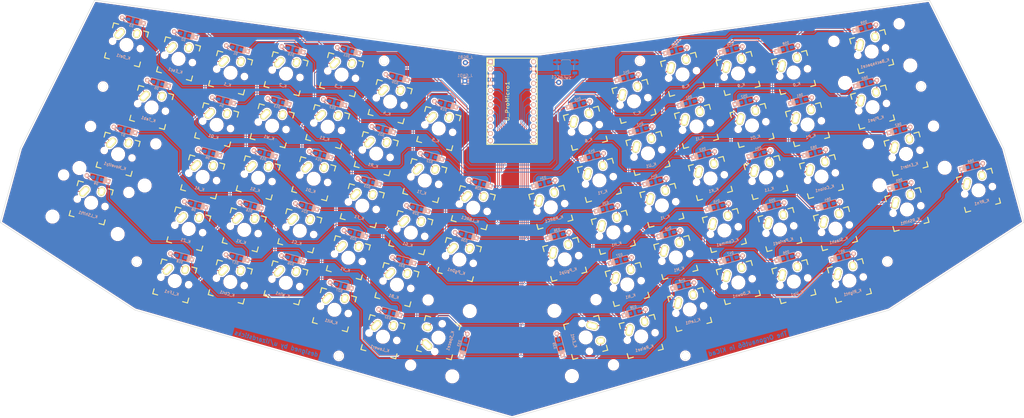
<source format=kicad_pcb>
(kicad_pcb (version 4) (host pcbnew 4.0.7)
  (layers (0 F.Cu signal) (31 B.Cu signal) (34 B.Paste user) (35 F.Paste user) (36 B.SilkS user) (37 F.SilkS user) (38 B.Mask user) (39 F.Mask user) (44 Edge.Cuts user))
  (net 0 "")
  (net 1 "Net-(D1-Pad2)")
  (net 2 /row0)
  (net 3 "Net-(D2-Pad2)")
  (net 4 /row1)
  (net 5 "Net-(D3-Pad2)")
  (net 6 /row2)
  (net 7 "Net-(D4-Pad2)")
  (net 8 /row3)
  (net 9 "Net-(D5-Pad2)")
  (net 10 /row4)
  (net 11 "Net-(D6-Pad2)")
  (net 12 /row5)
  (net 13 "Net-(D7-Pad2)")
  (net 14 /row6)
  (net 15 "Net-(D8-Pad2)")
  (net 16 /row7)
  (net 17 "Net-(D9-Pad2)")
  (net 18 /row8)
  (net 19 "Net-(D10-Pad2)")
  (net 20 "Net-(D11-Pad2)")
  (net 21 "Net-(D12-Pad2)")
  (net 22 "Net-(D13-Pad2)")
  (net 23 "Net-(D14-Pad2)")
  (net 24 "Net-(D15-Pad2)")
  (net 25 "Net-(D16-Pad2)")
  (net 26 "Net-(D17-Pad2)")
  (net 27 "Net-(D18-Pad2)")
  (net 28 "Net-(D19-Pad2)")
  (net 29 "Net-(D20-Pad2)")
  (net 30 "Net-(D21-Pad2)")
  (net 31 "Net-(D22-Pad2)")
  (net 32 "Net-(D23-Pad2)")
  (net 33 "Net-(D24-Pad2)")
  (net 34 "Net-(D25-Pad2)")
  (net 35 "Net-(D26-Pad2)")
  (net 36 "Net-(D27-Pad2)")
  (net 37 "Net-(D28-Pad2)")
  (net 38 "Net-(D29-Pad2)")
  (net 39 "Net-(D30-Pad2)")
  (net 40 "Net-(D31-Pad2)")
  (net 41 "Net-(D32-Pad2)")
  (net 42 "Net-(D33-Pad2)")
  (net 43 "Net-(D34-Pad2)")
  (net 44 "Net-(D35-Pad2)")
  (net 45 "Net-(D36-Pad2)")
  (net 46 "Net-(D37-Pad2)")
  (net 47 "Net-(D38-Pad2)")
  (net 48 "Net-(D39-Pad2)")
  (net 49 "Net-(D40-Pad2)")
  (net 50 "Net-(D41-Pad2)")
  (net 51 "Net-(D42-Pad2)")
  (net 52 "Net-(D43-Pad2)")
  (net 53 "Net-(D44-Pad2)")
  (net 54 "Net-(D45-Pad2)")
  (net 55 "Net-(D46-Pad2)")
  (net 56 "Net-(D47-Pad2)")
  (net 57 "Net-(D48-Pad2)")
  (net 58 "Net-(D49-Pad2)")
  (net 59 "Net-(D50-Pad2)")
  (net 60 "Net-(D51-Pad2)")
  (net 61 "Net-(D52-Pad2)")
  (net 62 "Net-(D53-Pad2)")
  (net 63 "Net-(D54-Pad2)")
  (net 64 "Net-(D55-Pad2)")
  (net 65 "Net-(D56-Pad2)")
  (net 66 "Net-(D57-Pad2)")
  (net 67 "Net-(D58-Pad2)")
  (net 68 "Net-(D59-Pad2)")
  (net 69 "Net-(D60-Pad2)")
  (net 70 "Net-(D61-Pad2)")
  (net 71 "Net-(D62-Pad2)")
  (net 72 "Net-(D63-Pad2)")
  (net 73 "Net-(D64-Pad2)")
  (net 74 "Net-(D65-Pad2)")
  (net 75 "Net-(D66-Pad2)")
  (net 76 GND)
  (net 77 /RGB)
  (net 78 VCC)
  (net 79 /col7)
  (net 80 /col0)
  (net 81 /col1)
  (net 82 /col2)
  (net 83 /col5)
  (net 84 /col6)
  (net 85 /col3)
  (net 86 /col4)
  (net 87 "Net-(SW_1-Pad1)")
  (net 88 "Net-(U_ProMicro1-Pad24)")
  (module keebs:Mx_Alps_100 (layer F.Cu) (at 227.482412 79.050675 15)
    (fp_text reference K_Comma1 (at 0 4.318 15) (layer B.SilkS) (effects (font (thickness 0.2)) (justify mirror)))
    (fp_text value KEYSW hide)
    (pad HOLE np_thru_hole circle (at 0 0 15) (size 3.9878 3.9878) (drill 3.9878) (layers *.Cu))
    (pad HOLE np_thru_hole circle (at -5.08 0 15) (size 1.7018 1.7018) (drill 1.7018) (layers *.Cu))
    (pad HOLE np_thru_hole circle (at 5.08 0 15) (size 1.7018 1.7018) (drill 1.7018) (layers *.Cu))
    (pad 1 thru_hole oval (at -3.405 -3.27 345.95) (size 2.5 4.17) (drill oval 1.5 3.17) (layers *.Cu *.Mask F.SilkS) (net 83 /col5))
    (pad 2 thru_hole oval (at 2.52 -4.79 11.1) (size 2.5 3.08) (drill oval 1.5 2.08) (layers *.Cu *.Mask F.SilkS) (net 54 "Net-(D45-Pad2)"))
  )
  (module keebs:Mx_Alps_100 (layer F.Cu) (at 317.351877 64.831229 15)
    (fp_text reference K_RFn1 (at 0 4.318 15) (layer B.SilkS) (effects (font (thickness 0.2)) (justify mirror)))
    (fp_text value KEYSW hide)
    (pad HOLE np_thru_hole circle (at 0 0 15) (size 3.9878 3.9878) (drill 3.9878) (layers *.Cu))
    (pad HOLE np_thru_hole circle (at -5.08 0 15) (size 1.7018 1.7018) (drill 1.7018) (layers *.Cu))
    (pad HOLE np_thru_hole circle (at 5.08 0 15) (size 1.7018 1.7018) (drill 1.7018) (layers *.Cu))
    (pad 1 thru_hole oval (at -3.405 -3.27 345.95) (size 2.5 4.17) (drill oval 1.5 3.17) (layers *.Cu *.Mask F.SilkS) (net 79 /col7))
    (pad 2 thru_hole oval (at 2.52 -4.79 11.1) (size 2.5 3.08) (drill oval 1.5 2.08) (layers *.Cu *.Mask F.SilkS) (net 75 "Net-(D66-Pad2)"))
  )
  (module keebs:Mx_Alps_275 (layer F.Cu) (at 3.58063 69.242578 345)
    (fp_text reference K_LShift1 (at 0 4.318 345) (layer B.SilkS) (effects (font (thickness 0.2)) (justify mirror)))
    (fp_text value KEYSW hide)
    (pad HOLE np_thru_hole circle (at 0 0 345) (size 3.9878 3.9878) (drill 3.9878) (layers *.Cu))
    (pad HOLE np_thru_hole circle (at -5.08 0 345) (size 1.7018 1.7018) (drill 1.7018) (layers *.Cu))
    (pad HOLE np_thru_hole circle (at 5.08 0 345) (size 1.7018 1.7018) (drill 1.7018) (layers *.Cu))
    (pad HOLE np_thru_hole circle (at -11.938 -6.985 345) (size 3.048 3.048) (drill 3.048) (layers *.Cu))
    (pad HOLE np_thru_hole circle (at 11.938 -6.985 345) (size 3.048 3.048) (drill 3.048) (layers *.Cu))
    (pad HOLE np_thru_hole circle (at -11.938 8.255 345) (size 3.9878 3.9878) (drill 3.9878) (layers *.Cu))
    (pad HOLE np_thru_hole circle (at 11.938 8.255 345) (size 3.9878 3.9878) (drill 3.9878) (layers *.Cu))
    (pad 1 thru_hole oval (at -3.405 -3.27 315.95) (size 2.5 4.17) (drill oval 1.5 3.17) (layers *.Cu *.Mask F.SilkS) (net 80 /col0))
    (pad 2 thru_hole oval (at 2.52 -4.79 341.1) (size 2.5 3.08) (drill oval 1.5 2.08) (layers *.Cu *.Mask F.SilkS) (net 17 "Net-(D9-Pad2)"))
  )
  (module keyboard_parts:D_SOD123_axial (layer B.Cu) (at 55.11334 14.646748 165)
    (fp_text reference D1 (at 0 -1.925 165) (layer B.SilkS) (effects (font (size 0.8 0.8)) (justify mirror)))
    (fp_text value D hide)
    (pad 2 smd rect (at 1.575 0 165) (size 1.2 1.2) (layers B.Cu B.Paste B.Mask) (net 1 "Net-(D1-Pad2)"))
    (pad 1 smd rect (at -1.575 0 165) (size 1.2 1.2) (layers B.Cu B.Paste B.Mask) (net 2 /row0))
    (pad 1 thru_hole rect (at -3.9 0 165) (size 1.6 1.6) (drill 0.7) (layers *.Cu *.Mask B.SilkS) (net 2 /row0))
    (pad 2 thru_hole circle (at 3.9 0 165) (size 1.6 1.6) (drill 0.7) (layers *.Cu *.Mask B.SilkS) (net 1 "Net-(D1-Pad2)"))
    (pad 1 smd rect (at -2.7 0 165) (size 2.5 0.5) (layers B.Cu) (net 2 /row0))
    (pad 2 smd rect (at 2.7 0 165) (size 2.5 0.5) (layers B.Cu) (net 1 "Net-(D1-Pad2)"))
  )
  (module keyboard_parts:D_SOD123_axial (layer B.Cu) (at 36.712453 9.716245 165)
    (fp_text reference D2 (at 0 -1.925 165) (layer B.SilkS) (effects (font (size 0.8 0.8)) (justify mirror)))
    (fp_text value D hide)
    (pad 2 smd rect (at 1.575 0 165) (size 1.2 1.2) (layers B.Cu B.Paste B.Mask) (net 3 "Net-(D2-Pad2)"))
    (pad 1 smd rect (at -1.575 0 165) (size 1.2 1.2) (layers B.Cu B.Paste B.Mask) (net 4 /row1))
    (pad 1 thru_hole rect (at -3.9 0 165) (size 1.6 1.6) (drill 0.7) (layers *.Cu *.Mask B.SilkS) (net 4 /row1))
    (pad 2 thru_hole circle (at 3.9 0 165) (size 1.6 1.6) (drill 0.7) (layers *.Cu *.Mask B.SilkS) (net 3 "Net-(D2-Pad2)"))
    (pad 1 smd rect (at -2.7 0 165) (size 2.5 0.5) (layers B.Cu) (net 4 /row1))
    (pad 2 smd rect (at 2.7 0 165) (size 2.5 0.5) (layers B.Cu) (net 3 "Net-(D2-Pad2)"))
  )
  (module keyboard_parts:D_SOD123_axial (layer B.Cu) (at 18.311566 4.785743 165)
    (fp_text reference D3 (at 0 -1.925 165) (layer B.SilkS) (effects (font (size 0.8 0.8)) (justify mirror)))
    (fp_text value D hide)
    (pad 2 smd rect (at 1.575 0 165) (size 1.2 1.2) (layers B.Cu B.Paste B.Mask) (net 5 "Net-(D3-Pad2)"))
    (pad 1 smd rect (at -1.575 0 165) (size 1.2 1.2) (layers B.Cu B.Paste B.Mask) (net 6 /row2))
    (pad 1 thru_hole rect (at -3.9 0 165) (size 1.6 1.6) (drill 0.7) (layers *.Cu *.Mask B.SilkS) (net 6 /row2))
    (pad 2 thru_hole circle (at 3.9 0 165) (size 1.6 1.6) (drill 0.7) (layers *.Cu *.Mask B.SilkS) (net 5 "Net-(D3-Pad2)"))
    (pad 1 smd rect (at -2.7 0 165) (size 2.5 0.5) (layers B.Cu) (net 6 /row2))
    (pad 2 smd rect (at 2.7 0 165) (size 2.5 0.5) (layers B.Cu) (net 5 "Net-(D3-Pad2)"))
  )
  (module keyboard_parts:D_SOD123_axial (layer B.Cu) (at 50.182837 33.047635 165)
    (fp_text reference D4 (at 0 -1.925 165) (layer B.SilkS) (effects (font (size 0.8 0.8)) (justify mirror)))
    (fp_text value D hide)
    (pad 2 smd rect (at 1.575 0 165) (size 1.2 1.2) (layers B.Cu B.Paste B.Mask) (net 7 "Net-(D4-Pad2)"))
    (pad 1 smd rect (at -1.575 0 165) (size 1.2 1.2) (layers B.Cu B.Paste B.Mask) (net 8 /row3))
    (pad 1 thru_hole rect (at -3.9 0 165) (size 1.6 1.6) (drill 0.7) (layers *.Cu *.Mask B.SilkS) (net 8 /row3))
    (pad 2 thru_hole circle (at 3.9 0 165) (size 1.6 1.6) (drill 0.7) (layers *.Cu *.Mask B.SilkS) (net 7 "Net-(D4-Pad2)"))
    (pad 1 smd rect (at -2.7 0 165) (size 2.5 0.5) (layers B.Cu) (net 8 /row3))
    (pad 2 smd rect (at 2.7 0 165) (size 2.5 0.5) (layers B.Cu) (net 7 "Net-(D4-Pad2)"))
  )
  (module keyboard_parts:D_SOD123_axial (layer B.Cu) (at 27.181729 26.884507 165)
    (fp_text reference D5 (at 0 -1.925 165) (layer B.SilkS) (effects (font (size 0.8 0.8)) (justify mirror)))
    (fp_text value D hide)
    (pad 2 smd rect (at 1.575 0 165) (size 1.2 1.2) (layers B.Cu B.Paste B.Mask) (net 9 "Net-(D5-Pad2)"))
    (pad 1 smd rect (at -1.575 0 165) (size 1.2 1.2) (layers B.Cu B.Paste B.Mask) (net 10 /row4))
    (pad 1 thru_hole rect (at -3.9 0 165) (size 1.6 1.6) (drill 0.7) (layers *.Cu *.Mask B.SilkS) (net 10 /row4))
    (pad 2 thru_hole circle (at 3.9 0 165) (size 1.6 1.6) (drill 0.7) (layers *.Cu *.Mask B.SilkS) (net 9 "Net-(D5-Pad2)"))
    (pad 1 smd rect (at -2.7 0 165) (size 2.5 0.5) (layers B.Cu) (net 10 /row4))
    (pad 2 smd rect (at 2.7 0 165) (size 2.5 0.5) (layers B.Cu) (net 9 "Net-(D5-Pad2)"))
  )
  (module keyboard_parts:D_SOD123_axial (layer B.Cu) (at 45.252335 51.448522 165)
    (fp_text reference D6 (at 0 -1.925 165) (layer B.SilkS) (effects (font (size 0.8 0.8)) (justify mirror)))
    (fp_text value D hide)
    (pad 2 smd rect (at 1.575 0 165) (size 1.2 1.2) (layers B.Cu B.Paste B.Mask) (net 11 "Net-(D6-Pad2)"))
    (pad 1 smd rect (at -1.575 0 165) (size 1.2 1.2) (layers B.Cu B.Paste B.Mask) (net 12 /row5))
    (pad 1 thru_hole rect (at -3.9 0 165) (size 1.6 1.6) (drill 0.7) (layers *.Cu *.Mask B.SilkS) (net 12 /row5))
    (pad 2 thru_hole circle (at 3.9 0 165) (size 1.6 1.6) (drill 0.7) (layers *.Cu *.Mask B.SilkS) (net 11 "Net-(D6-Pad2)"))
    (pad 1 smd rect (at -2.7 0 165) (size 2.5 0.5) (layers B.Cu) (net 12 /row5))
    (pad 2 smd rect (at 2.7 0 165) (size 2.5 0.5) (layers B.Cu) (net 11 "Net-(D6-Pad2)"))
  )
  (module keyboard_parts:D_SOD123_axial (layer B.Cu) (at 15.350893 43.436455 165)
    (fp_text reference D7 (at 0 -1.925 165) (layer B.SilkS) (effects (font (size 0.8 0.8)) (justify mirror)))
    (fp_text value D hide)
    (pad 2 smd rect (at 1.575 0 165) (size 1.2 1.2) (layers B.Cu B.Paste B.Mask) (net 13 "Net-(D7-Pad2)"))
    (pad 1 smd rect (at -1.575 0 165) (size 1.2 1.2) (layers B.Cu B.Paste B.Mask) (net 14 /row6))
    (pad 1 thru_hole rect (at -3.9 0 165) (size 1.6 1.6) (drill 0.7) (layers *.Cu *.Mask B.SilkS) (net 14 /row6))
    (pad 2 thru_hole circle (at 3.9 0 165) (size 1.6 1.6) (drill 0.7) (layers *.Cu *.Mask B.SilkS) (net 13 "Net-(D7-Pad2)"))
    (pad 1 smd rect (at -2.7 0 165) (size 2.5 0.5) (layers B.Cu) (net 14 /row6))
    (pad 2 smd rect (at 2.7 0 165) (size 2.5 0.5) (layers B.Cu) (net 13 "Net-(D7-Pad2)"))
  )
  (module keyboard_parts:D_SOD123_axial (layer B.Cu) (at 40.321832 69.849409 165)
    (fp_text reference D8 (at 0 -1.925 165) (layer B.SilkS) (effects (font (size 0.8 0.8)) (justify mirror)))
    (fp_text value D hide)
    (pad 2 smd rect (at 1.575 0 165) (size 1.2 1.2) (layers B.Cu B.Paste B.Mask) (net 15 "Net-(D8-Pad2)"))
    (pad 1 smd rect (at -1.575 0 165) (size 1.2 1.2) (layers B.Cu B.Paste B.Mask) (net 16 /row7))
    (pad 1 thru_hole rect (at -3.9 0 165) (size 1.6 1.6) (drill 0.7) (layers *.Cu *.Mask B.SilkS) (net 16 /row7))
    (pad 2 thru_hole circle (at 3.9 0 165) (size 1.6 1.6) (drill 0.7) (layers *.Cu *.Mask B.SilkS) (net 15 "Net-(D8-Pad2)"))
    (pad 1 smd rect (at -2.7 0 165) (size 2.5 0.5) (layers B.Cu) (net 16 /row7))
    (pad 2 smd rect (at 2.7 0 165) (size 2.5 0.5) (layers B.Cu) (net 15 "Net-(D8-Pad2)"))
  )
  (module keyboard_parts:D_SOD123_axial (layer B.Cu) (at 5.820169 60.604716 165)
    (fp_text reference D9 (at 0 -1.925 165) (layer B.SilkS) (effects (font (size 0.8 0.8)) (justify mirror)))
    (fp_text value D hide)
    (pad 2 smd rect (at 1.575 0 165) (size 1.2 1.2) (layers B.Cu B.Paste B.Mask) (net 17 "Net-(D9-Pad2)"))
    (pad 1 smd rect (at -1.575 0 165) (size 1.2 1.2) (layers B.Cu B.Paste B.Mask) (net 18 /row8))
    (pad 1 thru_hole rect (at -3.9 0 165) (size 1.6 1.6) (drill 0.7) (layers *.Cu *.Mask B.SilkS) (net 18 /row8))
    (pad 2 thru_hole circle (at 3.9 0 165) (size 1.6 1.6) (drill 0.7) (layers *.Cu *.Mask B.SilkS) (net 17 "Net-(D9-Pad2)"))
    (pad 1 smd rect (at -2.7 0 165) (size 2.5 0.5) (layers B.Cu) (net 18 /row8))
    (pad 2 smd rect (at 2.7 0 165) (size 2.5 0.5) (layers B.Cu) (net 17 "Net-(D9-Pad2)"))
  )
  (module keyboard_parts:D_SOD123_axial (layer B.Cu) (at 74.746853 14.977029 165)
    (fp_text reference D10 (at 0 -1.925 165) (layer B.SilkS) (effects (font (size 0.8 0.8)) (justify mirror)))
    (fp_text value D hide)
    (pad 2 smd rect (at 1.575 0 165) (size 1.2 1.2) (layers B.Cu B.Paste B.Mask) (net 19 "Net-(D10-Pad2)"))
    (pad 1 smd rect (at -1.575 0 165) (size 1.2 1.2) (layers B.Cu B.Paste B.Mask) (net 2 /row0))
    (pad 1 thru_hole rect (at -3.9 0 165) (size 1.6 1.6) (drill 0.7) (layers *.Cu *.Mask B.SilkS) (net 2 /row0))
    (pad 2 thru_hole circle (at 3.9 0 165) (size 1.6 1.6) (drill 0.7) (layers *.Cu *.Mask B.SilkS) (net 19 "Net-(D10-Pad2)"))
    (pad 1 smd rect (at -2.7 0 165) (size 2.5 0.5) (layers B.Cu) (net 2 /row0))
    (pad 2 smd rect (at 2.7 0 165) (size 2.5 0.5) (layers B.Cu) (net 19 "Net-(D10-Pad2)"))
  )
  (module keyboard_parts:D_SOD123_axial (layer B.Cu) (at 94.380366 15.30731 165)
    (fp_text reference D11 (at 0 -1.925 165) (layer B.SilkS) (effects (font (size 0.8 0.8)) (justify mirror)))
    (fp_text value D hide)
    (pad 2 smd rect (at 1.575 0 165) (size 1.2 1.2) (layers B.Cu B.Paste B.Mask) (net 20 "Net-(D11-Pad2)"))
    (pad 1 smd rect (at -1.575 0 165) (size 1.2 1.2) (layers B.Cu B.Paste B.Mask) (net 4 /row1))
    (pad 1 thru_hole rect (at -3.9 0 165) (size 1.6 1.6) (drill 0.7) (layers *.Cu *.Mask B.SilkS) (net 4 /row1))
    (pad 2 thru_hole circle (at 3.9 0 165) (size 1.6 1.6) (drill 0.7) (layers *.Cu *.Mask B.SilkS) (net 20 "Net-(D11-Pad2)"))
    (pad 1 smd rect (at -2.7 0 165) (size 2.5 0.5) (layers B.Cu) (net 4 /row1))
    (pad 2 smd rect (at 2.7 0 165) (size 2.5 0.5) (layers B.Cu) (net 20 "Net-(D11-Pad2)"))
  )
  (module keyboard_parts:D_SOD123_axial (layer B.Cu) (at 89.449863 33.708197 165)
    (fp_text reference D12 (at 0 -1.925 165) (layer B.SilkS) (effects (font (size 0.8 0.8)) (justify mirror)))
    (fp_text value D hide)
    (pad 2 smd rect (at 1.575 0 165) (size 1.2 1.2) (layers B.Cu B.Paste B.Mask) (net 21 "Net-(D12-Pad2)"))
    (pad 1 smd rect (at -1.575 0 165) (size 1.2 1.2) (layers B.Cu B.Paste B.Mask) (net 6 /row2))
    (pad 1 thru_hole rect (at -3.9 0 165) (size 1.6 1.6) (drill 0.7) (layers *.Cu *.Mask B.SilkS) (net 6 /row2))
    (pad 2 thru_hole circle (at 3.9 0 165) (size 1.6 1.6) (drill 0.7) (layers *.Cu *.Mask B.SilkS) (net 21 "Net-(D12-Pad2)"))
    (pad 1 smd rect (at -2.7 0 165) (size 2.5 0.5) (layers B.Cu) (net 6 /row2))
    (pad 2 smd rect (at 2.7 0 165) (size 2.5 0.5) (layers B.Cu) (net 21 "Net-(D12-Pad2)"))
  )
  (module keyboard_parts:D_SOD123_axial (layer B.Cu) (at 69.81635 33.377916 165)
    (fp_text reference D13 (at 0 -1.925 165) (layer B.SilkS) (effects (font (size 0.8 0.8)) (justify mirror)))
    (fp_text value D hide)
    (pad 2 smd rect (at 1.575 0 165) (size 1.2 1.2) (layers B.Cu B.Paste B.Mask) (net 22 "Net-(D13-Pad2)"))
    (pad 1 smd rect (at -1.575 0 165) (size 1.2 1.2) (layers B.Cu B.Paste B.Mask) (net 8 /row3))
    (pad 1 thru_hole rect (at -3.9 0 165) (size 1.6 1.6) (drill 0.7) (layers *.Cu *.Mask B.SilkS) (net 8 /row3))
    (pad 2 thru_hole circle (at 3.9 0 165) (size 1.6 1.6) (drill 0.7) (layers *.Cu *.Mask B.SilkS) (net 22 "Net-(D13-Pad2)"))
    (pad 1 smd rect (at -2.7 0 165) (size 2.5 0.5) (layers B.Cu) (net 8 /row3))
    (pad 2 smd rect (at 2.7 0 165) (size 2.5 0.5) (layers B.Cu) (net 22 "Net-(D13-Pad2)"))
  )
  (module keyboard_parts:D_SOD123_axial (layer B.Cu) (at 84.51936 52.109084 165)
    (fp_text reference D14 (at 0 -1.925 165) (layer B.SilkS) (effects (font (size 0.8 0.8)) (justify mirror)))
    (fp_text value D hide)
    (pad 2 smd rect (at 1.575 0 165) (size 1.2 1.2) (layers B.Cu B.Paste B.Mask) (net 23 "Net-(D14-Pad2)"))
    (pad 1 smd rect (at -1.575 0 165) (size 1.2 1.2) (layers B.Cu B.Paste B.Mask) (net 10 /row4))
    (pad 1 thru_hole rect (at -3.9 0 165) (size 1.6 1.6) (drill 0.7) (layers *.Cu *.Mask B.SilkS) (net 10 /row4))
    (pad 2 thru_hole circle (at 3.9 0 165) (size 1.6 1.6) (drill 0.7) (layers *.Cu *.Mask B.SilkS) (net 23 "Net-(D14-Pad2)"))
    (pad 1 smd rect (at -2.7 0 165) (size 2.5 0.5) (layers B.Cu) (net 10 /row4))
    (pad 2 smd rect (at 2.7 0 165) (size 2.5 0.5) (layers B.Cu) (net 23 "Net-(D14-Pad2)"))
  )
  (module keyboard_parts:D_SOD123_axial (layer B.Cu) (at 64.885847 51.778803 165)
    (fp_text reference D15 (at 0 -1.925 165) (layer B.SilkS) (effects (font (size 0.8 0.8)) (justify mirror)))
    (fp_text value D hide)
    (pad 2 smd rect (at 1.575 0 165) (size 1.2 1.2) (layers B.Cu B.Paste B.Mask) (net 24 "Net-(D15-Pad2)"))
    (pad 1 smd rect (at -1.575 0 165) (size 1.2 1.2) (layers B.Cu B.Paste B.Mask) (net 12 /row5))
    (pad 1 thru_hole rect (at -3.9 0 165) (size 1.6 1.6) (drill 0.7) (layers *.Cu *.Mask B.SilkS) (net 12 /row5))
    (pad 2 thru_hole circle (at 3.9 0 165) (size 1.6 1.6) (drill 0.7) (layers *.Cu *.Mask B.SilkS) (net 24 "Net-(D15-Pad2)"))
    (pad 1 smd rect (at -2.7 0 165) (size 2.5 0.5) (layers B.Cu) (net 12 /row5))
    (pad 2 smd rect (at 2.7 0 165) (size 2.5 0.5) (layers B.Cu) (net 24 "Net-(D15-Pad2)"))
  )
  (module keyboard_parts:D_SOD123_axial (layer B.Cu) (at 59.955344 70.17969 165)
    (fp_text reference D16 (at 0 -1.925 165) (layer B.SilkS) (effects (font (size 0.8 0.8)) (justify mirror)))
    (fp_text value D hide)
    (pad 2 smd rect (at 1.575 0 165) (size 1.2 1.2) (layers B.Cu B.Paste B.Mask) (net 25 "Net-(D16-Pad2)"))
    (pad 1 smd rect (at -1.575 0 165) (size 1.2 1.2) (layers B.Cu B.Paste B.Mask) (net 14 /row6))
    (pad 1 thru_hole rect (at -3.9 0 165) (size 1.6 1.6) (drill 0.7) (layers *.Cu *.Mask B.SilkS) (net 14 /row6))
    (pad 2 thru_hole circle (at 3.9 0 165) (size 1.6 1.6) (drill 0.7) (layers *.Cu *.Mask B.SilkS) (net 25 "Net-(D16-Pad2)"))
    (pad 1 smd rect (at -2.7 0 165) (size 2.5 0.5) (layers B.Cu) (net 14 /row6))
    (pad 2 smd rect (at 2.7 0 165) (size 2.5 0.5) (layers B.Cu) (net 25 "Net-(D16-Pad2)"))
  )
  (module keyboard_parts:D_SOD123_axial (layer B.Cu) (at 55.024842 88.580577 165)
    (fp_text reference D17 (at 0 -1.925 165) (layer B.SilkS) (effects (font (size 0.8 0.8)) (justify mirror)))
    (fp_text value D hide)
    (pad 2 smd rect (at 1.575 0 165) (size 1.2 1.2) (layers B.Cu B.Paste B.Mask) (net 26 "Net-(D17-Pad2)"))
    (pad 1 smd rect (at -1.575 0 165) (size 1.2 1.2) (layers B.Cu B.Paste B.Mask) (net 16 /row7))
    (pad 1 thru_hole rect (at -3.9 0 165) (size 1.6 1.6) (drill 0.7) (layers *.Cu *.Mask B.SilkS) (net 16 /row7))
    (pad 2 thru_hole circle (at 3.9 0 165) (size 1.6 1.6) (drill 0.7) (layers *.Cu *.Mask B.SilkS) (net 26 "Net-(D17-Pad2)"))
    (pad 1 smd rect (at -2.7 0 165) (size 2.5 0.5) (layers B.Cu) (net 16 /row7))
    (pad 2 smd rect (at 2.7 0 165) (size 2.5 0.5) (layers B.Cu) (net 26 "Net-(D17-Pad2)"))
  )
  (module keyboard_parts:D_SOD123_axial (layer B.Cu) (at 35.391329 88.250296 165)
    (fp_text reference D18 (at 0 -1.925 165) (layer B.SilkS) (effects (font (size 0.8 0.8)) (justify mirror)))
    (fp_text value D hide)
    (pad 2 smd rect (at 1.575 0 165) (size 1.2 1.2) (layers B.Cu B.Paste B.Mask) (net 27 "Net-(D18-Pad2)"))
    (pad 1 smd rect (at -1.575 0 165) (size 1.2 1.2) (layers B.Cu B.Paste B.Mask) (net 18 /row8))
    (pad 1 thru_hole rect (at -3.9 0 165) (size 1.6 1.6) (drill 0.7) (layers *.Cu *.Mask B.SilkS) (net 18 /row8))
    (pad 2 thru_hole circle (at 3.9 0 165) (size 1.6 1.6) (drill 0.7) (layers *.Cu *.Mask B.SilkS) (net 27 "Net-(D18-Pad2)"))
    (pad 1 smd rect (at -2.7 0 165) (size 2.5 0.5) (layers B.Cu) (net 18 /row8))
    (pad 2 smd rect (at 2.7 0 165) (size 2.5 0.5) (layers B.Cu) (net 27 "Net-(D18-Pad2)"))
  )
  (module keyboard_parts:D_SOD123_axial (layer B.Cu) (at 128.716888 34.368759 165)
    (fp_text reference D19 (at 0 -1.925 165) (layer B.SilkS) (effects (font (size 0.8 0.8)) (justify mirror)))
    (fp_text value D hide)
    (pad 2 smd rect (at 1.575 0 165) (size 1.2 1.2) (layers B.Cu B.Paste B.Mask) (net 28 "Net-(D19-Pad2)"))
    (pad 1 smd rect (at -1.575 0 165) (size 1.2 1.2) (layers B.Cu B.Paste B.Mask) (net 2 /row0))
    (pad 1 thru_hole rect (at -3.9 0 165) (size 1.6 1.6) (drill 0.7) (layers *.Cu *.Mask B.SilkS) (net 2 /row0))
    (pad 2 thru_hole circle (at 3.9 0 165) (size 1.6 1.6) (drill 0.7) (layers *.Cu *.Mask B.SilkS) (net 28 "Net-(D19-Pad2)"))
    (pad 1 smd rect (at -2.7 0 165) (size 2.5 0.5) (layers B.Cu) (net 2 /row0))
    (pad 2 smd rect (at 2.7 0 165) (size 2.5 0.5) (layers B.Cu) (net 28 "Net-(D19-Pad2)"))
  )
  (module keyboard_parts:D_SOD123_axial (layer B.Cu) (at 111.548627 24.838035 165)
    (fp_text reference D20 (at 0 -1.925 165) (layer B.SilkS) (effects (font (size 0.8 0.8)) (justify mirror)))
    (fp_text value D hide)
    (pad 2 smd rect (at 1.575 0 165) (size 1.2 1.2) (layers B.Cu B.Paste B.Mask) (net 29 "Net-(D20-Pad2)"))
    (pad 1 smd rect (at -1.575 0 165) (size 1.2 1.2) (layers B.Cu B.Paste B.Mask) (net 4 /row1))
    (pad 1 thru_hole rect (at -3.9 0 165) (size 1.6 1.6) (drill 0.7) (layers *.Cu *.Mask B.SilkS) (net 4 /row1))
    (pad 2 thru_hole circle (at 3.9 0 165) (size 1.6 1.6) (drill 0.7) (layers *.Cu *.Mask B.SilkS) (net 29 "Net-(D20-Pad2)"))
    (pad 1 smd rect (at -2.7 0 165) (size 2.5 0.5) (layers B.Cu) (net 4 /row1))
    (pad 2 smd rect (at 2.7 0 165) (size 2.5 0.5) (layers B.Cu) (net 29 "Net-(D20-Pad2)"))
  )
  (module keyboard_parts:D_SOD123_axial (layer B.Cu) (at 106.618124 43.238922 165)
    (fp_text reference D21 (at 0 -1.925 165) (layer B.SilkS) (effects (font (size 0.8 0.8)) (justify mirror)))
    (fp_text value D hide)
    (pad 2 smd rect (at 1.575 0 165) (size 1.2 1.2) (layers B.Cu B.Paste B.Mask) (net 30 "Net-(D21-Pad2)"))
    (pad 1 smd rect (at -1.575 0 165) (size 1.2 1.2) (layers B.Cu B.Paste B.Mask) (net 6 /row2))
    (pad 1 thru_hole rect (at -3.9 0 165) (size 1.6 1.6) (drill 0.7) (layers *.Cu *.Mask B.SilkS) (net 6 /row2))
    (pad 2 thru_hole circle (at 3.9 0 165) (size 1.6 1.6) (drill 0.7) (layers *.Cu *.Mask B.SilkS) (net 30 "Net-(D21-Pad2)"))
    (pad 1 smd rect (at -2.7 0 165) (size 2.5 0.5) (layers B.Cu) (net 6 /row2))
    (pad 2 smd rect (at 2.7 0 165) (size 2.5 0.5) (layers B.Cu) (net 30 "Net-(D21-Pad2)"))
  )
  (module keyboard_parts:D_SOD123_axial (layer B.Cu) (at 123.786385 52.769646 165)
    (fp_text reference D22 (at 0 -1.925 165) (layer B.SilkS) (effects (font (size 0.8 0.8)) (justify mirror)))
    (fp_text value D hide)
    (pad 2 smd rect (at 1.575 0 165) (size 1.2 1.2) (layers B.Cu B.Paste B.Mask) (net 31 "Net-(D22-Pad2)"))
    (pad 1 smd rect (at -1.575 0 165) (size 1.2 1.2) (layers B.Cu B.Paste B.Mask) (net 8 /row3))
    (pad 1 thru_hole rect (at -3.9 0 165) (size 1.6 1.6) (drill 0.7) (layers *.Cu *.Mask B.SilkS) (net 8 /row3))
    (pad 2 thru_hole circle (at 3.9 0 165) (size 1.6 1.6) (drill 0.7) (layers *.Cu *.Mask B.SilkS) (net 31 "Net-(D22-Pad2)"))
    (pad 1 smd rect (at -2.7 0 165) (size 2.5 0.5) (layers B.Cu) (net 8 /row3))
    (pad 2 smd rect (at 2.7 0 165) (size 2.5 0.5) (layers B.Cu) (net 31 "Net-(D22-Pad2)"))
  )
  (module keyboard_parts:D_SOD123_axial (layer B.Cu) (at 101.687621 61.639809 165)
    (fp_text reference D23 (at 0 -1.925 165) (layer B.SilkS) (effects (font (size 0.8 0.8)) (justify mirror)))
    (fp_text value D hide)
    (pad 2 smd rect (at 1.575 0 165) (size 1.2 1.2) (layers B.Cu B.Paste B.Mask) (net 32 "Net-(D23-Pad2)"))
    (pad 1 smd rect (at -1.575 0 165) (size 1.2 1.2) (layers B.Cu B.Paste B.Mask) (net 10 /row4))
    (pad 1 thru_hole rect (at -3.9 0 165) (size 1.6 1.6) (drill 0.7) (layers *.Cu *.Mask B.SilkS) (net 10 /row4))
    (pad 2 thru_hole circle (at 3.9 0 165) (size 1.6 1.6) (drill 0.7) (layers *.Cu *.Mask B.SilkS) (net 32 "Net-(D23-Pad2)"))
    (pad 1 smd rect (at -2.7 0 165) (size 2.5 0.5) (layers B.Cu) (net 10 /row4))
    (pad 2 smd rect (at 2.7 0 165) (size 2.5 0.5) (layers B.Cu) (net 32 "Net-(D23-Pad2)"))
  )
  (module keyboard_parts:D_SOD123_axial (layer B.Cu) (at 79.588857 70.509971 165)
    (fp_text reference D24 (at 0 -1.925 165) (layer B.SilkS) (effects (font (size 0.8 0.8)) (justify mirror)))
    (fp_text value D hide)
    (pad 2 smd rect (at 1.575 0 165) (size 1.2 1.2) (layers B.Cu B.Paste B.Mask) (net 33 "Net-(D24-Pad2)"))
    (pad 1 smd rect (at -1.575 0 165) (size 1.2 1.2) (layers B.Cu B.Paste B.Mask) (net 12 /row5))
    (pad 1 thru_hole rect (at -3.9 0 165) (size 1.6 1.6) (drill 0.7) (layers *.Cu *.Mask B.SilkS) (net 12 /row5))
    (pad 2 thru_hole circle (at 3.9 0 165) (size 1.6 1.6) (drill 0.7) (layers *.Cu *.Mask B.SilkS) (net 33 "Net-(D24-Pad2)"))
    (pad 1 smd rect (at -2.7 0 165) (size 2.5 0.5) (layers B.Cu) (net 12 /row5))
    (pad 2 smd rect (at 2.7 0 165) (size 2.5 0.5) (layers B.Cu) (net 33 "Net-(D24-Pad2)"))
  )
  (module keyboard_parts:D_SOD123_axial (layer B.Cu) (at 96.757118 80.040696 165)
    (fp_text reference D25 (at 0 -1.925 165) (layer B.SilkS) (effects (font (size 0.8 0.8)) (justify mirror)))
    (fp_text value D hide)
    (pad 2 smd rect (at 1.575 0 165) (size 1.2 1.2) (layers B.Cu B.Paste B.Mask) (net 34 "Net-(D25-Pad2)"))
    (pad 1 smd rect (at -1.575 0 165) (size 1.2 1.2) (layers B.Cu B.Paste B.Mask) (net 14 /row6))
    (pad 1 thru_hole rect (at -3.9 0 165) (size 1.6 1.6) (drill 0.7) (layers *.Cu *.Mask B.SilkS) (net 14 /row6))
    (pad 2 thru_hole circle (at 3.9 0 165) (size 1.6 1.6) (drill 0.7) (layers *.Cu *.Mask B.SilkS) (net 34 "Net-(D25-Pad2)"))
    (pad 1 smd rect (at -2.7 0 165) (size 2.5 0.5) (layers B.Cu) (net 14 /row6))
    (pad 2 smd rect (at 2.7 0 165) (size 2.5 0.5) (layers B.Cu) (net 34 "Net-(D25-Pad2)"))
  )
  (module keyboard_parts:D_SOD123_axial (layer B.Cu) (at 74.658354 88.910858 165)
    (fp_text reference D26 (at 0 -1.925 165) (layer B.SilkS) (effects (font (size 0.8 0.8)) (justify mirror)))
    (fp_text value D hide)
    (pad 2 smd rect (at 1.575 0 165) (size 1.2 1.2) (layers B.Cu B.Paste B.Mask) (net 35 "Net-(D26-Pad2)"))
    (pad 1 smd rect (at -1.575 0 165) (size 1.2 1.2) (layers B.Cu B.Paste B.Mask) (net 16 /row7))
    (pad 1 thru_hole rect (at -3.9 0 165) (size 1.6 1.6) (drill 0.7) (layers *.Cu *.Mask B.SilkS) (net 16 /row7))
    (pad 2 thru_hole circle (at 3.9 0 165) (size 1.6 1.6) (drill 0.7) (layers *.Cu *.Mask B.SilkS) (net 35 "Net-(D26-Pad2)"))
    (pad 1 smd rect (at -2.7 0 165) (size 2.5 0.5) (layers B.Cu) (net 16 /row7))
    (pad 2 smd rect (at 2.7 0 165) (size 2.5 0.5) (layers B.Cu) (net 35 "Net-(D26-Pad2)"))
  )
  (module keyboard_parts:D_SOD123_axial (layer B.Cu) (at 91.826616 98.441583 165)
    (fp_text reference D27 (at 0 -1.925 165) (layer B.SilkS) (effects (font (size 0.8 0.8)) (justify mirror)))
    (fp_text value D hide)
    (pad 2 smd rect (at 1.575 0 165) (size 1.2 1.2) (layers B.Cu B.Paste B.Mask) (net 36 "Net-(D27-Pad2)"))
    (pad 1 smd rect (at -1.575 0 165) (size 1.2 1.2) (layers B.Cu B.Paste B.Mask) (net 18 /row8))
    (pad 1 thru_hole rect (at -3.9 0 165) (size 1.6 1.6) (drill 0.7) (layers *.Cu *.Mask B.SilkS) (net 18 /row8))
    (pad 2 thru_hole circle (at 3.9 0 165) (size 1.6 1.6) (drill 0.7) (layers *.Cu *.Mask B.SilkS) (net 36 "Net-(D27-Pad2)"))
    (pad 1 smd rect (at -2.7 0 165) (size 2.5 0.5) (layers B.Cu) (net 18 /row8))
    (pad 2 smd rect (at 2.7 0 165) (size 2.5 0.5) (layers B.Cu) (net 36 "Net-(D27-Pad2)"))
  )
  (module keyboard_parts:D_SOD123_axial (layer B.Cu) (at 140.954647 62.300371 165)
    (fp_text reference D28 (at 0 -1.925 165) (layer B.SilkS) (effects (font (size 0.8 0.8)) (justify mirror)))
    (fp_text value D hide)
    (pad 2 smd rect (at 1.575 0 165) (size 1.2 1.2) (layers B.Cu B.Paste B.Mask) (net 37 "Net-(D28-Pad2)"))
    (pad 1 smd rect (at -1.575 0 165) (size 1.2 1.2) (layers B.Cu B.Paste B.Mask) (net 8 /row3))
    (pad 1 thru_hole rect (at -3.9 0 165) (size 1.6 1.6) (drill 0.7) (layers *.Cu *.Mask B.SilkS) (net 8 /row3))
    (pad 2 thru_hole circle (at 3.9 0 165) (size 1.6 1.6) (drill 0.7) (layers *.Cu *.Mask B.SilkS) (net 37 "Net-(D28-Pad2)"))
    (pad 1 smd rect (at -2.7 0 165) (size 2.5 0.5) (layers B.Cu) (net 8 /row3))
    (pad 2 smd rect (at 2.7 0 165) (size 2.5 0.5) (layers B.Cu) (net 37 "Net-(D28-Pad2)"))
  )
  (module keyboard_parts:D_SOD123_axial (layer B.Cu) (at 118.855883 71.170533 165)
    (fp_text reference D29 (at 0 -1.925 165) (layer B.SilkS) (effects (font (size 0.8 0.8)) (justify mirror)))
    (fp_text value D hide)
    (pad 2 smd rect (at 1.575 0 165) (size 1.2 1.2) (layers B.Cu B.Paste B.Mask) (net 38 "Net-(D29-Pad2)"))
    (pad 1 smd rect (at -1.575 0 165) (size 1.2 1.2) (layers B.Cu B.Paste B.Mask) (net 10 /row4))
    (pad 1 thru_hole rect (at -3.9 0 165) (size 1.6 1.6) (drill 0.7) (layers *.Cu *.Mask B.SilkS) (net 10 /row4))
    (pad 2 thru_hole circle (at 3.9 0 165) (size 1.6 1.6) (drill 0.7) (layers *.Cu *.Mask B.SilkS) (net 38 "Net-(D29-Pad2)"))
    (pad 1 smd rect (at -2.7 0 165) (size 2.5 0.5) (layers B.Cu) (net 10 /row4))
    (pad 2 smd rect (at 2.7 0 165) (size 2.5 0.5) (layers B.Cu) (net 38 "Net-(D29-Pad2)"))
  )
  (module keyboard_parts:D_SOD123_axial (layer B.Cu) (at 136.024144 80.701258 165)
    (fp_text reference D30 (at 0 -1.925 165) (layer B.SilkS) (effects (font (size 0.8 0.8)) (justify mirror)))
    (fp_text value D hide)
    (pad 2 smd rect (at 1.575 0 165) (size 1.2 1.2) (layers B.Cu B.Paste B.Mask) (net 39 "Net-(D30-Pad2)"))
    (pad 1 smd rect (at -1.575 0 165) (size 1.2 1.2) (layers B.Cu B.Paste B.Mask) (net 12 /row5))
    (pad 1 thru_hole rect (at -3.9 0 165) (size 1.6 1.6) (drill 0.7) (layers *.Cu *.Mask B.SilkS) (net 12 /row5))
    (pad 2 thru_hole circle (at 3.9 0 165) (size 1.6 1.6) (drill 0.7) (layers *.Cu *.Mask B.SilkS) (net 39 "Net-(D30-Pad2)"))
    (pad 1 smd rect (at -2.7 0 165) (size 2.5 0.5) (layers B.Cu) (net 12 /row5))
    (pad 2 smd rect (at 2.7 0 165) (size 2.5 0.5) (layers B.Cu) (net 39 "Net-(D30-Pad2)"))
  )
  (module keyboard_parts:D_SOD123_axial (layer B.Cu) (at 113.92538 89.57142 165)
    (fp_text reference D31 (at 0 -1.925 165) (layer B.SilkS) (effects (font (size 0.8 0.8)) (justify mirror)))
    (fp_text value D hide)
    (pad 2 smd rect (at 1.575 0 165) (size 1.2 1.2) (layers B.Cu B.Paste B.Mask) (net 40 "Net-(D31-Pad2)"))
    (pad 1 smd rect (at -1.575 0 165) (size 1.2 1.2) (layers B.Cu B.Paste B.Mask) (net 14 /row6))
    (pad 1 thru_hole rect (at -3.9 0 165) (size 1.6 1.6) (drill 0.7) (layers *.Cu *.Mask B.SilkS) (net 14 /row6))
    (pad 2 thru_hole circle (at 3.9 0 165) (size 1.6 1.6) (drill 0.7) (layers *.Cu *.Mask B.SilkS) (net 40 "Net-(D31-Pad2)"))
    (pad 1 smd rect (at -2.7 0 165) (size 2.5 0.5) (layers B.Cu) (net 14 /row6))
    (pad 2 smd rect (at 2.7 0 165) (size 2.5 0.5) (layers B.Cu) (net 40 "Net-(D31-Pad2)"))
  )
  (module keyboard_parts:D_SOD123_axial (layer B.Cu) (at 108.994877 107.972307 165)
    (fp_text reference D32 (at 0 -1.925 165) (layer B.SilkS) (effects (font (size 0.8 0.8)) (justify mirror)))
    (fp_text value D hide)
    (pad 2 smd rect (at 1.575 0 165) (size 1.2 1.2) (layers B.Cu B.Paste B.Mask) (net 41 "Net-(D32-Pad2)"))
    (pad 1 smd rect (at -1.575 0 165) (size 1.2 1.2) (layers B.Cu B.Paste B.Mask) (net 16 /row7))
    (pad 1 thru_hole rect (at -3.9 0 165) (size 1.6 1.6) (drill 0.7) (layers *.Cu *.Mask B.SilkS) (net 16 /row7))
    (pad 2 thru_hole circle (at 3.9 0 165) (size 1.6 1.6) (drill 0.7) (layers *.Cu *.Mask B.SilkS) (net 41 "Net-(D32-Pad2)"))
    (pad 1 smd rect (at -2.7 0 165) (size 2.5 0.5) (layers B.Cu) (net 16 /row7))
    (pad 2 smd rect (at 2.7 0 165) (size 2.5 0.5) (layers B.Cu) (net 41 "Net-(D32-Pad2)"))
  )
  (module keyboard_parts:D_SOD123_axial (layer B.Cu) (at 135.589295 119.405701 75)
    (fp_text reference D33 (at 0 -1.925 75) (layer B.SilkS) (effects (font (size 0.8 0.8)) (justify mirror)))
    (fp_text value D hide)
    (pad 2 smd rect (at 1.575 0 75) (size 1.2 1.2) (layers B.Cu B.Paste B.Mask) (net 42 "Net-(D33-Pad2)"))
    (pad 1 smd rect (at -1.575 0 75) (size 1.2 1.2) (layers B.Cu B.Paste B.Mask) (net 18 /row8))
    (pad 1 thru_hole rect (at -3.9 0 75) (size 1.6 1.6) (drill 0.7) (layers *.Cu *.Mask B.SilkS) (net 18 /row8))
    (pad 2 thru_hole circle (at 3.9 0 75) (size 1.6 1.6) (drill 0.7) (layers *.Cu *.Mask B.SilkS) (net 42 "Net-(D33-Pad2)"))
    (pad 1 smd rect (at -2.7 0 75) (size 2.5 0.5) (layers B.Cu) (net 18 /row8))
    (pad 2 smd rect (at 2.7 0 75) (size 2.5 0.5) (layers B.Cu) (net 42 "Net-(D33-Pad2)"))
  )
  (module keyboard_parts:D_SOD123_axial (layer B.Cu) (at 163.858166 62.321952 15)
    (fp_text reference D34 (at 0 -1.925 15) (layer B.SilkS) (effects (font (size 0.8 0.8)) (justify mirror)))
    (fp_text value D hide)
    (pad 2 smd rect (at 1.575 0 15) (size 1.2 1.2) (layers B.Cu B.Paste B.Mask) (net 43 "Net-(D34-Pad2)"))
    (pad 1 smd rect (at -1.575 0 15) (size 1.2 1.2) (layers B.Cu B.Paste B.Mask) (net 8 /row3))
    (pad 1 thru_hole rect (at -3.9 0 15) (size 1.6 1.6) (drill 0.7) (layers *.Cu *.Mask B.SilkS) (net 8 /row3))
    (pad 2 thru_hole circle (at 3.9 0 15) (size 1.6 1.6) (drill 0.7) (layers *.Cu *.Mask B.SilkS) (net 43 "Net-(D34-Pad2)"))
    (pad 1 smd rect (at -2.7 0 15) (size 2.5 0.5) (layers B.Cu) (net 8 /row3))
    (pad 2 smd rect (at 2.7 0 15) (size 2.5 0.5) (layers B.Cu) (net 43 "Net-(D34-Pad2)"))
  )
  (module keyboard_parts:D_SOD123_axial (layer B.Cu) (at 185.956931 71.192115 15)
    (fp_text reference D35 (at 0 -1.925 15) (layer B.SilkS) (effects (font (size 0.8 0.8)) (justify mirror)))
    (fp_text value D hide)
    (pad 2 smd rect (at 1.575 0 15) (size 1.2 1.2) (layers B.Cu B.Paste B.Mask) (net 44 "Net-(D35-Pad2)"))
    (pad 1 smd rect (at -1.575 0 15) (size 1.2 1.2) (layers B.Cu B.Paste B.Mask) (net 10 /row4))
    (pad 1 thru_hole rect (at -3.9 0 15) (size 1.6 1.6) (drill 0.7) (layers *.Cu *.Mask B.SilkS) (net 10 /row4))
    (pad 2 thru_hole circle (at 3.9 0 15) (size 1.6 1.6) (drill 0.7) (layers *.Cu *.Mask B.SilkS) (net 44 "Net-(D35-Pad2)"))
    (pad 1 smd rect (at -2.7 0 15) (size 2.5 0.5) (layers B.Cu) (net 10 /row4))
    (pad 2 smd rect (at 2.7 0 15) (size 2.5 0.5) (layers B.Cu) (net 44 "Net-(D35-Pad2)"))
  )
  (module keyboard_parts:D_SOD123_axial (layer B.Cu) (at 168.788669 80.722839 15)
    (fp_text reference D36 (at 0 -1.925 15) (layer B.SilkS) (effects (font (size 0.8 0.8)) (justify mirror)))
    (fp_text value D hide)
    (pad 2 smd rect (at 1.575 0 15) (size 1.2 1.2) (layers B.Cu B.Paste B.Mask) (net 45 "Net-(D36-Pad2)"))
    (pad 1 smd rect (at -1.575 0 15) (size 1.2 1.2) (layers B.Cu B.Paste B.Mask) (net 12 /row5))
    (pad 1 thru_hole rect (at -3.9 0 15) (size 1.6 1.6) (drill 0.7) (layers *.Cu *.Mask B.SilkS) (net 12 /row5))
    (pad 2 thru_hole circle (at 3.9 0 15) (size 1.6 1.6) (drill 0.7) (layers *.Cu *.Mask B.SilkS) (net 45 "Net-(D36-Pad2)"))
    (pad 1 smd rect (at -2.7 0 15) (size 2.5 0.5) (layers B.Cu) (net 12 /row5))
    (pad 2 smd rect (at 2.7 0 15) (size 2.5 0.5) (layers B.Cu) (net 45 "Net-(D36-Pad2)"))
  )
  (module keyboard_parts:D_SOD123_axial (layer B.Cu) (at 190.887433 89.593002 15)
    (fp_text reference D37 (at 0 -1.925 15) (layer B.SilkS) (effects (font (size 0.8 0.8)) (justify mirror)))
    (fp_text value D hide)
    (pad 2 smd rect (at 1.575 0 15) (size 1.2 1.2) (layers B.Cu B.Paste B.Mask) (net 46 "Net-(D37-Pad2)"))
    (pad 1 smd rect (at -1.575 0 15) (size 1.2 1.2) (layers B.Cu B.Paste B.Mask) (net 14 /row6))
    (pad 1 thru_hole rect (at -3.9 0 15) (size 1.6 1.6) (drill 0.7) (layers *.Cu *.Mask B.SilkS) (net 14 /row6))
    (pad 2 thru_hole circle (at 3.9 0 15) (size 1.6 1.6) (drill 0.7) (layers *.Cu *.Mask B.SilkS) (net 46 "Net-(D37-Pad2)"))
    (pad 1 smd rect (at -2.7 0 15) (size 2.5 0.5) (layers B.Cu) (net 14 /row6))
    (pad 2 smd rect (at 2.7 0 15) (size 2.5 0.5) (layers B.Cu) (net 46 "Net-(D37-Pad2)"))
  )
  (module keyboard_parts:D_SOD123_axial (layer B.Cu) (at 195.817936 107.993889 15)
    (fp_text reference D38 (at 0 -1.925 15) (layer B.SilkS) (effects (font (size 0.8 0.8)) (justify mirror)))
    (fp_text value D hide)
    (pad 2 smd rect (at 1.575 0 15) (size 1.2 1.2) (layers B.Cu B.Paste B.Mask) (net 47 "Net-(D38-Pad2)"))
    (pad 1 smd rect (at -1.575 0 15) (size 1.2 1.2) (layers B.Cu B.Paste B.Mask) (net 16 /row7))
    (pad 1 thru_hole rect (at -3.9 0 15) (size 1.6 1.6) (drill 0.7) (layers *.Cu *.Mask B.SilkS) (net 16 /row7))
    (pad 2 thru_hole circle (at 3.9 0 15) (size 1.6 1.6) (drill 0.7) (layers *.Cu *.Mask B.SilkS) (net 47 "Net-(D38-Pad2)"))
    (pad 1 smd rect (at -2.7 0 15) (size 2.5 0.5) (layers B.Cu) (net 16 /row7))
    (pad 2 smd rect (at 2.7 0 15) (size 2.5 0.5) (layers B.Cu) (net 47 "Net-(D38-Pad2)"))
  )
  (module keyboard_parts:D_SOD123_axial (layer B.Cu) (at 169.242436 119.308544 105)
    (fp_text reference D39 (at 0 -1.925 105) (layer B.SilkS) (effects (font (size 0.8 0.8)) (justify mirror)))
    (fp_text value D hide)
    (pad 2 smd rect (at 1.575 0 105) (size 1.2 1.2) (layers B.Cu B.Paste B.Mask) (net 48 "Net-(D39-Pad2)"))
    (pad 1 smd rect (at -1.575 0 105) (size 1.2 1.2) (layers B.Cu B.Paste B.Mask) (net 18 /row8))
    (pad 1 thru_hole rect (at -3.9 0 105) (size 1.6 1.6) (drill 0.7) (layers *.Cu *.Mask B.SilkS) (net 18 /row8))
    (pad 2 thru_hole circle (at 3.9 0 105) (size 1.6 1.6) (drill 0.7) (layers *.Cu *.Mask B.SilkS) (net 48 "Net-(D39-Pad2)"))
    (pad 1 smd rect (at -2.7 0 105) (size 2.5 0.5) (layers B.Cu) (net 18 /row8))
    (pad 2 smd rect (at 2.7 0 105) (size 2.5 0.5) (layers B.Cu) (net 48 "Net-(D39-Pad2)"))
  )
  (module keyboard_parts:D_SOD123_axial (layer B.Cu) (at 176.095925 34.390341 15)
    (fp_text reference D40 (at 0 -1.925 15) (layer B.SilkS) (effects (font (size 0.8 0.8)) (justify mirror)))
    (fp_text value D hide)
    (pad 2 smd rect (at 1.575 0 15) (size 1.2 1.2) (layers B.Cu B.Paste B.Mask) (net 49 "Net-(D40-Pad2)"))
    (pad 1 smd rect (at -1.575 0 15) (size 1.2 1.2) (layers B.Cu B.Paste B.Mask) (net 2 /row0))
    (pad 1 thru_hole rect (at -3.9 0 15) (size 1.6 1.6) (drill 0.7) (layers *.Cu *.Mask B.SilkS) (net 2 /row0))
    (pad 2 thru_hole circle (at 3.9 0 15) (size 1.6 1.6) (drill 0.7) (layers *.Cu *.Mask B.SilkS) (net 49 "Net-(D40-Pad2)"))
    (pad 1 smd rect (at -2.7 0 15) (size 2.5 0.5) (layers B.Cu) (net 2 /row0))
    (pad 2 smd rect (at 2.7 0 15) (size 2.5 0.5) (layers B.Cu) (net 49 "Net-(D40-Pad2)"))
  )
  (module keyboard_parts:D_SOD123_axial (layer B.Cu) (at 193.264186 24.859616 15)
    (fp_text reference D41 (at 0 -1.925 15) (layer B.SilkS) (effects (font (size 0.8 0.8)) (justify mirror)))
    (fp_text value D hide)
    (pad 2 smd rect (at 1.575 0 15) (size 1.2 1.2) (layers B.Cu B.Paste B.Mask) (net 50 "Net-(D41-Pad2)"))
    (pad 1 smd rect (at -1.575 0 15) (size 1.2 1.2) (layers B.Cu B.Paste B.Mask) (net 4 /row1))
    (pad 1 thru_hole rect (at -3.9 0 15) (size 1.6 1.6) (drill 0.7) (layers *.Cu *.Mask B.SilkS) (net 4 /row1))
    (pad 2 thru_hole circle (at 3.9 0 15) (size 1.6 1.6) (drill 0.7) (layers *.Cu *.Mask B.SilkS) (net 50 "Net-(D41-Pad2)"))
    (pad 1 smd rect (at -2.7 0 15) (size 2.5 0.5) (layers B.Cu) (net 4 /row1))
    (pad 2 smd rect (at 2.7 0 15) (size 2.5 0.5) (layers B.Cu) (net 50 "Net-(D41-Pad2)"))
  )
  (module keyboard_parts:D_SOD123_axial (layer B.Cu) (at 198.194689 43.260503 15)
    (fp_text reference D42 (at 0 -1.925 15) (layer B.SilkS) (effects (font (size 0.8 0.8)) (justify mirror)))
    (fp_text value D hide)
    (pad 2 smd rect (at 1.575 0 15) (size 1.2 1.2) (layers B.Cu B.Paste B.Mask) (net 51 "Net-(D42-Pad2)"))
    (pad 1 smd rect (at -1.575 0 15) (size 1.2 1.2) (layers B.Cu B.Paste B.Mask) (net 6 /row2))
    (pad 1 thru_hole rect (at -3.9 0 15) (size 1.6 1.6) (drill 0.7) (layers *.Cu *.Mask B.SilkS) (net 6 /row2))
    (pad 2 thru_hole circle (at 3.9 0 15) (size 1.6 1.6) (drill 0.7) (layers *.Cu *.Mask B.SilkS) (net 51 "Net-(D42-Pad2)"))
    (pad 1 smd rect (at -2.7 0 15) (size 2.5 0.5) (layers B.Cu) (net 6 /row2))
    (pad 2 smd rect (at 2.7 0 15) (size 2.5 0.5) (layers B.Cu) (net 51 "Net-(D42-Pad2)"))
  )
  (module keyboard_parts:D_SOD123_axial (layer B.Cu) (at 181.026428 52.791228 15)
    (fp_text reference D43 (at 0 -1.925 15) (layer B.SilkS) (effects (font (size 0.8 0.8)) (justify mirror)))
    (fp_text value D hide)
    (pad 2 smd rect (at 1.575 0 15) (size 1.2 1.2) (layers B.Cu B.Paste B.Mask) (net 52 "Net-(D43-Pad2)"))
    (pad 1 smd rect (at -1.575 0 15) (size 1.2 1.2) (layers B.Cu B.Paste B.Mask) (net 8 /row3))
    (pad 1 thru_hole rect (at -3.9 0 15) (size 1.6 1.6) (drill 0.7) (layers *.Cu *.Mask B.SilkS) (net 8 /row3))
    (pad 2 thru_hole circle (at 3.9 0 15) (size 1.6 1.6) (drill 0.7) (layers *.Cu *.Mask B.SilkS) (net 52 "Net-(D43-Pad2)"))
    (pad 1 smd rect (at -2.7 0 15) (size 2.5 0.5) (layers B.Cu) (net 8 /row3))
    (pad 2 smd rect (at 2.7 0 15) (size 2.5 0.5) (layers B.Cu) (net 52 "Net-(D43-Pad2)"))
  )
  (module keyboard_parts:D_SOD123_axial (layer B.Cu) (at 203.125192 61.66139 15)
    (fp_text reference D44 (at 0 -1.925 15) (layer B.SilkS) (effects (font (size 0.8 0.8)) (justify mirror)))
    (fp_text value D hide)
    (pad 2 smd rect (at 1.575 0 15) (size 1.2 1.2) (layers B.Cu B.Paste B.Mask) (net 53 "Net-(D44-Pad2)"))
    (pad 1 smd rect (at -1.575 0 15) (size 1.2 1.2) (layers B.Cu B.Paste B.Mask) (net 10 /row4))
    (pad 1 thru_hole rect (at -3.9 0 15) (size 1.6 1.6) (drill 0.7) (layers *.Cu *.Mask B.SilkS) (net 10 /row4))
    (pad 2 thru_hole circle (at 3.9 0 15) (size 1.6 1.6) (drill 0.7) (layers *.Cu *.Mask B.SilkS) (net 53 "Net-(D44-Pad2)"))
    (pad 1 smd rect (at -2.7 0 15) (size 2.5 0.5) (layers B.Cu) (net 10 /row4))
    (pad 2 smd rect (at 2.7 0 15) (size 2.5 0.5) (layers B.Cu) (net 53 "Net-(D44-Pad2)"))
  )
  (module keyboard_parts:D_SOD123_axial (layer B.Cu) (at 225.223956 70.531553 15)
    (fp_text reference D45 (at 0 -1.925 15) (layer B.SilkS) (effects (font (size 0.8 0.8)) (justify mirror)))
    (fp_text value D hide)
    (pad 2 smd rect (at 1.575 0 15) (size 1.2 1.2) (layers B.Cu B.Paste B.Mask) (net 54 "Net-(D45-Pad2)"))
    (pad 1 smd rect (at -1.575 0 15) (size 1.2 1.2) (layers B.Cu B.Paste B.Mask) (net 12 /row5))
    (pad 1 thru_hole rect (at -3.9 0 15) (size 1.6 1.6) (drill 0.7) (layers *.Cu *.Mask B.SilkS) (net 12 /row5))
    (pad 2 thru_hole circle (at 3.9 0 15) (size 1.6 1.6) (drill 0.7) (layers *.Cu *.Mask B.SilkS) (net 54 "Net-(D45-Pad2)"))
    (pad 1 smd rect (at -2.7 0 15) (size 2.5 0.5) (layers B.Cu) (net 12 /row5))
    (pad 2 smd rect (at 2.7 0 15) (size 2.5 0.5) (layers B.Cu) (net 54 "Net-(D45-Pad2)"))
  )
  (module keyboard_parts:D_SOD123_axial (layer B.Cu) (at 208.055695 80.062277 15)
    (fp_text reference D46 (at 0 -1.925 15) (layer B.SilkS) (effects (font (size 0.8 0.8)) (justify mirror)))
    (fp_text value D hide)
    (pad 2 smd rect (at 1.575 0 15) (size 1.2 1.2) (layers B.Cu B.Paste B.Mask) (net 55 "Net-(D46-Pad2)"))
    (pad 1 smd rect (at -1.575 0 15) (size 1.2 1.2) (layers B.Cu B.Paste B.Mask) (net 14 /row6))
    (pad 1 thru_hole rect (at -3.9 0 15) (size 1.6 1.6) (drill 0.7) (layers *.Cu *.Mask B.SilkS) (net 14 /row6))
    (pad 2 thru_hole circle (at 3.9 0 15) (size 1.6 1.6) (drill 0.7) (layers *.Cu *.Mask B.SilkS) (net 55 "Net-(D46-Pad2)"))
    (pad 1 smd rect (at -2.7 0 15) (size 2.5 0.5) (layers B.Cu) (net 14 /row6))
    (pad 2 smd rect (at 2.7 0 15) (size 2.5 0.5) (layers B.Cu) (net 55 "Net-(D46-Pad2)"))
  )
  (module keyboard_parts:D_SOD123_axial (layer B.Cu) (at 230.154459 88.93244 15)
    (fp_text reference D47 (at 0 -1.925 15) (layer B.SilkS) (effects (font (size 0.8 0.8)) (justify mirror)))
    (fp_text value D hide)
    (pad 2 smd rect (at 1.575 0 15) (size 1.2 1.2) (layers B.Cu B.Paste B.Mask) (net 56 "Net-(D47-Pad2)"))
    (pad 1 smd rect (at -1.575 0 15) (size 1.2 1.2) (layers B.Cu B.Paste B.Mask) (net 16 /row7))
    (pad 1 thru_hole rect (at -3.9 0 15) (size 1.6 1.6) (drill 0.7) (layers *.Cu *.Mask B.SilkS) (net 16 /row7))
    (pad 2 thru_hole circle (at 3.9 0 15) (size 1.6 1.6) (drill 0.7) (layers *.Cu *.Mask B.SilkS) (net 56 "Net-(D47-Pad2)"))
    (pad 1 smd rect (at -2.7 0 15) (size 2.5 0.5) (layers B.Cu) (net 16 /row7))
    (pad 2 smd rect (at 2.7 0 15) (size 2.5 0.5) (layers B.Cu) (net 56 "Net-(D47-Pad2)"))
  )
  (module keyboard_parts:D_SOD123_axial (layer B.Cu) (at 212.986197 98.463164 15)
    (fp_text reference D48 (at 0 -1.925 15) (layer B.SilkS) (effects (font (size 0.8 0.8)) (justify mirror)))
    (fp_text value D hide)
    (pad 2 smd rect (at 1.575 0 15) (size 1.2 1.2) (layers B.Cu B.Paste B.Mask) (net 57 "Net-(D48-Pad2)"))
    (pad 1 smd rect (at -1.575 0 15) (size 1.2 1.2) (layers B.Cu B.Paste B.Mask) (net 18 /row8))
    (pad 1 thru_hole rect (at -3.9 0 15) (size 1.6 1.6) (drill 0.7) (layers *.Cu *.Mask B.SilkS) (net 18 /row8))
    (pad 2 thru_hole circle (at 3.9 0 15) (size 1.6 1.6) (drill 0.7) (layers *.Cu *.Mask B.SilkS) (net 57 "Net-(D48-Pad2)"))
    (pad 1 smd rect (at -2.7 0 15) (size 2.5 0.5) (layers B.Cu) (net 18 /row8))
    (pad 2 smd rect (at 2.7 0 15) (size 2.5 0.5) (layers B.Cu) (net 57 "Net-(D48-Pad2)"))
  )
  (module keyboard_parts:D_SOD123_axial (layer B.Cu) (at 230.06596 14.998611 15)
    (fp_text reference D49 (at 0 -1.925 15) (layer B.SilkS) (effects (font (size 0.8 0.8)) (justify mirror)))
    (fp_text value D hide)
    (pad 2 smd rect (at 1.575 0 15) (size 1.2 1.2) (layers B.Cu B.Paste B.Mask) (net 58 "Net-(D49-Pad2)"))
    (pad 1 smd rect (at -1.575 0 15) (size 1.2 1.2) (layers B.Cu B.Paste B.Mask) (net 2 /row0))
    (pad 1 thru_hole rect (at -3.9 0 15) (size 1.6 1.6) (drill 0.7) (layers *.Cu *.Mask B.SilkS) (net 2 /row0))
    (pad 2 thru_hole circle (at 3.9 0 15) (size 1.6 1.6) (drill 0.7) (layers *.Cu *.Mask B.SilkS) (net 58 "Net-(D49-Pad2)"))
    (pad 1 smd rect (at -2.7 0 15) (size 2.5 0.5) (layers B.Cu) (net 2 /row0))
    (pad 2 smd rect (at 2.7 0 15) (size 2.5 0.5) (layers B.Cu) (net 58 "Net-(D49-Pad2)"))
  )
  (module keyboard_parts:D_SOD123_axial (layer B.Cu) (at 210.432448 15.328892 15)
    (fp_text reference D50 (at 0 -1.925 15) (layer B.SilkS) (effects (font (size 0.8 0.8)) (justify mirror)))
    (fp_text value D hide)
    (pad 2 smd rect (at 1.575 0 15) (size 1.2 1.2) (layers B.Cu B.Paste B.Mask) (net 59 "Net-(D50-Pad2)"))
    (pad 1 smd rect (at -1.575 0 15) (size 1.2 1.2) (layers B.Cu B.Paste B.Mask) (net 4 /row1))
    (pad 1 thru_hole rect (at -3.9 0 15) (size 1.6 1.6) (drill 0.7) (layers *.Cu *.Mask B.SilkS) (net 4 /row1))
    (pad 2 thru_hole circle (at 3.9 0 15) (size 1.6 1.6) (drill 0.7) (layers *.Cu *.Mask B.SilkS) (net 59 "Net-(D50-Pad2)"))
    (pad 1 smd rect (at -2.7 0 15) (size 2.5 0.5) (layers B.Cu) (net 4 /row1))
    (pad 2 smd rect (at 2.7 0 15) (size 2.5 0.5) (layers B.Cu) (net 59 "Net-(D50-Pad2)"))
  )
  (module keyboard_parts:D_SOD123_axial (layer B.Cu) (at 215.36295 33.729779 15)
    (fp_text reference D51 (at 0 -1.925 15) (layer B.SilkS) (effects (font (size 0.8 0.8)) (justify mirror)))
    (fp_text value D hide)
    (pad 2 smd rect (at 1.575 0 15) (size 1.2 1.2) (layers B.Cu B.Paste B.Mask) (net 60 "Net-(D51-Pad2)"))
    (pad 1 smd rect (at -1.575 0 15) (size 1.2 1.2) (layers B.Cu B.Paste B.Mask) (net 6 /row2))
    (pad 1 thru_hole rect (at -3.9 0 15) (size 1.6 1.6) (drill 0.7) (layers *.Cu *.Mask B.SilkS) (net 6 /row2))
    (pad 2 thru_hole circle (at 3.9 0 15) (size 1.6 1.6) (drill 0.7) (layers *.Cu *.Mask B.SilkS) (net 60 "Net-(D51-Pad2)"))
    (pad 1 smd rect (at -2.7 0 15) (size 2.5 0.5) (layers B.Cu) (net 6 /row2))
    (pad 2 smd rect (at 2.7 0 15) (size 2.5 0.5) (layers B.Cu) (net 60 "Net-(D51-Pad2)"))
  )
  (module keyboard_parts:D_SOD123_axial (layer B.Cu) (at 234.996463 33.399498 15)
    (fp_text reference D52 (at 0 -1.925 15) (layer B.SilkS) (effects (font (size 0.8 0.8)) (justify mirror)))
    (fp_text value D hide)
    (pad 2 smd rect (at 1.575 0 15) (size 1.2 1.2) (layers B.Cu B.Paste B.Mask) (net 61 "Net-(D52-Pad2)"))
    (pad 1 smd rect (at -1.575 0 15) (size 1.2 1.2) (layers B.Cu B.Paste B.Mask) (net 8 /row3))
    (pad 1 thru_hole rect (at -3.9 0 15) (size 1.6 1.6) (drill 0.7) (layers *.Cu *.Mask B.SilkS) (net 8 /row3))
    (pad 2 thru_hole circle (at 3.9 0 15) (size 1.6 1.6) (drill 0.7) (layers *.Cu *.Mask B.SilkS) (net 61 "Net-(D52-Pad2)"))
    (pad 1 smd rect (at -2.7 0 15) (size 2.5 0.5) (layers B.Cu) (net 8 /row3))
    (pad 2 smd rect (at 2.7 0 15) (size 2.5 0.5) (layers B.Cu) (net 61 "Net-(D52-Pad2)"))
  )
  (module keyboard_parts:D_SOD123_axial (layer B.Cu) (at 220.293453 52.130666 15)
    (fp_text reference D53 (at 0 -1.925 15) (layer B.SilkS) (effects (font (size 0.8 0.8)) (justify mirror)))
    (fp_text value D hide)
    (pad 2 smd rect (at 1.575 0 15) (size 1.2 1.2) (layers B.Cu B.Paste B.Mask) (net 62 "Net-(D53-Pad2)"))
    (pad 1 smd rect (at -1.575 0 15) (size 1.2 1.2) (layers B.Cu B.Paste B.Mask) (net 10 /row4))
    (pad 1 thru_hole rect (at -3.9 0 15) (size 1.6 1.6) (drill 0.7) (layers *.Cu *.Mask B.SilkS) (net 10 /row4))
    (pad 2 thru_hole circle (at 3.9 0 15) (size 1.6 1.6) (drill 0.7) (layers *.Cu *.Mask B.SilkS) (net 62 "Net-(D53-Pad2)"))
    (pad 1 smd rect (at -2.7 0 15) (size 2.5 0.5) (layers B.Cu) (net 10 /row4))
    (pad 2 smd rect (at 2.7 0 15) (size 2.5 0.5) (layers B.Cu) (net 62 "Net-(D53-Pad2)"))
  )
  (module keyboard_parts:D_SOD123_axial (layer B.Cu) (at 239.926966 51.800385 15)
    (fp_text reference D54 (at 0 -1.925 15) (layer B.SilkS) (effects (font (size 0.8 0.8)) (justify mirror)))
    (fp_text value D hide)
    (pad 2 smd rect (at 1.575 0 15) (size 1.2 1.2) (layers B.Cu B.Paste B.Mask) (net 63 "Net-(D54-Pad2)"))
    (pad 1 smd rect (at -1.575 0 15) (size 1.2 1.2) (layers B.Cu B.Paste B.Mask) (net 12 /row5))
    (pad 1 thru_hole rect (at -3.9 0 15) (size 1.6 1.6) (drill 0.7) (layers *.Cu *.Mask B.SilkS) (net 12 /row5))
    (pad 2 thru_hole circle (at 3.9 0 15) (size 1.6 1.6) (drill 0.7) (layers *.Cu *.Mask B.SilkS) (net 63 "Net-(D54-Pad2)"))
    (pad 1 smd rect (at -2.7 0 15) (size 2.5 0.5) (layers B.Cu) (net 12 /row5))
    (pad 2 smd rect (at 2.7 0 15) (size 2.5 0.5) (layers B.Cu) (net 63 "Net-(D54-Pad2)"))
  )
  (module keyboard_parts:D_SOD123_axial (layer B.Cu) (at 244.857469 70.201272 15)
    (fp_text reference D55 (at 0 -1.925 15) (layer B.SilkS) (effects (font (size 0.8 0.8)) (justify mirror)))
    (fp_text value D hide)
    (pad 2 smd rect (at 1.575 0 15) (size 1.2 1.2) (layers B.Cu B.Paste B.Mask) (net 64 "Net-(D55-Pad2)"))
    (pad 1 smd rect (at -1.575 0 15) (size 1.2 1.2) (layers B.Cu B.Paste B.Mask) (net 14 /row6))
    (pad 1 thru_hole rect (at -3.9 0 15) (size 1.6 1.6) (drill 0.7) (layers *.Cu *.Mask B.SilkS) (net 14 /row6))
    (pad 2 thru_hole circle (at 3.9 0 15) (size 1.6 1.6) (drill 0.7) (layers *.Cu *.Mask B.SilkS) (net 64 "Net-(D55-Pad2)"))
    (pad 1 smd rect (at -2.7 0 15) (size 2.5 0.5) (layers B.Cu) (net 14 /row6))
    (pad 2 smd rect (at 2.7 0 15) (size 2.5 0.5) (layers B.Cu) (net 64 "Net-(D55-Pad2)"))
  )
  (module keyboard_parts:D_SOD123_axial (layer B.Cu) (at 249.787971 88.602159 15)
    (fp_text reference D56 (at 0 -1.925 15) (layer B.SilkS) (effects (font (size 0.8 0.8)) (justify mirror)))
    (fp_text value D hide)
    (pad 2 smd rect (at 1.575 0 15) (size 1.2 1.2) (layers B.Cu B.Paste B.Mask) (net 65 "Net-(D56-Pad2)"))
    (pad 1 smd rect (at -1.575 0 15) (size 1.2 1.2) (layers B.Cu B.Paste B.Mask) (net 16 /row7))
    (pad 1 thru_hole rect (at -3.9 0 15) (size 1.6 1.6) (drill 0.7) (layers *.Cu *.Mask B.SilkS) (net 16 /row7))
    (pad 2 thru_hole circle (at 3.9 0 15) (size 1.6 1.6) (drill 0.7) (layers *.Cu *.Mask B.SilkS) (net 65 "Net-(D56-Pad2)"))
    (pad 1 smd rect (at -2.7 0 15) (size 2.5 0.5) (layers B.Cu) (net 16 /row7))
    (pad 2 smd rect (at 2.7 0 15) (size 2.5 0.5) (layers B.Cu) (net 65 "Net-(D56-Pad2)"))
  )
  (module keyboard_parts:D_SOD123_axial (layer B.Cu) (at 269.421484 88.271878 15)
    (fp_text reference D57 (at 0 -1.925 15) (layer B.SilkS) (effects (font (size 0.8 0.8)) (justify mirror)))
    (fp_text value D hide)
    (pad 2 smd rect (at 1.575 0 15) (size 1.2 1.2) (layers B.Cu B.Paste B.Mask) (net 66 "Net-(D57-Pad2)"))
    (pad 1 smd rect (at -1.575 0 15) (size 1.2 1.2) (layers B.Cu B.Paste B.Mask) (net 18 /row8))
    (pad 1 thru_hole rect (at -3.9 0 15) (size 1.6 1.6) (drill 0.7) (layers *.Cu *.Mask B.SilkS) (net 18 /row8))
    (pad 2 thru_hole circle (at 3.9 0 15) (size 1.6 1.6) (drill 0.7) (layers *.Cu *.Mask B.SilkS) (net 66 "Net-(D57-Pad2)"))
    (pad 1 smd rect (at -2.7 0 15) (size 2.5 0.5) (layers B.Cu) (net 18 /row8))
    (pad 2 smd rect (at 2.7 0 15) (size 2.5 0.5) (layers B.Cu) (net 66 "Net-(D57-Pad2)"))
  )
  (module keyboard_parts:D_SOD123_axial (layer B.Cu) (at 249.699473 14.66833 15)
    (fp_text reference D58 (at 0 -1.925 15) (layer B.SilkS) (effects (font (size 0.8 0.8)) (justify mirror)))
    (fp_text value D hide)
    (pad 2 smd rect (at 1.575 0 15) (size 1.2 1.2) (layers B.Cu B.Paste B.Mask) (net 67 "Net-(D58-Pad2)"))
    (pad 1 smd rect (at -1.575 0 15) (size 1.2 1.2) (layers B.Cu B.Paste B.Mask) (net 2 /row0))
    (pad 1 thru_hole rect (at -3.9 0 15) (size 1.6 1.6) (drill 0.7) (layers *.Cu *.Mask B.SilkS) (net 2 /row0))
    (pad 2 thru_hole circle (at 3.9 0 15) (size 1.6 1.6) (drill 0.7) (layers *.Cu *.Mask B.SilkS) (net 67 "Net-(D58-Pad2)"))
    (pad 1 smd rect (at -2.7 0 15) (size 2.5 0.5) (layers B.Cu) (net 2 /row0))
    (pad 2 smd rect (at 2.7 0 15) (size 2.5 0.5) (layers B.Cu) (net 67 "Net-(D58-Pad2)"))
  )
  (module keyboard_parts:D_SOD123_axial (layer B.Cu) (at 277.300803 7.272575 15)
    (fp_text reference D59 (at 0 -1.925 15) (layer B.SilkS) (effects (font (size 0.8 0.8)) (justify mirror)))
    (fp_text value D hide)
    (pad 2 smd rect (at 1.575 0 15) (size 1.2 1.2) (layers B.Cu B.Paste B.Mask) (net 68 "Net-(D59-Pad2)"))
    (pad 1 smd rect (at -1.575 0 15) (size 1.2 1.2) (layers B.Cu B.Paste B.Mask) (net 4 /row1))
    (pad 1 thru_hole rect (at -3.9 0 15) (size 1.6 1.6) (drill 0.7) (layers *.Cu *.Mask B.SilkS) (net 4 /row1))
    (pad 2 thru_hole circle (at 3.9 0 15) (size 1.6 1.6) (drill 0.7) (layers *.Cu *.Mask B.SilkS) (net 68 "Net-(D59-Pad2)"))
    (pad 1 smd rect (at -2.7 0 15) (size 2.5 0.5) (layers B.Cu) (net 4 /row1))
    (pad 2 smd rect (at 2.7 0 15) (size 2.5 0.5) (layers B.Cu) (net 68 "Net-(D59-Pad2)"))
  )
  (module keyboard_parts:D_SOD123_axial (layer B.Cu) (at 277.631084 26.906088 15)
    (fp_text reference D60 (at 0 -1.925 15) (layer B.SilkS) (effects (font (size 0.8 0.8)) (justify mirror)))
    (fp_text value D hide)
    (pad 2 smd rect (at 1.575 0 15) (size 1.2 1.2) (layers B.Cu B.Paste B.Mask) (net 69 "Net-(D60-Pad2)"))
    (pad 1 smd rect (at -1.575 0 15) (size 1.2 1.2) (layers B.Cu B.Paste B.Mask) (net 6 /row2))
    (pad 1 thru_hole rect (at -3.9 0 15) (size 1.6 1.6) (drill 0.7) (layers *.Cu *.Mask B.SilkS) (net 6 /row2))
    (pad 2 thru_hole circle (at 3.9 0 15) (size 1.6 1.6) (drill 0.7) (layers *.Cu *.Mask B.SilkS) (net 69 "Net-(D60-Pad2)"))
    (pad 1 smd rect (at -2.7 0 15) (size 2.5 0.5) (layers B.Cu) (net 6 /row2))
    (pad 2 smd rect (at 2.7 0 15) (size 2.5 0.5) (layers B.Cu) (net 69 "Net-(D60-Pad2)"))
  )
  (module keyboard_parts:D_SOD123_axial (layer B.Cu) (at 254.629976 33.069217 15)
    (fp_text reference D61 (at 0 -1.925 15) (layer B.SilkS) (effects (font (size 0.8 0.8)) (justify mirror)))
    (fp_text value D hide)
    (pad 2 smd rect (at 1.575 0 15) (size 1.2 1.2) (layers B.Cu B.Paste B.Mask) (net 70 "Net-(D61-Pad2)"))
    (pad 1 smd rect (at -1.575 0 15) (size 1.2 1.2) (layers B.Cu B.Paste B.Mask) (net 8 /row3))
    (pad 1 thru_hole rect (at -3.9 0 15) (size 1.6 1.6) (drill 0.7) (layers *.Cu *.Mask B.SilkS) (net 8 /row3))
    (pad 2 thru_hole circle (at 3.9 0 15) (size 1.6 1.6) (drill 0.7) (layers *.Cu *.Mask B.SilkS) (net 70 "Net-(D61-Pad2)"))
    (pad 1 smd rect (at -2.7 0 15) (size 2.5 0.5) (layers B.Cu) (net 8 /row3))
    (pad 2 smd rect (at 2.7 0 15) (size 2.5 0.5) (layers B.Cu) (net 70 "Net-(D61-Pad2)"))
  )
  (module keyboard_parts:D_SOD123_axial (layer B.Cu) (at 289.46192 43.458037 15)
    (fp_text reference D62 (at 0 -1.925 15) (layer B.SilkS) (effects (font (size 0.8 0.8)) (justify mirror)))
    (fp_text value D hide)
    (pad 2 smd rect (at 1.575 0 15) (size 1.2 1.2) (layers B.Cu B.Paste B.Mask) (net 71 "Net-(D62-Pad2)"))
    (pad 1 smd rect (at -1.575 0 15) (size 1.2 1.2) (layers B.Cu B.Paste B.Mask) (net 10 /row4))
    (pad 1 thru_hole rect (at -3.9 0 15) (size 1.6 1.6) (drill 0.7) (layers *.Cu *.Mask B.SilkS) (net 10 /row4))
    (pad 2 thru_hole circle (at 3.9 0 15) (size 1.6 1.6) (drill 0.7) (layers *.Cu *.Mask B.SilkS) (net 71 "Net-(D62-Pad2)"))
    (pad 1 smd rect (at -2.7 0 15) (size 2.5 0.5) (layers B.Cu) (net 10 /row4))
    (pad 2 smd rect (at 2.7 0 15) (size 2.5 0.5) (layers B.Cu) (net 71 "Net-(D62-Pad2)"))
  )
  (module keyboard_parts:D_SOD123_axial (layer B.Cu) (at 259.560479 51.470104 15)
    (fp_text reference D63 (at 0 -1.925 15) (layer B.SilkS) (effects (font (size 0.8 0.8)) (justify mirror)))
    (fp_text value D hide)
    (pad 2 smd rect (at 1.575 0 15) (size 1.2 1.2) (layers B.Cu B.Paste B.Mask) (net 72 "Net-(D63-Pad2)"))
    (pad 1 smd rect (at -1.575 0 15) (size 1.2 1.2) (layers B.Cu B.Paste B.Mask) (net 12 /row5))
    (pad 1 thru_hole rect (at -3.9 0 15) (size 1.6 1.6) (drill 0.7) (layers *.Cu *.Mask B.SilkS) (net 12 /row5))
    (pad 2 thru_hole circle (at 3.9 0 15) (size 1.6 1.6) (drill 0.7) (layers *.Cu *.Mask B.SilkS) (net 72 "Net-(D63-Pad2)"))
    (pad 1 smd rect (at -2.7 0 15) (size 2.5 0.5) (layers B.Cu) (net 12 /row5))
    (pad 2 smd rect (at 2.7 0 15) (size 2.5 0.5) (layers B.Cu) (net 72 "Net-(D63-Pad2)"))
  )
  (module keyboard_parts:D_SOD123_axial (layer B.Cu) (at 264.490981 69.870991 15)
    (fp_text reference D64 (at 0 -1.925 15) (layer B.SilkS) (effects (font (size 0.8 0.8)) (justify mirror)))
    (fp_text value D hide)
    (pad 2 smd rect (at 1.575 0 15) (size 1.2 1.2) (layers B.Cu B.Paste B.Mask) (net 73 "Net-(D64-Pad2)"))
    (pad 1 smd rect (at -1.575 0 15) (size 1.2 1.2) (layers B.Cu B.Paste B.Mask) (net 14 /row6))
    (pad 1 thru_hole rect (at -3.9 0 15) (size 1.6 1.6) (drill 0.7) (layers *.Cu *.Mask B.SilkS) (net 14 /row6))
    (pad 2 thru_hole circle (at 3.9 0 15) (size 1.6 1.6) (drill 0.7) (layers *.Cu *.Mask B.SilkS) (net 73 "Net-(D64-Pad2)"))
    (pad 1 smd rect (at -2.7 0 15) (size 2.5 0.5) (layers B.Cu) (net 14 /row6))
    (pad 2 smd rect (at 2.7 0 15) (size 2.5 0.5) (layers B.Cu) (net 73 "Net-(D64-Pad2)"))
  )
  (module keyboard_parts:D_SOD123_axial (layer B.Cu) (at 289.792201 63.091549 15)
    (fp_text reference D65 (at 0 -1.925 15) (layer B.SilkS) (effects (font (size 0.8 0.8)) (justify mirror)))
    (fp_text value D hide)
    (pad 2 smd rect (at 1.575 0 15) (size 1.2 1.2) (layers B.Cu B.Paste B.Mask) (net 74 "Net-(D65-Pad2)"))
    (pad 1 smd rect (at -1.575 0 15) (size 1.2 1.2) (layers B.Cu B.Paste B.Mask) (net 16 /row7))
    (pad 1 thru_hole rect (at -3.9 0 15) (size 1.6 1.6) (drill 0.7) (layers *.Cu *.Mask B.SilkS) (net 16 /row7))
    (pad 2 thru_hole circle (at 3.9 0 15) (size 1.6 1.6) (drill 0.7) (layers *.Cu *.Mask B.SilkS) (net 74 "Net-(D65-Pad2)"))
    (pad 1 smd rect (at -2.7 0 15) (size 2.5 0.5) (layers B.Cu) (net 16 /row7))
    (pad 2 smd rect (at 2.7 0 15) (size 2.5 0.5) (layers B.Cu) (net 74 "Net-(D65-Pad2)"))
  )
  (module keyboard_parts:D_SOD123_axial (layer B.Cu) (at 315.093421 56.312108 15)
    (fp_text reference D66 (at 0 -1.925 15) (layer B.SilkS) (effects (font (size 0.8 0.8)) (justify mirror)))
    (fp_text value D hide)
    (pad 2 smd rect (at 1.575 0 15) (size 1.2 1.2) (layers B.Cu B.Paste B.Mask) (net 75 "Net-(D66-Pad2)"))
    (pad 1 smd rect (at -1.575 0 15) (size 1.2 1.2) (layers B.Cu B.Paste B.Mask) (net 18 /row8))
    (pad 1 thru_hole rect (at -3.9 0 15) (size 1.6 1.6) (drill 0.7) (layers *.Cu *.Mask B.SilkS) (net 18 /row8))
    (pad 2 thru_hole circle (at 3.9 0 15) (size 1.6 1.6) (drill 0.7) (layers *.Cu *.Mask B.SilkS) (net 75 "Net-(D66-Pad2)"))
    (pad 1 smd rect (at -2.7 0 15) (size 2.5 0.5) (layers B.Cu) (net 18 /row8))
    (pad 2 smd rect (at 2.7 0 15) (size 2.5 0.5) (layers B.Cu) (net 75 "Net-(D66-Pad2)"))
  )
  (module keyboard_parts:HOLE_M2.6 (layer F.Cu) (at 19.687856 90.058484)
    (fp_text reference H1 hide)
    (fp_text value Hole hide)
    (pad 1 thru_hole circle (at 0 0) (size 2.8 2.8) (drill 2.8) (layers *.Cu *.Mask F.SilkS))
  )
  (module keyboard_parts:HOLE_M2.6 (layer F.Cu) (at 285.121582 90.002555)
    (fp_text reference H2 hide)
    (fp_text value Hole hide)
    (pad 1 thru_hole circle (at 0 0) (size 2.8 2.8) (drill 2.8) (layers *.Cu *.Mask F.SilkS))
  )
  (module keyboard_parts:HOLE_M2.6 (layer F.Cu) (at 91.125356 123.395984)
    (fp_text reference H3 hide)
    (fp_text value Hole hide)
    (pad 1 thru_hole circle (at 0 0) (size 2.8 2.8) (drill 2.8) (layers *.Cu *.Mask F.SilkS))
  )
  (module keyboard_parts:HOLE_M2.6 (layer F.Cu) (at 213.684082 123.340054)
    (fp_text reference H4 hide)
    (fp_text value Hole hide)
    (pad 1 thru_hole circle (at 0 0) (size 2.8 2.8) (drill 2.8) (layers *.Cu *.Mask F.SilkS))
  )
  (module keyboard_parts:HOLE_M2.6 (layer F.Cu) (at 7.781605 28.145984)
    (fp_text reference H5 hide)
    (fp_text value Hole hide)
    (pad 1 thru_hole circle (at 0 0) (size 2.8 2.8) (drill 2.8) (layers *.Cu *.Mask F.SilkS))
  )
  (module keyboard_parts:HOLE_M2.6 (layer F.Cu) (at 297.027833 28.090054)
    (fp_text reference H6 hide)
    (fp_text value Hole hide)
    (pad 1 thru_hole circle (at 0 0) (size 2.8 2.8) (drill 2.8) (layers *.Cu *.Mask F.SilkS))
  )
  (module Connectors:Pin_d0.9mm_L10.0mm_W2.4mm_FlatFork (layer B.Cu) (at 135.73125 26.19375)
    (fp_text reference J_GND1 (at 0 -1.95) (layer B.SilkS) (effects (justify mirror)))
    (fp_text value Conn_01x01)
    (pad 1 thru_hole circle (at 0 0) (size 1.8 1.8) (drill 0.9) (layers *.Cu *.Mask) (net 76 GND))
  )
  (module Connectors:Pin_d0.9mm_L10.0mm_W2.4mm_FlatFork (layer B.Cu) (at 135.89 19.685)
    (fp_text reference J_RGB1 (at 0 -1.95) (layer B.SilkS) (effects (justify mirror)))
    (fp_text value Conn_01x01)
    (pad 1 thru_hole circle (at 0 0) (size 1.8 1.8) (drill 0.9) (layers *.Cu *.Mask) (net 77 /RGB))
  )
  (module Connectors:Pin_d0.9mm_L10.0mm_W2.4mm_FlatFork (layer B.Cu) (at 168.91 26.67)
    (fp_text reference J_VCC1 (at 0 -1.95) (layer B.SilkS) (effects (justify mirror)))
    (fp_text value Conn_01x01)
    (pad 1 thru_hole circle (at 0 0) (size 1.8 1.8) (drill 0.9) (layers *.Cu *.Mask) (net 78 VCC))
  )
  (module keebs:Mx_Alps_100 (layer F.Cu) (at 251.957931 23.187451 15)
    (fp_text reference K_0 (at 0 4.318 15) (layer B.SilkS) (effects (font (thickness 0.2)) (justify mirror)))
    (fp_text value KEYSW hide)
    (pad HOLE np_thru_hole circle (at 0 0 15) (size 3.9878 3.9878) (drill 3.9878) (layers *.Cu))
    (pad HOLE np_thru_hole circle (at -5.08 0 15) (size 1.7018 1.7018) (drill 1.7018) (layers *.Cu))
    (pad HOLE np_thru_hole circle (at 5.08 0 15) (size 1.7018 1.7018) (drill 1.7018) (layers *.Cu))
    (pad 1 thru_hole oval (at -3.405 -3.27 345.95) (size 2.5 4.17) (drill oval 1.5 3.17) (layers *.Cu *.Mask F.SilkS) (net 79 /col7))
    (pad 2 thru_hole oval (at 2.52 -4.79 11.1) (size 2.5 3.08) (drill oval 1.5 2.08) (layers *.Cu *.Mask F.SilkS) (net 67 "Net-(D58-Pad2)"))
  )
  (module keebs:Mx_Alps_100 (layer F.Cu) (at 52.873803 23.28461 345)
    (fp_text reference K_1 (at 0 4.318 345) (layer B.SilkS) (effects (font (thickness 0.2)) (justify mirror)))
    (fp_text value KEYSW hide)
    (pad HOLE np_thru_hole circle (at 0 0 345) (size 3.9878 3.9878) (drill 3.9878) (layers *.Cu))
    (pad HOLE np_thru_hole circle (at -5.08 0 345) (size 1.7018 1.7018) (drill 1.7018) (layers *.Cu))
    (pad HOLE np_thru_hole circle (at 5.08 0 345) (size 1.7018 1.7018) (drill 1.7018) (layers *.Cu))
    (pad 1 thru_hole oval (at -3.405 -3.27 315.95) (size 2.5 4.17) (drill oval 1.5 3.17) (layers *.Cu *.Mask F.SilkS) (net 80 /col0))
    (pad 2 thru_hole oval (at 2.52 -4.79 341.1) (size 2.5 3.08) (drill oval 1.5 2.08) (layers *.Cu *.Mask F.SilkS) (net 1 "Net-(D1-Pad2)"))
  )
  (module keebs:Mx_Alps_100 (layer F.Cu) (at 72.507315 23.614891 345)
    (fp_text reference K_2 (at 0 4.318 345) (layer B.SilkS) (effects (font (thickness 0.2)) (justify mirror)))
    (fp_text value KEYSW hide)
    (pad HOLE np_thru_hole circle (at 0 0 345) (size 3.9878 3.9878) (drill 3.9878) (layers *.Cu))
    (pad HOLE np_thru_hole circle (at -5.08 0 345) (size 1.7018 1.7018) (drill 1.7018) (layers *.Cu))
    (pad HOLE np_thru_hole circle (at 5.08 0 345) (size 1.7018 1.7018) (drill 1.7018) (layers *.Cu))
    (pad 1 thru_hole oval (at -3.405 -3.27 315.95) (size 2.5 4.17) (drill oval 1.5 3.17) (layers *.Cu *.Mask F.SilkS) (net 81 /col1))
    (pad 2 thru_hole oval (at 2.52 -4.79 341.1) (size 2.5 3.08) (drill oval 1.5 2.08) (layers *.Cu *.Mask F.SilkS) (net 19 "Net-(D10-Pad2)"))
  )
  (module keebs:Mx_Alps_100 (layer F.Cu) (at 92.140826 23.945172 345)
    (fp_text reference K_3 (at 0 4.318 345) (layer B.SilkS) (effects (font (thickness 0.2)) (justify mirror)))
    (fp_text value KEYSW hide)
    (pad HOLE np_thru_hole circle (at 0 0 345) (size 3.9878 3.9878) (drill 3.9878) (layers *.Cu))
    (pad HOLE np_thru_hole circle (at -5.08 0 345) (size 1.7018 1.7018) (drill 1.7018) (layers *.Cu))
    (pad HOLE np_thru_hole circle (at 5.08 0 345) (size 1.7018 1.7018) (drill 1.7018) (layers *.Cu))
    (pad 1 thru_hole oval (at -3.405 -3.27 315.95) (size 2.5 4.17) (drill oval 1.5 3.17) (layers *.Cu *.Mask F.SilkS) (net 81 /col1))
    (pad 2 thru_hole oval (at 2.52 -4.79 341.1) (size 2.5 3.08) (drill oval 1.5 2.08) (layers *.Cu *.Mask F.SilkS) (net 20 "Net-(D11-Pad2)"))
  )
  (module keebs:Mx_Alps_100 (layer F.Cu) (at 109.30909 33.475895 345)
    (fp_text reference K_4 (at 0 4.318 345) (layer B.SilkS) (effects (font (thickness 0.2)) (justify mirror)))
    (fp_text value KEYSW hide)
    (pad HOLE np_thru_hole circle (at 0 0 345) (size 3.9878 3.9878) (drill 3.9878) (layers *.Cu))
    (pad HOLE np_thru_hole circle (at -5.08 0 345) (size 1.7018 1.7018) (drill 1.7018) (layers *.Cu))
    (pad HOLE np_thru_hole circle (at 5.08 0 345) (size 1.7018 1.7018) (drill 1.7018) (layers *.Cu))
    (pad 1 thru_hole oval (at -3.405 -3.27 315.95) (size 2.5 4.17) (drill oval 1.5 3.17) (layers *.Cu *.Mask F.SilkS) (net 82 /col2))
    (pad 2 thru_hole oval (at 2.52 -4.79 341.1) (size 2.5 3.08) (drill oval 1.5 2.08) (layers *.Cu *.Mask F.SilkS) (net 29 "Net-(D20-Pad2)"))
  )
  (module keebs:Mx_Alps_100 (layer F.Cu) (at 126.477351 43.006621 345)
    (fp_text reference K_5 (at 0 4.318 345) (layer B.SilkS) (effects (font (thickness 0.2)) (justify mirror)))
    (fp_text value KEYSW hide)
    (pad HOLE np_thru_hole circle (at 0 0 345) (size 3.9878 3.9878) (drill 3.9878) (layers *.Cu))
    (pad HOLE np_thru_hole circle (at -5.08 0 345) (size 1.7018 1.7018) (drill 1.7018) (layers *.Cu))
    (pad HOLE np_thru_hole circle (at 5.08 0 345) (size 1.7018 1.7018) (drill 1.7018) (layers *.Cu))
    (pad 1 thru_hole oval (at -3.405 -3.27 315.95) (size 2.5 4.17) (drill oval 1.5 3.17) (layers *.Cu *.Mask F.SilkS) (net 82 /col2))
    (pad 2 thru_hole oval (at 2.52 -4.79 341.1) (size 2.5 3.08) (drill oval 1.5 2.08) (layers *.Cu *.Mask F.SilkS) (net 28 "Net-(D19-Pad2)"))
  )
  (module keebs:Mx_Alps_100 (layer F.Cu) (at 178.354383 42.909462 15)
    (fp_text reference K_6 (at 0 4.318 15) (layer B.SilkS) (effects (font (thickness 0.2)) (justify mirror)))
    (fp_text value KEYSW hide)
    (pad HOLE np_thru_hole circle (at 0 0 15) (size 3.9878 3.9878) (drill 3.9878) (layers *.Cu))
    (pad HOLE np_thru_hole circle (at -5.08 0 15) (size 1.7018 1.7018) (drill 1.7018) (layers *.Cu))
    (pad HOLE np_thru_hole circle (at 5.08 0 15) (size 1.7018 1.7018) (drill 1.7018) (layers *.Cu))
    (pad 1 thru_hole oval (at -3.405 -3.27 345.95) (size 2.5 4.17) (drill oval 1.5 3.17) (layers *.Cu *.Mask F.SilkS) (net 83 /col5))
    (pad 2 thru_hole oval (at 2.52 -4.79 11.1) (size 2.5 3.08) (drill oval 1.5 2.08) (layers *.Cu *.Mask F.SilkS) (net 49 "Net-(D40-Pad2)"))
  )
  (module keebs:Mx_Alps_100 (layer F.Cu) (at 195.522642 33.378739 15)
    (fp_text reference K_7 (at 0 4.318 15) (layer B.SilkS) (effects (font (thickness 0.2)) (justify mirror)))
    (fp_text value KEYSW hide)
    (pad HOLE np_thru_hole circle (at 0 0 15) (size 3.9878 3.9878) (drill 3.9878) (layers *.Cu))
    (pad HOLE np_thru_hole circle (at -5.08 0 15) (size 1.7018 1.7018) (drill 1.7018) (layers *.Cu))
    (pad HOLE np_thru_hole circle (at 5.08 0 15) (size 1.7018 1.7018) (drill 1.7018) (layers *.Cu))
    (pad 1 thru_hole oval (at -3.405 -3.27 345.95) (size 2.5 4.17) (drill oval 1.5 3.17) (layers *.Cu *.Mask F.SilkS) (net 83 /col5))
    (pad 2 thru_hole oval (at 2.52 -4.79 11.1) (size 2.5 3.08) (drill oval 1.5 2.08) (layers *.Cu *.Mask F.SilkS) (net 50 "Net-(D41-Pad2)"))
  )
  (module keebs:Mx_Alps_100 (layer F.Cu) (at 212.690906 23.848014 15)
    (fp_text reference K_8 (at 0 4.318 15) (layer B.SilkS) (effects (font (thickness 0.2)) (justify mirror)))
    (fp_text value KEYSW hide)
    (pad HOLE np_thru_hole circle (at 0 0 15) (size 3.9878 3.9878) (drill 3.9878) (layers *.Cu))
    (pad HOLE np_thru_hole circle (at -5.08 0 15) (size 1.7018 1.7018) (drill 1.7018) (layers *.Cu))
    (pad HOLE np_thru_hole circle (at 5.08 0 15) (size 1.7018 1.7018) (drill 1.7018) (layers *.Cu))
    (pad 1 thru_hole oval (at -3.405 -3.27 345.95) (size 2.5 4.17) (drill oval 1.5 3.17) (layers *.Cu *.Mask F.SilkS) (net 84 /col6))
    (pad 2 thru_hole oval (at 2.52 -4.79 11.1) (size 2.5 3.08) (drill oval 1.5 2.08) (layers *.Cu *.Mask F.SilkS) (net 59 "Net-(D50-Pad2)"))
  )
  (module keebs:Mx_Alps_100 (layer F.Cu) (at 232.324417 23.517733 15)
    (fp_text reference K_9 (at 0 4.318 15) (layer B.SilkS) (effects (font (thickness 0.2)) (justify mirror)))
    (fp_text value KEYSW hide)
    (pad HOLE np_thru_hole circle (at 0 0 15) (size 3.9878 3.9878) (drill 3.9878) (layers *.Cu))
    (pad HOLE np_thru_hole circle (at -5.08 0 15) (size 1.7018 1.7018) (drill 1.7018) (layers *.Cu))
    (pad HOLE np_thru_hole circle (at 5.08 0 15) (size 1.7018 1.7018) (drill 1.7018) (layers *.Cu))
    (pad 1 thru_hole oval (at -3.405 -3.27 345.95) (size 2.5 4.17) (drill oval 1.5 3.17) (layers *.Cu *.Mask F.SilkS) (net 84 /col6))
    (pad 2 thru_hole oval (at 2.52 -4.79 11.1) (size 2.5 3.08) (drill oval 1.5 2.08) (layers *.Cu *.Mask F.SilkS) (net 58 "Net-(D49-Pad2)"))
  )
  (module keebs:Mx_Alps_100 (layer F.Cu) (at 43.012795 60.086383 345)
    (fp_text reference K_A1 (at 0 4.318 345) (layer B.SilkS) (effects (font (thickness 0.2)) (justify mirror)))
    (fp_text value KEYSW hide)
    (pad HOLE np_thru_hole circle (at 0 0 345) (size 3.9878 3.9878) (drill 3.9878) (layers *.Cu))
    (pad HOLE np_thru_hole circle (at -5.08 0 345) (size 1.7018 1.7018) (drill 1.7018) (layers *.Cu))
    (pad HOLE np_thru_hole circle (at 5.08 0 345) (size 1.7018 1.7018) (drill 1.7018) (layers *.Cu))
    (pad 1 thru_hole oval (at -3.405 -3.27 315.95) (size 2.5 4.17) (drill oval 1.5 3.17) (layers *.Cu *.Mask F.SilkS) (net 80 /col0))
    (pad 2 thru_hole oval (at 2.52 -4.79 341.1) (size 2.5 3.08) (drill oval 1.5 2.08) (layers *.Cu *.Mask F.SilkS) (net 11 "Net-(D6-Pad2)"))
  )
  (module keebs:Mx_Alps_100 (layer F.Cu) (at 89.587079 107.079443 345)
    (fp_text reference K_Alt1 (at 0 4.318 345) (layer B.SilkS) (effects (font (thickness 0.2)) (justify mirror)))
    (fp_text value KEYSW hide)
    (pad HOLE np_thru_hole circle (at 0 0 345) (size 3.9878 3.9878) (drill 3.9878) (layers *.Cu))
    (pad HOLE np_thru_hole circle (at -5.08 0 345) (size 1.7018 1.7018) (drill 1.7018) (layers *.Cu))
    (pad HOLE np_thru_hole circle (at 5.08 0 345) (size 1.7018 1.7018) (drill 1.7018) (layers *.Cu))
    (pad 1 thru_hole oval (at -3.405 -3.27 315.95) (size 2.5 4.17) (drill oval 1.5 3.17) (layers *.Cu *.Mask F.SilkS) (net 82 /col2))
    (pad 2 thru_hole oval (at 2.52 -4.79 341.1) (size 2.5 3.08) (drill oval 1.5 2.08) (layers *.Cu *.Mask F.SilkS) (net 36 "Net-(D27-Pad2)"))
  )
  (module keebs:Mx_Alps_100 (layer F.Cu) (at 111.685841 98.209282 345)
    (fp_text reference K_B1 (at 0 4.318 345) (layer B.SilkS) (effects (font (thickness 0.2)) (justify mirror)))
    (fp_text value KEYSW hide)
    (pad HOLE np_thru_hole circle (at 0 0 345) (size 3.9878 3.9878) (drill 3.9878) (layers *.Cu))
    (pad HOLE np_thru_hole circle (at -5.08 0 345) (size 1.7018 1.7018) (drill 1.7018) (layers *.Cu))
    (pad HOLE np_thru_hole circle (at 5.08 0 345) (size 1.7018 1.7018) (drill 1.7018) (layers *.Cu))
    (pad 1 thru_hole oval (at -3.405 -3.27 315.95) (size 2.5 4.17) (drill oval 1.5 3.17) (layers *.Cu *.Mask F.SilkS) (net 85 /col3))
    (pad 2 thru_hole oval (at 2.52 -4.79 341.1) (size 2.5 3.08) (drill oval 1.5 2.08) (layers *.Cu *.Mask F.SilkS) (net 40 "Net-(D31-Pad2)"))
  )
  (module keebs:Mx_Alps_200 (layer F.Cu) (at 279.559261 15.7917 15)
    (fp_text reference K_Backspace1 (at 0 4.318 15) (layer B.SilkS) (effects (font (thickness 0.2)) (justify mirror)))
    (fp_text value KEYSW hide)
    (pad HOLE np_thru_hole circle (at 0 0 15) (size 3.9878 3.9878) (drill 3.9878) (layers *.Cu))
    (pad HOLE np_thru_hole circle (at -5.08 0 15) (size 1.7018 1.7018) (drill 1.7018) (layers *.Cu))
    (pad HOLE np_thru_hole circle (at 5.08 0 15) (size 1.7018 1.7018) (drill 1.7018) (layers *.Cu))
    (pad HOLE np_thru_hole circle (at -11.938 -6.985 15) (size 3.048 3.048) (drill 3.048) (layers *.Cu))
    (pad HOLE np_thru_hole circle (at 11.938 -6.985 15) (size 3.048 3.048) (drill 3.048) (layers *.Cu))
    (pad HOLE np_thru_hole circle (at -11.938 8.255 15) (size 3.9878 3.9878) (drill 3.9878) (layers *.Cu))
    (pad HOLE np_thru_hole circle (at 11.938 8.255 15) (size 3.9878 3.9878) (drill 3.9878) (layers *.Cu))
    (pad 1 thru_hole oval (at -3.405 -3.27 345.95) (size 2.5 4.17) (drill oval 1.5 3.17) (layers *.Cu *.Mask F.SilkS) (net 79 /col7))
    (pad 2 thru_hole oval (at 2.52 -4.79 11.1) (size 2.5 3.08) (drill oval 1.5 2.08) (layers *.Cu *.Mask F.SilkS) (net 68 "Net-(D59-Pad2)"))
  )
  (module keebs:Mx_Alps_100 (layer F.Cu) (at 77.349319 79.147832 345)
    (fp_text reference K_C1 (at 0 4.318 345) (layer B.SilkS) (effects (font (thickness 0.2)) (justify mirror)))
    (fp_text value KEYSW hide)
    (pad HOLE np_thru_hole circle (at 0 0 345) (size 3.9878 3.9878) (drill 3.9878) (layers *.Cu))
    (pad HOLE np_thru_hole circle (at -5.08 0 345) (size 1.7018 1.7018) (drill 1.7018) (layers *.Cu))
    (pad HOLE np_thru_hole circle (at 5.08 0 345) (size 1.7018 1.7018) (drill 1.7018) (layers *.Cu))
    (pad 1 thru_hole oval (at -3.405 -3.27 315.95) (size 2.5 4.17) (drill oval 1.5 3.17) (layers *.Cu *.Mask F.SilkS) (net 82 /col2))
    (pad 2 thru_hole oval (at 2.52 -4.79 341.1) (size 2.5 3.08) (drill oval 1.5 2.08) (layers *.Cu *.Mask F.SilkS) (net 33 "Net-(D24-Pad2)"))
  )
  (module keebs:Mx_Alps_100 (layer F.Cu) (at 261.818937 59.989227 15)
    (fp_text reference K_Colon1 (at 0 4.318 15) (layer B.SilkS) (effects (font (thickness 0.2)) (justify mirror)))
    (fp_text value KEYSW hide)
    (pad HOLE np_thru_hole circle (at 0 0 15) (size 3.9878 3.9878) (drill 3.9878) (layers *.Cu))
    (pad HOLE np_thru_hole circle (at -5.08 0 15) (size 1.7018 1.7018) (drill 1.7018) (layers *.Cu))
    (pad HOLE np_thru_hole circle (at 5.08 0 15) (size 1.7018 1.7018) (drill 1.7018) (layers *.Cu))
    (pad 1 thru_hole oval (at -3.405 -3.27 345.95) (size 2.5 4.17) (drill oval 1.5 3.17) (layers *.Cu *.Mask F.SilkS) (net 79 /col7))
    (pad 2 thru_hole oval (at 2.52 -4.79 11.1) (size 2.5 3.08) (drill oval 1.5 2.08) (layers *.Cu *.Mask F.SilkS) (net 72 "Net-(D63-Pad2)"))
  )
  (module keebs:Mx_Alps_100 (layer F.Cu) (at 52.785303 97.218438 345)
    (fp_text reference K_Ctrl1 (at 0 4.318 345) (layer B.SilkS) (effects (font (thickness 0.2)) (justify mirror)))
    (fp_text value KEYSW hide)
    (pad HOLE np_thru_hole circle (at 0 0 345) (size 3.9878 3.9878) (drill 3.9878) (layers *.Cu))
    (pad HOLE np_thru_hole circle (at -5.08 0 345) (size 1.7018 1.7018) (drill 1.7018) (layers *.Cu))
    (pad HOLE np_thru_hole circle (at 5.08 0 345) (size 1.7018 1.7018) (drill 1.7018) (layers *.Cu))
    (pad 1 thru_hole oval (at -3.405 -3.27 315.95) (size 2.5 4.17) (drill oval 1.5 3.17) (layers *.Cu *.Mask F.SilkS) (net 81 /col1))
    (pad 2 thru_hole oval (at 2.52 -4.79 341.1) (size 2.5 3.08) (drill oval 1.5 2.08) (layers *.Cu *.Mask F.SilkS) (net 26 "Net-(D17-Pad2)"))
  )
  (module keebs:Mx_Alps_100 (layer F.Cu) (at 82.279821 60.746946 345)
    (fp_text reference K_D1 (at 0 4.318 345) (layer B.SilkS) (effects (font (thickness 0.2)) (justify mirror)))
    (fp_text value KEYSW hide)
    (pad HOLE np_thru_hole circle (at 0 0 345) (size 3.9878 3.9878) (drill 3.9878) (layers *.Cu))
    (pad HOLE np_thru_hole circle (at -5.08 0 345) (size 1.7018 1.7018) (drill 1.7018) (layers *.Cu))
    (pad HOLE np_thru_hole circle (at 5.08 0 345) (size 1.7018 1.7018) (drill 1.7018) (layers *.Cu))
    (pad 1 thru_hole oval (at -3.405 -3.27 315.95) (size 2.5 4.17) (drill oval 1.5 3.17) (layers *.Cu *.Mask F.SilkS) (net 81 /col1))
    (pad 2 thru_hole oval (at 2.52 -4.79 341.1) (size 2.5 3.08) (drill oval 1.5 2.08) (layers *.Cu *.Mask F.SilkS) (net 23 "Net-(D14-Pad2)"))
  )
  (module keebs:Mx_Alps_100 (layer F.Cu) (at 16.072029 13.423604 345)
    (fp_text reference K_Del1 (at 0 4.318 345) (layer B.SilkS) (effects (font (thickness 0.2)) (justify mirror)))
    (fp_text value KEYSW hide)
    (pad HOLE np_thru_hole circle (at 0 0 345) (size 3.9878 3.9878) (drill 3.9878) (layers *.Cu))
    (pad HOLE np_thru_hole circle (at -5.08 0 345) (size 1.7018 1.7018) (drill 1.7018) (layers *.Cu))
    (pad HOLE np_thru_hole circle (at 5.08 0 345) (size 1.7018 1.7018) (drill 1.7018) (layers *.Cu))
    (pad 1 thru_hole oval (at -3.405 -3.27 315.95) (size 2.5 4.17) (drill oval 1.5 3.17) (layers *.Cu *.Mask F.SilkS) (net 80 /col0))
    (pad 2 thru_hole oval (at 2.52 -4.79 341.1) (size 2.5 3.08) (drill oval 1.5 2.08) (layers *.Cu *.Mask F.SilkS) (net 5 "Net-(D3-Pad2)"))
  )
  (module keebs:Mx_Alps_100 (layer F.Cu) (at 232.412915 97.451563 15)
    (fp_text reference K_Down1 (at 0 4.318 15) (layer B.SilkS) (effects (font (thickness 0.2)) (justify mirror)))
    (fp_text value KEYSW hide)
    (pad HOLE np_thru_hole circle (at 0 0 15) (size 3.9878 3.9878) (drill 3.9878) (layers *.Cu))
    (pad HOLE np_thru_hole circle (at -5.08 0 15) (size 1.7018 1.7018) (drill 1.7018) (layers *.Cu))
    (pad HOLE np_thru_hole circle (at 5.08 0 15) (size 1.7018 1.7018) (drill 1.7018) (layers *.Cu))
    (pad 1 thru_hole oval (at -3.405 -3.27 345.95) (size 2.5 4.17) (drill oval 1.5 3.17) (layers *.Cu *.Mask F.SilkS) (net 83 /col5))
    (pad 2 thru_hole oval (at 2.52 -4.79 11.1) (size 2.5 3.08) (drill oval 1.5 2.08) (layers *.Cu *.Mask F.SilkS) (net 56 "Net-(D47-Pad2)"))
  )
  (module keebs:Mx_Alps_100 (layer F.Cu) (at 87.210324 42.346058 345)
    (fp_text reference K_E1 (at 0 4.318 345) (layer B.SilkS) (effects (font (thickness 0.2)) (justify mirror)))
    (fp_text value KEYSW hide)
    (pad HOLE np_thru_hole circle (at 0 0 345) (size 3.9878 3.9878) (drill 3.9878) (layers *.Cu))
    (pad HOLE np_thru_hole circle (at -5.08 0 345) (size 1.7018 1.7018) (drill 1.7018) (layers *.Cu))
    (pad HOLE np_thru_hole circle (at 5.08 0 345) (size 1.7018 1.7018) (drill 1.7018) (layers *.Cu))
    (pad 1 thru_hole oval (at -3.405 -3.27 315.95) (size 2.5 4.17) (drill oval 1.5 3.17) (layers *.Cu *.Mask F.SilkS) (net 81 /col1))
    (pad 2 thru_hole oval (at 2.52 -4.79 341.1) (size 2.5 3.08) (drill oval 1.5 2.08) (layers *.Cu *.Mask F.SilkS) (net 21 "Net-(D12-Pad2)"))
  )
  (module keebs:Mx_Alps_200 (layer F.Cu) (at 178.442882 116.843292 285)
    (fp_text reference K_Ent1 (at 0 4.318 285) (layer B.SilkS) (effects (font (thickness 0.2)) (justify mirror)))
    (fp_text value KEYSW hide)
    (pad HOLE np_thru_hole circle (at 0 0 285) (size 3.9878 3.9878) (drill 3.9878) (layers *.Cu))
    (pad HOLE np_thru_hole circle (at -5.08 0 285) (size 1.7018 1.7018) (drill 1.7018) (layers *.Cu))
    (pad HOLE np_thru_hole circle (at 5.08 0 285) (size 1.7018 1.7018) (drill 1.7018) (layers *.Cu))
    (pad HOLE np_thru_hole circle (at -11.938 -6.985 285) (size 3.048 3.048) (drill 3.048) (layers *.Cu))
    (pad HOLE np_thru_hole circle (at 11.938 -6.985 285) (size 3.048 3.048) (drill 3.048) (layers *.Cu))
    (pad HOLE np_thru_hole circle (at -11.938 8.255 285) (size 3.9878 3.9878) (drill 3.9878) (layers *.Cu))
    (pad HOLE np_thru_hole circle (at 11.938 8.255 285) (size 3.9878 3.9878) (drill 3.9878) (layers *.Cu))
    (pad 1 thru_hole oval (at -3.405 -3.27 255.95) (size 2.5 4.17) (drill oval 1.5 3.17) (layers *.Cu *.Mask F.SilkS) (net 86 /col4))
    (pad 2 thru_hole oval (at 2.52 -4.79 281.1) (size 2.5 3.08) (drill oval 1.5 2.08) (layers *.Cu *.Mask F.SilkS) (net 48 "Net-(D39-Pad2)"))
  )
  (module keebs:Mx_Alps_225 (layer F.Cu) (at 291.720377 51.977159 15)
    (fp_text reference K_Enter1 (at 0 4.318 15) (layer B.SilkS) (effects (font (thickness 0.2)) (justify mirror)))
    (fp_text value KEYSW hide)
    (pad HOLE np_thru_hole circle (at 0 0 15) (size 3.9878 3.9878) (drill 3.9878) (layers *.Cu))
    (pad HOLE np_thru_hole circle (at -5.08 0 15) (size 1.7018 1.7018) (drill 1.7018) (layers *.Cu))
    (pad HOLE np_thru_hole circle (at 5.08 0 15) (size 1.7018 1.7018) (drill 1.7018) (layers *.Cu))
    (pad HOLE np_thru_hole circle (at -11.938 -6.985 15) (size 3.048 3.048) (drill 3.048) (layers *.Cu))
    (pad HOLE np_thru_hole circle (at 11.938 -6.985 15) (size 3.048 3.048) (drill 3.048) (layers *.Cu))
    (pad HOLE np_thru_hole circle (at -11.938 8.255 15) (size 3.9878 3.9878) (drill 3.9878) (layers *.Cu))
    (pad HOLE np_thru_hole circle (at 11.938 8.255 15) (size 3.9878 3.9878) (drill 3.9878) (layers *.Cu))
    (pad 1 thru_hole oval (at -3.405 -3.27 345.95) (size 2.5 4.17) (drill oval 1.5 3.17) (layers *.Cu *.Mask F.SilkS) (net 79 /col7))
    (pad 2 thru_hole oval (at 2.52 -4.79 11.1) (size 2.5 3.08) (drill oval 1.5 2.08) (layers *.Cu *.Mask F.SilkS) (net 71 "Net-(D62-Pad2)"))
  )
  (module keebs:Mx_Alps_100 (layer F.Cu) (at 34.472915 18.354107 345)
    (fp_text reference K_Esc1 (at 0 4.318 345) (layer B.SilkS) (effects (font (thickness 0.2)) (justify mirror)))
    (fp_text value KEYSW hide)
    (pad HOLE np_thru_hole circle (at 0 0 345) (size 3.9878 3.9878) (drill 3.9878) (layers *.Cu))
    (pad HOLE np_thru_hole circle (at -5.08 0 345) (size 1.7018 1.7018) (drill 1.7018) (layers *.Cu))
    (pad HOLE np_thru_hole circle (at 5.08 0 345) (size 1.7018 1.7018) (drill 1.7018) (layers *.Cu))
    (pad 1 thru_hole oval (at -3.405 -3.27 315.95) (size 2.5 4.17) (drill oval 1.5 3.17) (layers *.Cu *.Mask F.SilkS) (net 80 /col0))
    (pad 2 thru_hole oval (at 2.52 -4.79 341.1) (size 2.5 3.08) (drill oval 1.5 2.08) (layers *.Cu *.Mask F.SilkS) (net 3 "Net-(D2-Pad2)"))
  )
  (module keebs:Mx_Alps_100 (layer F.Cu) (at 99.448084 70.277671 345)
    (fp_text reference K_F1 (at 0 4.318 345) (layer B.SilkS) (effects (font (thickness 0.2)) (justify mirror)))
    (fp_text value KEYSW hide)
    (pad HOLE np_thru_hole circle (at 0 0 345) (size 3.9878 3.9878) (drill 3.9878) (layers *.Cu))
    (pad HOLE np_thru_hole circle (at -5.08 0 345) (size 1.7018 1.7018) (drill 1.7018) (layers *.Cu))
    (pad HOLE np_thru_hole circle (at 5.08 0 345) (size 1.7018 1.7018) (drill 1.7018) (layers *.Cu))
    (pad 1 thru_hole oval (at -3.405 -3.27 315.95) (size 2.5 4.17) (drill oval 1.5 3.17) (layers *.Cu *.Mask F.SilkS) (net 82 /col2))
    (pad 2 thru_hole oval (at 2.52 -4.79 341.1) (size 2.5 3.08) (drill oval 1.5 2.08) (layers *.Cu *.Mask F.SilkS) (net 32 "Net-(D23-Pad2)"))
  )
  (module keebs:Mx_Alps_100 (layer F.Cu) (at 116.616343 79.808395 345)
    (fp_text reference K_G1 (at 0 4.318 345) (layer B.SilkS) (effects (font (thickness 0.2)) (justify mirror)))
    (fp_text value KEYSW hide)
    (pad HOLE np_thru_hole circle (at 0 0 345) (size 3.9878 3.9878) (drill 3.9878) (layers *.Cu))
    (pad HOLE np_thru_hole circle (at -5.08 0 345) (size 1.7018 1.7018) (drill 1.7018) (layers *.Cu))
    (pad HOLE np_thru_hole circle (at 5.08 0 345) (size 1.7018 1.7018) (drill 1.7018) (layers *.Cu))
    (pad 1 thru_hole oval (at -3.405 -3.27 315.95) (size 2.5 4.17) (drill oval 1.5 3.17) (layers *.Cu *.Mask F.SilkS) (net 85 /col3))
    (pad 2 thru_hole oval (at 2.52 -4.79 341.1) (size 2.5 3.08) (drill oval 1.5 2.08) (layers *.Cu *.Mask F.SilkS) (net 38 "Net-(D29-Pad2)"))
  )
  (module keebs:Mx_Alps_100 (layer F.Cu) (at 188.215389 79.711237 15)
    (fp_text reference K_H1 (at 0 4.318 15) (layer B.SilkS) (effects (font (thickness 0.2)) (justify mirror)))
    (fp_text value KEYSW hide)
    (pad HOLE np_thru_hole circle (at 0 0 15) (size 3.9878 3.9878) (drill 3.9878) (layers *.Cu))
    (pad HOLE np_thru_hole circle (at -5.08 0 15) (size 1.7018 1.7018) (drill 1.7018) (layers *.Cu))
    (pad HOLE np_thru_hole circle (at 5.08 0 15) (size 1.7018 1.7018) (drill 1.7018) (layers *.Cu))
    (pad 1 thru_hole oval (at -3.405 -3.27 345.95) (size 2.5 4.17) (drill oval 1.5 3.17) (layers *.Cu *.Mask F.SilkS) (net 86 /col4))
    (pad 2 thru_hole oval (at 2.52 -4.79 11.1) (size 2.5 3.08) (drill oval 1.5 2.08) (layers *.Cu *.Mask F.SilkS) (net 44 "Net-(D35-Pad2)"))
  )
  (module keebs:Mx_Alps_100 (layer F.Cu) (at 217.621408 42.248902 15)
    (fp_text reference K_I1 (at 0 4.318 15) (layer B.SilkS) (effects (font (thickness 0.2)) (justify mirror)))
    (fp_text value KEYSW hide)
    (pad HOLE np_thru_hole circle (at 0 0 15) (size 3.9878 3.9878) (drill 3.9878) (layers *.Cu))
    (pad HOLE np_thru_hole circle (at -5.08 0 15) (size 1.7018 1.7018) (drill 1.7018) (layers *.Cu))
    (pad HOLE np_thru_hole circle (at 5.08 0 15) (size 1.7018 1.7018) (drill 1.7018) (layers *.Cu))
    (pad 1 thru_hole oval (at -3.405 -3.27 345.95) (size 2.5 4.17) (drill oval 1.5 3.17) (layers *.Cu *.Mask F.SilkS) (net 84 /col6))
    (pad 2 thru_hole oval (at 2.52 -4.79 11.1) (size 2.5 3.08) (drill oval 1.5 2.08) (layers *.Cu *.Mask F.SilkS) (net 60 "Net-(D51-Pad2)"))
  )
  (module keebs:Mx_Alps_100 (layer F.Cu) (at 205.383649 70.180513 15)
    (fp_text reference K_J1 (at 0 4.318 15) (layer B.SilkS) (effects (font (thickness 0.2)) (justify mirror)))
    (fp_text value KEYSW hide)
    (pad HOLE np_thru_hole circle (at 0 0 15) (size 3.9878 3.9878) (drill 3.9878) (layers *.Cu))
    (pad HOLE np_thru_hole circle (at -5.08 0 15) (size 1.7018 1.7018) (drill 1.7018) (layers *.Cu))
    (pad HOLE np_thru_hole circle (at 5.08 0 15) (size 1.7018 1.7018) (drill 1.7018) (layers *.Cu))
    (pad 1 thru_hole oval (at -3.405 -3.27 345.95) (size 2.5 4.17) (drill oval 1.5 3.17) (layers *.Cu *.Mask F.SilkS) (net 83 /col5))
    (pad 2 thru_hole oval (at 2.52 -4.79 11.1) (size 2.5 3.08) (drill oval 1.5 2.08) (layers *.Cu *.Mask F.SilkS) (net 53 "Net-(D44-Pad2)"))
  )
  (module keebs:Mx_Alps_100 (layer F.Cu) (at 222.551909 60.649788 15)
    (fp_text reference K_K1 (at 0 4.318 15) (layer B.SilkS) (effects (font (thickness 0.2)) (justify mirror)))
    (fp_text value KEYSW hide)
    (pad HOLE np_thru_hole circle (at 0 0 15) (size 3.9878 3.9878) (drill 3.9878) (layers *.Cu))
    (pad HOLE np_thru_hole circle (at -5.08 0 15) (size 1.7018 1.7018) (drill 1.7018) (layers *.Cu))
    (pad HOLE np_thru_hole circle (at 5.08 0 15) (size 1.7018 1.7018) (drill 1.7018) (layers *.Cu))
    (pad 1 thru_hole oval (at -3.405 -3.27 345.95) (size 2.5 4.17) (drill oval 1.5 3.17) (layers *.Cu *.Mask F.SilkS) (net 84 /col6))
    (pad 2 thru_hole oval (at 2.52 -4.79 11.1) (size 2.5 3.08) (drill oval 1.5 2.08) (layers *.Cu *.Mask F.SilkS) (net 62 "Net-(D53-Pad2)"))
  )
  (module keebs:Mx_Alps_100 (layer F.Cu) (at 242.185423 60.319507 15)
    (fp_text reference K_L1 (at 0 4.318 15) (layer B.SilkS) (effects (font (thickness 0.2)) (justify mirror)))
    (fp_text value KEYSW hide)
    (pad HOLE np_thru_hole circle (at 0 0 15) (size 3.9878 3.9878) (drill 3.9878) (layers *.Cu))
    (pad HOLE np_thru_hole circle (at -5.08 0 15) (size 1.7018 1.7018) (drill 1.7018) (layers *.Cu))
    (pad HOLE np_thru_hole circle (at 5.08 0 15) (size 1.7018 1.7018) (drill 1.7018) (layers *.Cu))
    (pad 1 thru_hole oval (at -3.405 -3.27 345.95) (size 2.5 4.17) (drill oval 1.5 3.17) (layers *.Cu *.Mask F.SilkS) (net 84 /col6))
    (pad 2 thru_hole oval (at 2.52 -4.79 11.1) (size 2.5 3.08) (drill oval 1.5 2.08) (layers *.Cu *.Mask F.SilkS) (net 63 "Net-(D54-Pad2)"))
  )
  (module keebs:Mx_Alps_100 (layer F.Cu) (at 138.684 70.993 345)
    (fp_text reference K_LBRC1 (at 0 4.318 345) (layer B.SilkS) (effects (font (thickness 0.2)) (justify mirror)))
    (fp_text value KEYSW hide)
    (pad HOLE np_thru_hole circle (at 0 0 345) (size 3.9878 3.9878) (drill 3.9878) (layers *.Cu))
    (pad HOLE np_thru_hole circle (at -5.08 0 345) (size 1.7018 1.7018) (drill 1.7018) (layers *.Cu))
    (pad HOLE np_thru_hole circle (at 5.08 0 345) (size 1.7018 1.7018) (drill 1.7018) (layers *.Cu))
    (pad 1 thru_hole oval (at -3.405 -3.27 315.95) (size 2.5 4.17) (drill oval 1.5 3.17) (layers *.Cu *.Mask F.SilkS) (net 85 /col3))
    (pad 2 thru_hole oval (at 2.52 -4.79 341.1) (size 2.5 3.08) (drill oval 1.5 2.08) (layers *.Cu *.Mask F.SilkS) (net 37 "Net-(D28-Pad2)"))
  )
  (module keebs:Mx_Alps_100 (layer F.Cu) (at 215.244655 106.982288 15)
    (fp_text reference K_Left1 (at 0 4.318 15) (layer B.SilkS) (effects (font (thickness 0.2)) (justify mirror)))
    (fp_text value KEYSW hide)
    (pad HOLE np_thru_hole circle (at 0 0 15) (size 3.9878 3.9878) (drill 3.9878) (layers *.Cu))
    (pad HOLE np_thru_hole circle (at -5.08 0 15) (size 1.7018 1.7018) (drill 1.7018) (layers *.Cu))
    (pad HOLE np_thru_hole circle (at 5.08 0 15) (size 1.7018 1.7018) (drill 1.7018) (layers *.Cu))
    (pad 1 thru_hole oval (at -3.405 -3.27 345.95) (size 2.5 4.17) (drill oval 1.5 3.17) (layers *.Cu *.Mask F.SilkS) (net 83 /col5))
    (pad 2 thru_hole oval (at 2.52 -4.79 11.1) (size 2.5 3.08) (drill oval 1.5 2.08) (layers *.Cu *.Mask F.SilkS) (net 57 "Net-(D48-Pad2)"))
  )
  (module keebs:Mx_Alps_100 (layer F.Cu) (at 33.151791 96.888158 345)
    (fp_text reference K_LFn1 (at 0 4.318 345) (layer B.SilkS) (effects (font (thickness 0.2)) (justify mirror)))
    (fp_text value KEYSW hide)
    (pad HOLE np_thru_hole circle (at 0 0 345) (size 3.9878 3.9878) (drill 3.9878) (layers *.Cu))
    (pad HOLE np_thru_hole circle (at -5.08 0 345) (size 1.7018 1.7018) (drill 1.7018) (layers *.Cu))
    (pad HOLE np_thru_hole circle (at 5.08 0 345) (size 1.7018 1.7018) (drill 1.7018) (layers *.Cu))
    (pad 1 thru_hole oval (at -3.405 -3.27 315.95) (size 2.5 4.17) (drill oval 1.5 3.17) (layers *.Cu *.Mask F.SilkS) (net 81 /col1))
    (pad 2 thru_hole oval (at 2.52 -4.79 341.1) (size 2.5 3.08) (drill oval 1.5 2.08) (layers *.Cu *.Mask F.SilkS) (net 27 "Net-(D18-Pad2)"))
  )
  (module keebs:Mx_Alps_100 (layer F.Cu) (at 106.75534 116.610168 345)
    (fp_text reference K_Lower1 (at 0 4.318 345) (layer B.SilkS) (effects (font (thickness 0.2)) (justify mirror)))
    (fp_text value KEYSW hide)
    (pad HOLE np_thru_hole circle (at 0 0 345) (size 3.9878 3.9878) (drill 3.9878) (layers *.Cu))
    (pad HOLE np_thru_hole circle (at -5.08 0 345) (size 1.7018 1.7018) (drill 1.7018) (layers *.Cu))
    (pad HOLE np_thru_hole circle (at 5.08 0 345) (size 1.7018 1.7018) (drill 1.7018) (layers *.Cu))
    (pad 1 thru_hole oval (at -3.405 -3.27 315.95) (size 2.5 4.17) (drill oval 1.5 3.17) (layers *.Cu *.Mask F.SilkS) (net 85 /col3))
    (pad 2 thru_hole oval (at 2.52 -4.79 341.1) (size 2.5 3.08) (drill oval 1.5 2.08) (layers *.Cu *.Mask F.SilkS) (net 41 "Net-(D32-Pad2)"))
  )
  (module keebs:Mx_Alps_100 (layer F.Cu) (at 210.314151 88.581401 15)
    (fp_text reference K_M1 (at 0 4.318 15) (layer B.SilkS) (effects (font (thickness 0.2)) (justify mirror)))
    (fp_text value KEYSW hide)
    (pad HOLE np_thru_hole circle (at 0 0 15) (size 3.9878 3.9878) (drill 3.9878) (layers *.Cu))
    (pad HOLE np_thru_hole circle (at -5.08 0 15) (size 1.7018 1.7018) (drill 1.7018) (layers *.Cu))
    (pad HOLE np_thru_hole circle (at 5.08 0 15) (size 1.7018 1.7018) (drill 1.7018) (layers *.Cu))
    (pad 1 thru_hole oval (at -3.405 -3.27 345.95) (size 2.5 4.17) (drill oval 1.5 3.17) (layers *.Cu *.Mask F.SilkS) (net 83 /col5))
    (pad 2 thru_hole oval (at 2.52 -4.79 11.1) (size 2.5 3.08) (drill oval 1.5 2.08) (layers *.Cu *.Mask F.SilkS) (net 55 "Net-(D46-Pad2)"))
  )
  (module keebs:Mx_Alps_100 (layer F.Cu) (at 193.145892 98.112124 15)
    (fp_text reference K_N1 (at 0 4.318 15) (layer B.SilkS) (effects (font (thickness 0.2)) (justify mirror)))
    (fp_text value KEYSW hide)
    (pad HOLE np_thru_hole circle (at 0 0 15) (size 3.9878 3.9878) (drill 3.9878) (layers *.Cu))
    (pad HOLE np_thru_hole circle (at -5.08 0 15) (size 1.7018 1.7018) (drill 1.7018) (layers *.Cu))
    (pad HOLE np_thru_hole circle (at 5.08 0 15) (size 1.7018 1.7018) (drill 1.7018) (layers *.Cu))
    (pad 1 thru_hole oval (at -3.405 -3.27 345.95) (size 2.5 4.17) (drill oval 1.5 3.17) (layers *.Cu *.Mask F.SilkS) (net 86 /col4))
    (pad 2 thru_hole oval (at 2.52 -4.79 11.1) (size 2.5 3.08) (drill oval 1.5 2.08) (layers *.Cu *.Mask F.SilkS) (net 46 "Net-(D37-Pad2)"))
  )
  (module keebs:Mx_Alps_225 (layer F.Cu) (at 13.111355 52.074316 345)
    (fp_text reference K_Novelty1 (at 0 4.318 345) (layer B.SilkS) (effects (font (thickness 0.2)) (justify mirror)))
    (fp_text value KEYSW hide)
    (pad HOLE np_thru_hole circle (at 0 0 345) (size 3.9878 3.9878) (drill 3.9878) (layers *.Cu))
    (pad HOLE np_thru_hole circle (at -5.08 0 345) (size 1.7018 1.7018) (drill 1.7018) (layers *.Cu))
    (pad HOLE np_thru_hole circle (at 5.08 0 345) (size 1.7018 1.7018) (drill 1.7018) (layers *.Cu))
    (pad HOLE np_thru_hole circle (at -11.938 -6.985 345) (size 3.048 3.048) (drill 3.048) (layers *.Cu))
    (pad HOLE np_thru_hole circle (at 11.938 -6.985 345) (size 3.048 3.048) (drill 3.048) (layers *.Cu))
    (pad HOLE np_thru_hole circle (at -11.938 8.255 345) (size 3.9878 3.9878) (drill 3.9878) (layers *.Cu))
    (pad HOLE np_thru_hole circle (at 11.938 8.255 345) (size 3.9878 3.9878) (drill 3.9878) (layers *.Cu))
    (pad 1 thru_hole oval (at -3.405 -3.27 315.95) (size 2.5 4.17) (drill oval 1.5 3.17) (layers *.Cu *.Mask F.SilkS) (net 80 /col0))
    (pad 2 thru_hole oval (at 2.52 -4.79 341.1) (size 2.5 3.08) (drill oval 1.5 2.08) (layers *.Cu *.Mask F.SilkS) (net 13 "Net-(D7-Pad2)"))
  )
  (module keebs:Mx_Alps_100 (layer F.Cu) (at 237.25492 41.918621 15)
    (fp_text reference K_O1 (at 0 4.318 15) (layer B.SilkS) (effects (font (thickness 0.2)) (justify mirror)))
    (fp_text value KEYSW hide)
    (pad HOLE np_thru_hole circle (at 0 0 15) (size 3.9878 3.9878) (drill 3.9878) (layers *.Cu))
    (pad HOLE np_thru_hole circle (at -5.08 0 15) (size 1.7018 1.7018) (drill 1.7018) (layers *.Cu))
    (pad HOLE np_thru_hole circle (at 5.08 0 15) (size 1.7018 1.7018) (drill 1.7018) (layers *.Cu))
    (pad 1 thru_hole oval (at -3.405 -3.27 345.95) (size 2.5 4.17) (drill oval 1.5 3.17) (layers *.Cu *.Mask F.SilkS) (net 84 /col6))
    (pad 2 thru_hole oval (at 2.52 -4.79 11.1) (size 2.5 3.08) (drill oval 1.5 2.08) (layers *.Cu *.Mask F.SilkS) (net 61 "Net-(D52-Pad2)"))
  )
  (module keebs:Mx_Alps_100 (layer F.Cu) (at 256.888433 41.588339 15)
    (fp_text reference K_P1 (at 0 4.318 15) (layer B.SilkS) (effects (font (thickness 0.2)) (justify mirror)))
    (fp_text value KEYSW hide)
    (pad HOLE np_thru_hole circle (at 0 0 15) (size 3.9878 3.9878) (drill 3.9878) (layers *.Cu))
    (pad HOLE np_thru_hole circle (at -5.08 0 15) (size 1.7018 1.7018) (drill 1.7018) (layers *.Cu))
    (pad HOLE np_thru_hole circle (at 5.08 0 15) (size 1.7018 1.7018) (drill 1.7018) (layers *.Cu))
    (pad 1 thru_hole oval (at -3.405 -3.27 345.95) (size 2.5 4.17) (drill oval 1.5 3.17) (layers *.Cu *.Mask F.SilkS) (net 79 /col7))
    (pad 2 thru_hole oval (at 2.52 -4.79 11.1) (size 2.5 3.08) (drill oval 1.5 2.08) (layers *.Cu *.Mask F.SilkS) (net 70 "Net-(D61-Pad2)"))
  )
  (module keebs:Mx_Alps_100 (layer F.Cu) (at 247.115927 78.720394 15)
    (fp_text reference K_Period1 (at 0 4.318 15) (layer B.SilkS) (effects (font (thickness 0.2)) (justify mirror)))
    (fp_text value KEYSW hide)
    (pad HOLE np_thru_hole circle (at 0 0 15) (size 3.9878 3.9878) (drill 3.9878) (layers *.Cu))
    (pad HOLE np_thru_hole circle (at -5.08 0 15) (size 1.7018 1.7018) (drill 1.7018) (layers *.Cu))
    (pad HOLE np_thru_hole circle (at 5.08 0 15) (size 1.7018 1.7018) (drill 1.7018) (layers *.Cu))
    (pad 1 thru_hole oval (at -3.405 -3.27 345.95) (size 2.5 4.17) (drill oval 1.5 3.17) (layers *.Cu *.Mask F.SilkS) (net 84 /col6))
    (pad 2 thru_hole oval (at 2.52 -4.79 11.1) (size 2.5 3.08) (drill oval 1.5 2.08) (layers *.Cu *.Mask F.SilkS) (net 64 "Net-(D55-Pad2)"))
  )
  (module keebs:Mx_Alps_100 (layer F.Cu) (at 133.784606 89.339119 345)
    (fp_text reference K_PgDn1 (at 0 4.318 345) (layer B.SilkS) (effects (font (thickness 0.2)) (justify mirror)))
    (fp_text value KEYSW hide)
    (pad HOLE np_thru_hole circle (at 0 0 345) (size 3.9878 3.9878) (drill 3.9878) (layers *.Cu))
    (pad HOLE np_thru_hole circle (at -5.08 0 345) (size 1.7018 1.7018) (drill 1.7018) (layers *.Cu))
    (pad HOLE np_thru_hole circle (at 5.08 0 345) (size 1.7018 1.7018) (drill 1.7018) (layers *.Cu))
    (pad 1 thru_hole oval (at -3.405 -3.27 315.95) (size 2.5 4.17) (drill oval 1.5 3.17) (layers *.Cu *.Mask F.SilkS) (net 85 /col3))
    (pad 2 thru_hole oval (at 2.52 -4.79 341.1) (size 2.5 3.08) (drill oval 1.5 2.08) (layers *.Cu *.Mask F.SilkS) (net 39 "Net-(D30-Pad2)"))
  )
  (module keebs:Mx_Alps_100 (layer F.Cu) (at 171.047126 89.241962 15)
    (fp_text reference K_PgUp1 (at 0 4.318 15) (layer B.SilkS) (effects (font (thickness 0.2)) (justify mirror)))
    (fp_text value KEYSW hide)
    (pad HOLE np_thru_hole circle (at 0 0 15) (size 3.9878 3.9878) (drill 3.9878) (layers *.Cu))
    (pad HOLE np_thru_hole circle (at -5.08 0 15) (size 1.7018 1.7018) (drill 1.7018) (layers *.Cu))
    (pad HOLE np_thru_hole circle (at 5.08 0 15) (size 1.7018 1.7018) (drill 1.7018) (layers *.Cu))
    (pad 1 thru_hole oval (at -3.405 -3.27 345.95) (size 2.5 4.17) (drill oval 1.5 3.17) (layers *.Cu *.Mask F.SilkS) (net 86 /col4))
    (pad 2 thru_hole oval (at 2.52 -4.79 11.1) (size 2.5 3.08) (drill oval 1.5 2.08) (layers *.Cu *.Mask F.SilkS) (net 45 "Net-(D36-Pad2)"))
  )
  (module keebs:Mx_Alps_150 (layer F.Cu) (at 279.889543 35.42521 15)
    (fp_text reference K_Pipe1 (at 0 4.318 15) (layer B.SilkS) (effects (font (thickness 0.2)) (justify mirror)))
    (fp_text value KEYSW hide)
    (pad HOLE np_thru_hole circle (at 0 0 15) (size 3.9878 3.9878) (drill 3.9878) (layers *.Cu))
    (pad HOLE np_thru_hole circle (at -5.08 0 15) (size 1.7018 1.7018) (drill 1.7018) (layers *.Cu))
    (pad HOLE np_thru_hole circle (at 5.08 0 15) (size 1.7018 1.7018) (drill 1.7018) (layers *.Cu))
    (pad 1 thru_hole oval (at -3.405 -3.27 345.95) (size 2.5 4.17) (drill oval 1.5 3.17) (layers *.Cu *.Mask F.SilkS) (net 79 /col7))
    (pad 2 thru_hole oval (at 2.52 -4.79 11.1) (size 2.5 3.08) (drill oval 1.5 2.08) (layers *.Cu *.Mask F.SilkS) (net 69 "Net-(D60-Pad2)"))
  )
  (module keebs:Mx_Alps_100 (layer F.Cu) (at 47.9433 41.685497 345)
    (fp_text reference K_Q1 (at 0 4.318 345) (layer B.SilkS) (effects (font (thickness 0.2)) (justify mirror)))
    (fp_text value KEYSW hide)
    (pad HOLE np_thru_hole circle (at 0 0 345) (size 3.9878 3.9878) (drill 3.9878) (layers *.Cu))
    (pad HOLE np_thru_hole circle (at -5.08 0 345) (size 1.7018 1.7018) (drill 1.7018) (layers *.Cu))
    (pad HOLE np_thru_hole circle (at 5.08 0 345) (size 1.7018 1.7018) (drill 1.7018) (layers *.Cu))
    (pad 1 thru_hole oval (at -3.405 -3.27 315.95) (size 2.5 4.17) (drill oval 1.5 3.17) (layers *.Cu *.Mask F.SilkS) (net 80 /col0))
    (pad 2 thru_hole oval (at 2.52 -4.79 341.1) (size 2.5 3.08) (drill oval 1.5 2.08) (layers *.Cu *.Mask F.SilkS) (net 7 "Net-(D4-Pad2)"))
  )
  (module keebs:Mx_Alps_100 (layer F.Cu) (at 104.378586 51.876783 345)
    (fp_text reference K_R1 (at 0 4.318 345) (layer B.SilkS) (effects (font (thickness 0.2)) (justify mirror)))
    (fp_text value KEYSW hide)
    (pad HOLE np_thru_hole circle (at 0 0 345) (size 3.9878 3.9878) (drill 3.9878) (layers *.Cu))
    (pad HOLE np_thru_hole circle (at -5.08 0 345) (size 1.7018 1.7018) (drill 1.7018) (layers *.Cu))
    (pad HOLE np_thru_hole circle (at 5.08 0 345) (size 1.7018 1.7018) (drill 1.7018) (layers *.Cu))
    (pad 1 thru_hole oval (at -3.405 -3.27 315.95) (size 2.5 4.17) (drill oval 1.5 3.17) (layers *.Cu *.Mask F.SilkS) (net 82 /col2))
    (pad 2 thru_hole oval (at 2.52 -4.79 341.1) (size 2.5 3.08) (drill oval 1.5 2.08) (layers *.Cu *.Mask F.SilkS) (net 30 "Net-(D21-Pad2)"))
  )
  (module keebs:Mx_Alps_100 (layer F.Cu) (at 198.076392 116.513011 15)
    (fp_text reference K_Raise1 (at 0 4.318 15) (layer B.SilkS) (effects (font (thickness 0.2)) (justify mirror)))
    (fp_text value KEYSW hide)
    (pad HOLE np_thru_hole circle (at 0 0 15) (size 3.9878 3.9878) (drill 3.9878) (layers *.Cu))
    (pad HOLE np_thru_hole circle (at -5.08 0 15) (size 1.7018 1.7018) (drill 1.7018) (layers *.Cu))
    (pad HOLE np_thru_hole circle (at 5.08 0 15) (size 1.7018 1.7018) (drill 1.7018) (layers *.Cu))
    (pad 1 thru_hole oval (at -3.405 -3.27 345.95) (size 2.5 4.17) (drill oval 1.5 3.17) (layers *.Cu *.Mask F.SilkS) (net 86 /col4))
    (pad 2 thru_hole oval (at 2.52 -4.79 11.1) (size 2.5 3.08) (drill oval 1.5 2.08) (layers *.Cu *.Mask F.SilkS) (net 47 "Net-(D38-Pad2)"))
  )
  (module keebs:Mx_Alps_100 (layer F.Cu) (at 166.116624 70.841075 15)
    (fp_text reference K_RBRC1 (at 0 4.318 15) (layer B.SilkS) (effects (font (thickness 0.2)) (justify mirror)))
    (fp_text value KEYSW hide)
    (pad HOLE np_thru_hole circle (at 0 0 15) (size 3.9878 3.9878) (drill 3.9878) (layers *.Cu))
    (pad HOLE np_thru_hole circle (at -5.08 0 15) (size 1.7018 1.7018) (drill 1.7018) (layers *.Cu))
    (pad HOLE np_thru_hole circle (at 5.08 0 15) (size 1.7018 1.7018) (drill 1.7018) (layers *.Cu))
    (pad 1 thru_hole oval (at -3.405 -3.27 345.95) (size 2.5 4.17) (drill oval 1.5 3.17) (layers *.Cu *.Mask F.SilkS) (net 86 /col4))
    (pad 2 thru_hole oval (at 2.52 -4.79 11.1) (size 2.5 3.08) (drill oval 1.5 2.08) (layers *.Cu *.Mask F.SilkS) (net 43 "Net-(D34-Pad2)"))
  )
  (module keebs:Mx_Alps_100 (layer F.Cu) (at 271.67994 96.791 15)
    (fp_text reference K_Right1 (at 0 4.318 15) (layer B.SilkS) (effects (font (thickness 0.2)) (justify mirror)))
    (fp_text value KEYSW hide)
    (pad HOLE np_thru_hole circle (at 0 0 15) (size 3.9878 3.9878) (drill 3.9878) (layers *.Cu))
    (pad HOLE np_thru_hole circle (at -5.08 0 15) (size 1.7018 1.7018) (drill 1.7018) (layers *.Cu))
    (pad HOLE np_thru_hole circle (at 5.08 0 15) (size 1.7018 1.7018) (drill 1.7018) (layers *.Cu))
    (pad 1 thru_hole oval (at -3.405 -3.27 345.95) (size 2.5 4.17) (drill oval 1.5 3.17) (layers *.Cu *.Mask F.SilkS) (net 84 /col6))
    (pad 2 thru_hole oval (at 2.52 -4.79 11.1) (size 2.5 3.08) (drill oval 1.5 2.08) (layers *.Cu *.Mask F.SilkS) (net 66 "Net-(D57-Pad2)"))
  )
  (module keebs:Mx_Alps_175 (layer F.Cu) (at 292.050658 71.610672 15)
    (fp_text reference K_RShift1 (at 0 4.318 15) (layer B.SilkS) (effects (font (thickness 0.2)) (justify mirror)))
    (fp_text value KEYSW hide)
    (pad HOLE np_thru_hole circle (at 0 0 15) (size 3.9878 3.9878) (drill 3.9878) (layers *.Cu))
    (pad HOLE np_thru_hole circle (at -5.08 0 15) (size 1.7018 1.7018) (drill 1.7018) (layers *.Cu))
    (pad HOLE np_thru_hole circle (at 5.08 0 15) (size 1.7018 1.7018) (drill 1.7018) (layers *.Cu))
    (pad 1 thru_hole oval (at -3.405 -3.27 345.95) (size 2.5 4.17) (drill oval 1.5 3.17) (layers *.Cu *.Mask F.SilkS) (net 79 /col7))
    (pad 2 thru_hole oval (at 2.52 -4.79 11.1) (size 2.5 3.08) (drill oval 1.5 2.08) (layers *.Cu *.Mask F.SilkS) (net 74 "Net-(D65-Pad2)"))
  )
  (module keebs:Mx_Alps_100 (layer F.Cu) (at 62.646309 60.416665 345)
    (fp_text reference K_S1 (at 0 4.318 345) (layer B.SilkS) (effects (font (thickness 0.2)) (justify mirror)))
    (fp_text value KEYSW hide)
    (pad HOLE np_thru_hole circle (at 0 0 345) (size 3.9878 3.9878) (drill 3.9878) (layers *.Cu))
    (pad HOLE np_thru_hole circle (at -5.08 0 345) (size 1.7018 1.7018) (drill 1.7018) (layers *.Cu))
    (pad HOLE np_thru_hole circle (at 5.08 0 345) (size 1.7018 1.7018) (drill 1.7018) (layers *.Cu))
    (pad 1 thru_hole oval (at -3.405 -3.27 315.95) (size 2.5 4.17) (drill oval 1.5 3.17) (layers *.Cu *.Mask F.SilkS) (net 81 /col1))
    (pad 2 thru_hole oval (at 2.52 -4.79 341.1) (size 2.5 3.08) (drill oval 1.5 2.08) (layers *.Cu *.Mask F.SilkS) (net 24 "Net-(D15-Pad2)"))
  )
  (module keebs:Mx_Alps_100 (layer F.Cu) (at 266.749437 78.390112 15)
    (fp_text reference K_Slash1 (at 0 4.318 15) (layer B.SilkS) (effects (font (thickness 0.2)) (justify mirror)))
    (fp_text value KEYSW hide)
    (pad HOLE np_thru_hole circle (at 0 0 15) (size 3.9878 3.9878) (drill 3.9878) (layers *.Cu))
    (pad HOLE np_thru_hole circle (at -5.08 0 15) (size 1.7018 1.7018) (drill 1.7018) (layers *.Cu))
    (pad HOLE np_thru_hole circle (at 5.08 0 15) (size 1.7018 1.7018) (drill 1.7018) (layers *.Cu))
    (pad 1 thru_hole oval (at -3.405 -3.27 345.95) (size 2.5 4.17) (drill oval 1.5 3.17) (layers *.Cu *.Mask F.SilkS) (net 79 /col7))
    (pad 2 thru_hole oval (at 2.52 -4.79 11.1) (size 2.5 3.08) (drill oval 1.5 2.08) (layers *.Cu *.Mask F.SilkS) (net 73 "Net-(D64-Pad2)"))
  )
  (module keebs:Mx_Alps_200 (layer F.Cu) (at 126.388851 116.94045 75)
    (fp_text reference K_Space1 (at 0 4.318 75) (layer B.SilkS) (effects (font (thickness 0.2)) (justify mirror)))
    (fp_text value KEYSW hide)
    (pad HOLE np_thru_hole circle (at 0 0 75) (size 3.9878 3.9878) (drill 3.9878) (layers *.Cu))
    (pad HOLE np_thru_hole circle (at -5.08 0 75) (size 1.7018 1.7018) (drill 1.7018) (layers *.Cu))
    (pad HOLE np_thru_hole circle (at 5.08 0 75) (size 1.7018 1.7018) (drill 1.7018) (layers *.Cu))
    (pad HOLE np_thru_hole circle (at -11.938 -6.985 75) (size 3.048 3.048) (drill 3.048) (layers *.Cu))
    (pad HOLE np_thru_hole circle (at 11.938 -6.985 75) (size 3.048 3.048) (drill 3.048) (layers *.Cu))
    (pad HOLE np_thru_hole circle (at -11.938 8.255 75) (size 3.9878 3.9878) (drill 3.9878) (layers *.Cu))
    (pad HOLE np_thru_hole circle (at 11.938 8.255 75) (size 3.9878 3.9878) (drill 3.9878) (layers *.Cu))
    (pad 1 thru_hole oval (at -3.405 -3.27 45.95) (size 2.5 4.17) (drill oval 1.5 3.17) (layers *.Cu *.Mask F.SilkS) (net 85 /col3))
    (pad 2 thru_hole oval (at 2.52 -4.79 71.1) (size 2.5 3.08) (drill oval 1.5 2.08) (layers *.Cu *.Mask F.SilkS) (net 42 "Net-(D33-Pad2)"))
  )
  (module keebs:Mx_Alps_100 (layer F.Cu) (at 121.546848 61.407508 345)
    (fp_text reference K_T1 (at 0 4.318 345) (layer B.SilkS) (effects (font (thickness 0.2)) (justify mirror)))
    (fp_text value KEYSW hide)
    (pad HOLE np_thru_hole circle (at 0 0 345) (size 3.9878 3.9878) (drill 3.9878) (layers *.Cu))
    (pad HOLE np_thru_hole circle (at -5.08 0 345) (size 1.7018 1.7018) (drill 1.7018) (layers *.Cu))
    (pad HOLE np_thru_hole circle (at 5.08 0 345) (size 1.7018 1.7018) (drill 1.7018) (layers *.Cu))
    (pad 1 thru_hole oval (at -3.405 -3.27 315.95) (size 2.5 4.17) (drill oval 1.5 3.17) (layers *.Cu *.Mask F.SilkS) (net 82 /col2))
    (pad 2 thru_hole oval (at 2.52 -4.79 341.1) (size 2.5 3.08) (drill oval 1.5 2.08) (layers *.Cu *.Mask F.SilkS) (net 31 "Net-(D22-Pad2)"))
  )
  (module keebs:Mx_Alps_150 (layer F.Cu) (at 24.942192 35.522367 345)
    (fp_text reference K_Tab1 (at 0 4.318 345) (layer B.SilkS) (effects (font (thickness 0.2)) (justify mirror)))
    (fp_text value KEYSW hide)
    (pad HOLE np_thru_hole circle (at 0 0 345) (size 3.9878 3.9878) (drill 3.9878) (layers *.Cu))
    (pad HOLE np_thru_hole circle (at -5.08 0 345) (size 1.7018 1.7018) (drill 1.7018) (layers *.Cu))
    (pad HOLE np_thru_hole circle (at 5.08 0 345) (size 1.7018 1.7018) (drill 1.7018) (layers *.Cu))
    (pad 1 thru_hole oval (at -3.405 -3.27 315.95) (size 2.5 4.17) (drill oval 1.5 3.17) (layers *.Cu *.Mask F.SilkS) (net 80 /col0))
    (pad 2 thru_hole oval (at 2.52 -4.79 341.1) (size 2.5 3.08) (drill oval 1.5 2.08) (layers *.Cu *.Mask F.SilkS) (net 9 "Net-(D5-Pad2)"))
  )
  (module keebs:Mx_Alps_100 (layer F.Cu) (at 200.453146 51.779626 15)
    (fp_text reference K_U1 (at 0 4.318 15) (layer B.SilkS) (effects (font (thickness 0.2)) (justify mirror)))
    (fp_text value KEYSW hide)
    (pad HOLE np_thru_hole circle (at 0 0 15) (size 3.9878 3.9878) (drill 3.9878) (layers *.Cu))
    (pad HOLE np_thru_hole circle (at -5.08 0 15) (size 1.7018 1.7018) (drill 1.7018) (layers *.Cu))
    (pad HOLE np_thru_hole circle (at 5.08 0 15) (size 1.7018 1.7018) (drill 1.7018) (layers *.Cu))
    (pad 1 thru_hole oval (at -3.405 -3.27 345.95) (size 2.5 4.17) (drill oval 1.5 3.17) (layers *.Cu *.Mask F.SilkS) (net 83 /col5))
    (pad 2 thru_hole oval (at 2.52 -4.79 11.1) (size 2.5 3.08) (drill oval 1.5 2.08) (layers *.Cu *.Mask F.SilkS) (net 51 "Net-(D42-Pad2)"))
  )
  (module keebs:Mx_Alps_100 (layer F.Cu) (at 252.04643 97.121282 15)
    (fp_text reference K_Up1 (at 0 4.318 15) (layer B.SilkS) (effects (font (thickness 0.2)) (justify mirror)))
    (fp_text value KEYSW hide)
    (pad HOLE np_thru_hole circle (at 0 0 15) (size 3.9878 3.9878) (drill 3.9878) (layers *.Cu))
    (pad HOLE np_thru_hole circle (at -5.08 0 15) (size 1.7018 1.7018) (drill 1.7018) (layers *.Cu))
    (pad HOLE np_thru_hole circle (at 5.08 0 15) (size 1.7018 1.7018) (drill 1.7018) (layers *.Cu))
    (pad 1 thru_hole oval (at -3.405 -3.27 345.95) (size 2.5 4.17) (drill oval 1.5 3.17) (layers *.Cu *.Mask F.SilkS) (net 84 /col6))
    (pad 2 thru_hole oval (at 2.52 -4.79 11.1) (size 2.5 3.08) (drill oval 1.5 2.08) (layers *.Cu *.Mask F.SilkS) (net 65 "Net-(D56-Pad2)"))
  )
  (module keebs:Mx_Alps_100 (layer F.Cu) (at 94.517581 88.678556 345)
    (fp_text reference K_V1 (at 0 4.318 345) (layer B.SilkS) (effects (font (thickness 0.2)) (justify mirror)))
    (fp_text value KEYSW hide)
    (pad HOLE np_thru_hole circle (at 0 0 345) (size 3.9878 3.9878) (drill 3.9878) (layers *.Cu))
    (pad HOLE np_thru_hole circle (at -5.08 0 345) (size 1.7018 1.7018) (drill 1.7018) (layers *.Cu))
    (pad HOLE np_thru_hole circle (at 5.08 0 345) (size 1.7018 1.7018) (drill 1.7018) (layers *.Cu))
    (pad 1 thru_hole oval (at -3.405 -3.27 315.95) (size 2.5 4.17) (drill oval 1.5 3.17) (layers *.Cu *.Mask F.SilkS) (net 82 /col2))
    (pad 2 thru_hole oval (at 2.52 -4.79 341.1) (size 2.5 3.08) (drill oval 1.5 2.08) (layers *.Cu *.Mask F.SilkS) (net 34 "Net-(D25-Pad2)"))
  )
  (module keebs:Mx_Alps_100 (layer F.Cu) (at 67.576812 42.015777 345)
    (fp_text reference K_W1 (at 0 4.318 345) (layer B.SilkS) (effects (font (thickness 0.2)) (justify mirror)))
    (fp_text value KEYSW hide)
    (pad HOLE np_thru_hole circle (at 0 0 345) (size 3.9878 3.9878) (drill 3.9878) (layers *.Cu))
    (pad HOLE np_thru_hole circle (at -5.08 0 345) (size 1.7018 1.7018) (drill 1.7018) (layers *.Cu))
    (pad HOLE np_thru_hole circle (at 5.08 0 345) (size 1.7018 1.7018) (drill 1.7018) (layers *.Cu))
    (pad 1 thru_hole oval (at -3.405 -3.27 315.95) (size 2.5 4.17) (drill oval 1.5 3.17) (layers *.Cu *.Mask F.SilkS) (net 81 /col1))
    (pad 2 thru_hole oval (at 2.52 -4.79 341.1) (size 2.5 3.08) (drill oval 1.5 2.08) (layers *.Cu *.Mask F.SilkS) (net 22 "Net-(D13-Pad2)"))
  )
  (module keebs:Mx_Alps_100 (layer F.Cu) (at 72.418816 97.54872 345)
    (fp_text reference K_Win1 (at 0 4.318 345) (layer B.SilkS) (effects (font (thickness 0.2)) (justify mirror)))
    (fp_text value KEYSW hide)
    (pad HOLE np_thru_hole circle (at 0 0 345) (size 3.9878 3.9878) (drill 3.9878) (layers *.Cu))
    (pad HOLE np_thru_hole circle (at -5.08 0 345) (size 1.7018 1.7018) (drill 1.7018) (layers *.Cu))
    (pad HOLE np_thru_hole circle (at 5.08 0 345) (size 1.7018 1.7018) (drill 1.7018) (layers *.Cu))
    (pad 1 thru_hole oval (at -3.405 -3.27 315.95) (size 2.5 4.17) (drill oval 1.5 3.17) (layers *.Cu *.Mask F.SilkS) (net 82 /col2))
    (pad 2 thru_hole oval (at 2.52 -4.79 341.1) (size 2.5 3.08) (drill oval 1.5 2.08) (layers *.Cu *.Mask F.SilkS) (net 35 "Net-(D26-Pad2)"))
  )
  (module keebs:Mx_Alps_100 (layer F.Cu) (at 57.715805 78.817551 345)
    (fp_text reference K_X1 (at 0 4.318 345) (layer B.SilkS) (effects (font (thickness 0.2)) (justify mirror)))
    (fp_text value KEYSW hide)
    (pad HOLE np_thru_hole circle (at 0 0 345) (size 3.9878 3.9878) (drill 3.9878) (layers *.Cu))
    (pad HOLE np_thru_hole circle (at -5.08 0 345) (size 1.7018 1.7018) (drill 1.7018) (layers *.Cu))
    (pad HOLE np_thru_hole circle (at 5.08 0 345) (size 1.7018 1.7018) (drill 1.7018) (layers *.Cu))
    (pad 1 thru_hole oval (at -3.405 -3.27 315.95) (size 2.5 4.17) (drill oval 1.5 3.17) (layers *.Cu *.Mask F.SilkS) (net 81 /col1))
    (pad 2 thru_hole oval (at 2.52 -4.79 341.1) (size 2.5 3.08) (drill oval 1.5 2.08) (layers *.Cu *.Mask F.SilkS) (net 25 "Net-(D16-Pad2)"))
  )
  (module keebs:Mx_Alps_100 (layer F.Cu) (at 183.284885 61.31035 15)
    (fp_text reference K_Y1 (at 0 4.318 15) (layer B.SilkS) (effects (font (thickness 0.2)) (justify mirror)))
    (fp_text value KEYSW hide)
    (pad HOLE np_thru_hole circle (at 0 0 15) (size 3.9878 3.9878) (drill 3.9878) (layers *.Cu))
    (pad HOLE np_thru_hole circle (at -5.08 0 15) (size 1.7018 1.7018) (drill 1.7018) (layers *.Cu))
    (pad HOLE np_thru_hole circle (at 5.08 0 15) (size 1.7018 1.7018) (drill 1.7018) (layers *.Cu))
    (pad 1 thru_hole oval (at -3.405 -3.27 345.95) (size 2.5 4.17) (drill oval 1.5 3.17) (layers *.Cu *.Mask F.SilkS) (net 83 /col5))
    (pad 2 thru_hole oval (at 2.52 -4.79 11.1) (size 2.5 3.08) (drill oval 1.5 2.08) (layers *.Cu *.Mask F.SilkS) (net 52 "Net-(D43-Pad2)"))
  )
  (module keebs:Mx_Alps_100 (layer F.Cu) (at 38.082294 78.487271 345)
    (fp_text reference K_Z1 (at 0 4.318 345) (layer B.SilkS) (effects (font (thickness 0.2)) (justify mirror)))
    (fp_text value KEYSW hide)
    (pad HOLE np_thru_hole circle (at 0 0 345) (size 3.9878 3.9878) (drill 3.9878) (layers *.Cu))
    (pad HOLE np_thru_hole circle (at -5.08 0 345) (size 1.7018 1.7018) (drill 1.7018) (layers *.Cu))
    (pad HOLE np_thru_hole circle (at 5.08 0 345) (size 1.7018 1.7018) (drill 1.7018) (layers *.Cu))
    (pad 1 thru_hole oval (at -3.405 -3.27 315.95) (size 2.5 4.17) (drill oval 1.5 3.17) (layers *.Cu *.Mask F.SilkS) (net 80 /col0))
    (pad 2 thru_hole oval (at 2.52 -4.79 341.1) (size 2.5 3.08) (drill oval 1.5 2.08) (layers *.Cu *.Mask F.SilkS) (net 15 "Net-(D8-Pad2)"))
  )
  (module Buttons_Switches_SMD:SW_SPST_TL3342 (layer B.Cu) (at 171.45 21.43125)
    (fp_text reference SW_1 (at 0 3.75) (layer B.SilkS) (effects (justify mirror)))
    (fp_text value SW_PUSH)
    (pad 1 smd rect (at -3.15 1.9) (size 1.7 1) (layers B.Cu B.Paste B.Mask) (net 87 "Net-(SW_1-Pad1)"))
    (pad 1 smd rect (at 3.15 1.9) (size 1.7 1) (layers B.Cu B.Paste B.Mask) (net 87 "Net-(SW_1-Pad1)"))
    (pad 2 smd rect (at -3.15 -1.9) (size 1.7 1) (layers B.Cu B.Paste B.Mask) (net 76 GND))
    (pad 2 smd rect (at 3.15 -1.9) (size 1.7 1) (layers B.Cu B.Paste B.Mask) (net 76 GND))
  )
  (module keebs:Pro_Micro (layer F.Cu) (at 152.4 33.3375 270)
    (fp_text reference U_ProMicro1 (at 0 1.625 270) (layer F.SilkS) (effects (font (size 1.27 1.524) (thickness 0.2032))))
    (fp_text value ProMicro hide)
    (pad 1 thru_hole rect (at -13.97 7.62 270) (size 1.7526 1.7526) (drill 1.0922) (layers *.Cu *.SilkS *.Mask) (net 77 /RGB))
    (pad 2 thru_hole circle (at -11.43 7.62 270) (size 1.7526 1.7526) (drill 1.0922) (layers *.Cu *.SilkS *.Mask) (net 4 /row1))
    (pad 3 thru_hole circle (at -8.89 7.62 270) (size 1.7526 1.7526) (drill 1.0922) (layers *.Cu *.SilkS *.Mask) (net 76 GND))
    (pad 4 thru_hole circle (at -6.35 7.62 270) (size 1.7526 1.7526) (drill 1.0922) (layers *.Cu *.SilkS *.Mask) (net 76 GND))
    (pad 5 thru_hole circle (at -3.81 7.62 270) (size 1.7526 1.7526) (drill 1.0922) (layers *.Cu *.SilkS *.Mask) (net 2 /row0))
    (pad 6 thru_hole circle (at -1.27 7.62 270) (size 1.7526 1.7526) (drill 1.0922) (layers *.Cu *.SilkS *.Mask) (net 6 /row2))
    (pad 7 thru_hole circle (at 1.27 7.62 270) (size 1.7526 1.7526) (drill 1.0922) (layers *.Cu *.SilkS *.Mask) (net 8 /row3))
    (pad 8 thru_hole circle (at 3.81 7.62 270) (size 1.7526 1.7526) (drill 1.0922) (layers *.Cu *.SilkS *.Mask) (net 10 /row4))
    (pad 9 thru_hole circle (at 6.35 7.62 270) (size 1.7526 1.7526) (drill 1.0922) (layers *.Cu *.SilkS *.Mask) (net 80 /col0))
    (pad 10 thru_hole circle (at 8.89 7.62 270) (size 1.7526 1.7526) (drill 1.0922) (layers *.Cu *.SilkS *.Mask) (net 81 /col1))
    (pad 11 thru_hole circle (at 11.43 7.62 270) (size 1.7526 1.7526) (drill 1.0922) (layers *.Cu *.SilkS *.Mask) (net 82 /col2))
    (pad 12 thru_hole circle (at 13.97 7.62 270) (size 1.7526 1.7526) (drill 1.0922) (layers *.Cu *.SilkS *.Mask) (net 85 /col3))
    (pad 13 thru_hole circle (at 13.97 -7.62 270) (size 1.7526 1.7526) (drill 1.0922) (layers *.Cu *.SilkS *.Mask) (net 86 /col4))
    (pad 14 thru_hole circle (at 11.43 -7.62 270) (size 1.7526 1.7526) (drill 1.0922) (layers *.Cu *.SilkS *.Mask) (net 83 /col5))
    (pad 15 thru_hole circle (at 8.89 -7.62 270) (size 1.7526 1.7526) (drill 1.0922) (layers *.Cu *.SilkS *.Mask) (net 84 /col6))
    (pad 16 thru_hole circle (at 6.35 -7.62 270) (size 1.7526 1.7526) (drill 1.0922) (layers *.Cu *.SilkS *.Mask) (net 79 /col7))
    (pad 17 thru_hole circle (at 3.81 -7.62 270) (size 1.7526 1.7526) (drill 1.0922) (layers *.Cu *.SilkS *.Mask) (net 12 /row5))
    (pad 18 thru_hole circle (at 1.27 -7.62 270) (size 1.7526 1.7526) (drill 1.0922) (layers *.Cu *.SilkS *.Mask) (net 14 /row6))
    (pad 19 thru_hole circle (at -1.27 -7.62 270) (size 1.7526 1.7526) (drill 1.0922) (layers *.Cu *.SilkS *.Mask) (net 16 /row7))
    (pad 20 thru_hole circle (at -3.81 -7.62 270) (size 1.7526 1.7526) (drill 1.0922) (layers *.Cu *.SilkS *.Mask) (net 18 /row8))
    (pad 21 thru_hole circle (at -6.35 -7.62 270) (size 1.7526 1.7526) (drill 1.0922) (layers *.Cu *.SilkS *.Mask) (net 78 VCC))
    (pad 22 thru_hole circle (at -8.89 -7.62 270) (size 1.7526 1.7526) (drill 1.0922) (layers *.Cu *.SilkS *.Mask) (net 87 "Net-(SW_1-Pad1)"))
    (pad 23 thru_hole circle (at -11.43 -7.62 270) (size 1.7526 1.7526) (drill 1.0922) (layers *.Cu *.SilkS *.Mask) (net 76 GND))
    (pad 24 thru_hole circle (at -13.97 -7.62 270) (size 1.7526 1.7526) (drill 1.0922) (layers *.Cu *.SilkS *.Mask) (net 88 "Net-(U_ProMicro1-Pad24)"))
  )
  (module keyboard_parts:HOLE_M2.6 (layer F.Cu) (at 197.64375 19.05)
    (fp_text reference H7 hide)
    (fp_text value Hole hide)
    (pad 1 thru_hole circle (at 0 0) (size 2.8 2.8) (drill 2.8) (layers *.Cu *.Mask F.SilkS))
  )
  (module keyboard_parts:HOLE_M2.6 (layer F.Cu) (at 107.15625 19.05)
    (fp_text reference H8 hide)
    (fp_text value Hole hide)
    (pad 1 thru_hole circle (at 0 0) (size 2.8 2.8) (drill 2.8) (layers *.Cu *.Mask F.SilkS))
  )
  (gr_line (start 19.05 107.15625) (end -28.575 76.2) (layer Edge.Cuts) (width 0.15))
  (gr_line (start 152.4 145.25625) (end 19.05 107.15625) (layer Edge.Cuts) (width 0.15))
  (gr_line (start 285.75 107.15625) (end 152.4 145.25625) (layer Edge.Cuts) (width 0.15))
  (gr_line (start 333.375 76.2) (end 285.75 107.15625) (layer Edge.Cuts) (width 0.15))
  (gr_line (start 326.23125 50.00625) (end 333.375 76.2) (layer Edge.Cuts) (width 0.15))
  (gr_line (start 300.0375 -2.38125) (end 326.23125 50.00625) (layer Edge.Cuts) (width 0.15))
  (gr_line (start 161.925 16.66875) (end 300.0375 -2.38125) (layer Edge.Cuts) (width 0.15))
  (gr_line (start 142.875 16.66875) (end 161.925 16.66875) (layer Edge.Cuts) (width 0.15))
  (gr_line (start 4.7625 -2.38125) (end 142.875 16.66875) (layer Edge.Cuts) (width 0.15))
  (gr_line (start -21.43125 50.00625) (end 4.7625 -2.38125) (layer Edge.Cuts) (width 0.15))
  (gr_line (start -28.575 76.2) (end -21.43125 50.00625) (layer Edge.Cuts) (width 0.15))
  (gr_text "The Orgonaut66 in KiCad" (at 235.74375 119.0625 15) (layer B.Cu) (effects (font (size 1.5 1.5) (thickness 0.3)) (justify mirror)))
  (gr_text "designed by u/lizardsticks\n" (at 69.05625 119.0625 345) (layer B.Cu) (effects (font (size 1.5 1.5) (thickness 0.3)) (justify mirror)))
  (segment (start 51.346229 13.637354) (end 51.346229 14.108599) (width 0.25) (layer F.Cu) (net 1))
  (segment (start 51.346229 14.108599) (end 56.547679 19.310049) (width 0.25) (layer F.Cu) (net 1))
  (segment (start 226.298849 16.008005) (end 226.307995 16.008005) (width 0.25) (layer B.Cu) (net 2))
  (segment (start 226.307995 16.008005) (end 230.886 11.43) (width 0.25) (layer B.Cu) (net 2))
  (segment (start 230.886 11.43) (end 232.918 11.43) (width 0.25) (layer B.Cu) (net 2))
  (segment (start 78.513964 15.986423) (end 78.513964 15.394964) (width 0.25) (layer B.Cu) (net 2))
  (segment (start 78.513964 15.394964) (end 75.311 12.192) (width 0.25) (layer B.Cu) (net 2))
  (segment (start 62.344593 12.192) (end 58.880451 15.656142) (width 0.25) (layer B.Cu) (net 2))
  (segment (start 75.311 12.192) (end 62.344593 12.192) (width 0.25) (layer B.Cu) (net 2))
  (segment (start 226.298849 16.008005) (end 226.298849 16.398151) (width 0.25) (layer B.Cu) (net 2))
  (segment (start 226.298849 16.398151) (end 214.122 28.575) (width 0.25) (layer B.Cu) (net 2))
  (segment (start 149.225 57.15) (end 166.37 57.15) (width 0.25) (layer B.Cu) (net 2))
  (segment (start 166.37 57.15) (end 168.275 55.245) (width 0.25) (layer B.Cu) (net 2))
  (segment (start 168.275 37.280002) (end 168.275 55.245) (width 0.25) (layer B.Cu) (net 2))
  (segment (start 170.155267 35.399735) (end 168.275 37.280002) (width 0.25) (layer B.Cu) (net 2))
  (segment (start 170.155267 35.399735) (end 172.328814 35.399735) (width 0.25) (layer B.Cu) (net 2))
  (segment (start 132.483999 35.378153) (end 133.803153 35.378153) (width 0.25) (layer B.Cu) (net 2))
  (segment (start 137.16 57.15) (end 149.225 57.15) (width 0.25) (layer B.Cu) (net 2))
  (segment (start 135.255 55.245) (end 137.16 57.15) (width 0.25) (layer B.Cu) (net 2))
  (segment (start 135.255 36.83) (end 135.255 55.245) (width 0.25) (layer B.Cu) (net 2))
  (segment (start 133.803153 35.378153) (end 135.255 36.83) (width 0.25) (layer B.Cu) (net 2))
  (segment (start 214.122 28.575) (end 208.28 28.575) (width 0.25) (layer B.Cu) (net 2))
  (segment (start 208.28 28.575) (end 198.755 38.1) (width 0.25) (layer B.Cu) (net 2))
  (segment (start 198.755 38.1) (end 189.23 38.1) (width 0.25) (layer B.Cu) (net 2))
  (segment (start 189.23 38.1) (end 181.61 30.48) (width 0.25) (layer B.Cu) (net 2))
  (segment (start 181.61 30.48) (end 174.625 30.48) (width 0.25) (layer B.Cu) (net 2))
  (segment (start 174.625 30.48) (end 172.328814 32.776186) (width 0.25) (layer B.Cu) (net 2))
  (segment (start 172.328814 32.776186) (end 172.328814 35.399735) (width 0.25) (layer B.Cu) (net 2))
  (segment (start 78.513964 15.986423) (end 78.851423 15.986423) (width 0.25) (layer B.Cu) (net 2))
  (segment (start 78.851423 15.986423) (end 82.55 19.685) (width 0.25) (layer B.Cu) (net 2))
  (segment (start 132.483999 32.153999) (end 132.483999 35.378153) (width 0.25) (layer B.Cu) (net 2))
  (segment (start 130.81 30.48) (end 132.483999 32.153999) (width 0.25) (layer B.Cu) (net 2))
  (segment (start 123.825 30.48) (end 130.81 30.48) (width 0.25) (layer B.Cu) (net 2))
  (segment (start 116.205 38.1) (end 123.825 30.48) (width 0.25) (layer B.Cu) (net 2))
  (segment (start 106.045 38.1) (end 116.205 38.1) (width 0.25) (layer B.Cu) (net 2))
  (segment (start 96.52 28.575) (end 106.045 38.1) (width 0.25) (layer B.Cu) (net 2))
  (segment (start 83.635002 28.575) (end 96.52 28.575) (width 0.25) (layer B.Cu) (net 2))
  (segment (start 82.55 27.489998) (end 83.635002 28.575) (width 0.25) (layer B.Cu) (net 2))
  (segment (start 82.55 19.685) (end 82.55 27.489998) (width 0.25) (layer B.Cu) (net 2))
  (segment (start 149.225 31.115) (end 149.225 41.275) (width 0.25) (layer B.Cu) (net 2))
  (segment (start 147.6375 29.5275) (end 149.225 31.115) (width 0.25) (layer B.Cu) (net 2))
  (segment (start 144.78 29.5275) (end 147.6375 29.5275) (width 0.25) (layer B.Cu) (net 2))
  (via (at 149.225 57.15) (size 0.6) (drill 0.4) (layers F.Cu B.Cu) (net 2))
  (segment (start 149.225 41.275) (end 149.225 57.15) (width 0.25) (layer F.Cu) (net 2))
  (via (at 149.225 41.275) (size 0.6) (drill 0.4) (layers F.Cu B.Cu) (net 2))
  (segment (start 58.880451 15.656142) (end 58.880451 14.779549) (width 0.25) (layer B.Cu) (net 2))
  (segment (start 245.932362 15.677724) (end 243.642724 15.677724) (width 0.25) (layer B.Cu) (net 2))
  (segment (start 239.395 11.43) (end 232.918 11.43) (width 0.25) (layer B.Cu) (net 2))
  (segment (start 243.642724 15.677724) (end 239.395 11.43) (width 0.25) (layer B.Cu) (net 2))
  (segment (start 32.945342 8.706851) (end 32.945342 9.178097) (width 0.25) (layer F.Cu) (net 3))
  (segment (start 32.945342 9.178097) (end 38.146791 14.379546) (width 0.25) (layer F.Cu) (net 3))
  (segment (start 224.409 10.795) (end 228.092 10.795) (width 0.25) (layer B.Cu) (net 4))
  (segment (start 219.71 10.795) (end 212.208623 10.795) (width 0.25) (layer B.Cu) (net 4))
  (segment (start 206.665337 16.338286) (end 212.208623 10.795) (width 0.25) (layer B.Cu) (net 4))
  (segment (start 264.414 8.281969) (end 273.533692 8.281969) (width 0.25) (layer B.Cu) (net 4))
  (segment (start 259.08 9.271) (end 260.096 8.255) (width 0.25) (layer B.Cu) (net 4))
  (segment (start 260.096 8.255) (end 264.414 8.255) (width 0.25) (layer B.Cu) (net 4))
  (segment (start 264.414 8.255) (end 264.414 8.281969) (width 0.25) (layer B.Cu) (net 4))
  (segment (start 219.71 10.795) (end 224.409 10.795) (width 0.25) (layer B.Cu) (net 4))
  (segment (start 229.616 9.271) (end 259.08 9.271) (width 0.25) (layer B.Cu) (net 4))
  (segment (start 228.092 10.795) (end 229.616 9.271) (width 0.25) (layer B.Cu) (net 4))
  (segment (start 77.654639 10.725639) (end 76.835 9.906) (width 0.25) (layer B.Cu) (net 4))
  (segment (start 41.299203 9.906) (end 40.479564 10.725639) (width 0.25) (layer B.Cu) (net 4))
  (segment (start 76.835 9.906) (end 41.299203 9.906) (width 0.25) (layer B.Cu) (net 4))
  (segment (start 94.530773 12.7) (end 98.147477 16.316704) (width 0.25) (layer B.Cu) (net 4))
  (segment (start 79.629 12.7) (end 94.530773 12.7) (width 0.25) (layer B.Cu) (net 4))
  (segment (start 77.654639 10.725639) (end 79.629 12.7) (width 0.25) (layer B.Cu) (net 4))
  (segment (start 149.86 55.88) (end 165.735 55.88) (width 0.25) (layer B.Cu) (net 4))
  (segment (start 149.86 23.495) (end 149.86 40.64) (width 0.25) (layer B.Cu) (net 4))
  (segment (start 148.2725 21.9075) (end 149.86 23.495) (width 0.25) (layer B.Cu) (net 4))
  (segment (start 144.78 21.9075) (end 148.2725 21.9075) (width 0.25) (layer B.Cu) (net 4))
  (via (at 149.86 55.88) (size 0.6) (drill 0.4) (layers F.Cu B.Cu) (net 4))
  (segment (start 149.86 40.64) (end 149.86 55.88) (width 0.25) (layer F.Cu) (net 4))
  (via (at 149.86 40.64) (size 0.6) (drill 0.4) (layers F.Cu B.Cu) (net 4))
  (segment (start 115.315738 25.847429) (end 127.447429 25.847429) (width 0.25) (layer B.Cu) (net 4))
  (segment (start 177.33099 25.86901) (end 189.497075 25.86901) (width 0.25) (layer B.Cu) (net 4))
  (segment (start 167.64 35.56) (end 177.33099 25.86901) (width 0.25) (layer B.Cu) (net 4))
  (segment (start 167.64 53.975) (end 167.64 35.56) (width 0.25) (layer B.Cu) (net 4))
  (segment (start 165.735 55.88) (end 165.862 55.753) (width 0.25) (layer B.Cu) (net 4))
  (segment (start 165.862 55.753) (end 167.64 53.975) (width 0.25) (layer B.Cu) (net 4))
  (segment (start 137.795 55.88) (end 149.86 55.88) (width 0.25) (layer B.Cu) (net 4))
  (segment (start 136.525 54.61) (end 137.795 55.88) (width 0.25) (layer B.Cu) (net 4))
  (segment (start 136.525 34.925) (end 136.525 54.61) (width 0.25) (layer B.Cu) (net 4))
  (segment (start 127.447429 25.847429) (end 136.525 34.925) (width 0.25) (layer B.Cu) (net 4))
  (segment (start 206.665337 16.338286) (end 191.306714 16.338286) (width 0.25) (layer B.Cu) (net 4))
  (segment (start 191.306714 16.338286) (end 189.497075 18.147925) (width 0.25) (layer B.Cu) (net 4))
  (segment (start 189.497075 18.147925) (end 189.497075 25.86901) (width 0.25) (layer B.Cu) (net 4))
  (segment (start 98.147477 16.316704) (end 111.566704 16.316704) (width 0.25) (layer B.Cu) (net 4))
  (segment (start 111.566704 16.316704) (end 115.315738 20.065738) (width 0.25) (layer B.Cu) (net 4))
  (segment (start 115.315738 20.065738) (end 115.315738 25.847429) (width 0.25) (layer B.Cu) (net 4))
  (segment (start 14.544455 3.776349) (end 14.544455 4.247593) (width 0.25) (layer F.Cu) (net 5))
  (segment (start 14.544455 4.247593) (end 19.745905 9.449043) (width 0.25) (layer F.Cu) (net 5))
  (segment (start 74.93 29.337) (end 73.787 28.194) (width 0.25) (layer B.Cu) (net 6))
  (segment (start 73.787 28.194) (end 35.814 28.194) (width 0.25) (layer B.Cu) (net 6))
  (segment (start 262.89 29.21) (end 261.366 27.686) (width 0.25) (layer B.Cu) (net 6))
  (segment (start 216.281 29.337) (end 216.281 29.464) (width 0.25) (layer B.Cu) (net 6))
  (segment (start 217.932 27.686) (end 216.281 29.337) (width 0.25) (layer B.Cu) (net 6))
  (segment (start 261.366 27.686) (end 217.932 27.686) (width 0.25) (layer B.Cu) (net 6))
  (segment (start 110.385235 44.248316) (end 110.385235 43.329235) (width 0.25) (layer B.Cu) (net 6))
  (segment (start 98.885383 40.386) (end 93.216974 34.717591) (width 0.25) (layer B.Cu) (net 6))
  (segment (start 107.442 40.386) (end 98.885383 40.386) (width 0.25) (layer B.Cu) (net 6))
  (segment (start 110.385235 43.329235) (end 107.442 40.386) (width 0.25) (layer B.Cu) (net 6))
  (segment (start 93.216974 34.717591) (end 93.216974 34.161974) (width 0.25) (layer B.Cu) (net 6))
  (segment (start 93.216974 34.161974) (end 90.297 31.242) (width 0.25) (layer B.Cu) (net 6))
  (segment (start 76.835 31.242) (end 74.93 29.337) (width 0.25) (layer B.Cu) (net 6))
  (segment (start 74.93 29.337) (end 74.803 29.21) (width 0.25) (layer B.Cu) (net 6))
  (segment (start 90.297 31.242) (end 76.835 31.242) (width 0.25) (layer B.Cu) (net 6))
  (segment (start 211.595839 34.739173) (end 207.703827 34.739173) (width 0.25) (layer B.Cu) (net 6))
  (segment (start 198.311475 40.386) (end 194.427578 44.269897) (width 0.25) (layer B.Cu) (net 6))
  (segment (start 202.057 40.386) (end 198.311475 40.386) (width 0.25) (layer B.Cu) (net 6))
  (segment (start 207.703827 34.739173) (end 202.057 40.386) (width 0.25) (layer B.Cu) (net 6))
  (segment (start 211.595839 34.739173) (end 211.595839 34.149161) (width 0.25) (layer B.Cu) (net 6))
  (segment (start 211.595839 34.149161) (end 216.281 29.464) (width 0.25) (layer B.Cu) (net 6))
  (segment (start 148.59 58.42) (end 168.91 58.42) (width 0.25) (layer B.Cu) (net 6))
  (segment (start 183.060103 44.269897) (end 168.91 58.42) (width 0.25) (layer B.Cu) (net 6))
  (segment (start 183.060103 44.269897) (end 194.427578 44.269897) (width 0.25) (layer B.Cu) (net 6))
  (segment (start 148.59 33.655) (end 148.59 41.91) (width 0.25) (layer B.Cu) (net 6))
  (segment (start 147.0025 32.0675) (end 148.59 33.655) (width 0.25) (layer B.Cu) (net 6))
  (segment (start 144.78 32.0675) (end 147.0025 32.0675) (width 0.25) (layer B.Cu) (net 6))
  (via (at 148.59 58.42) (size 0.6) (drill 0.4) (layers F.Cu B.Cu) (net 6))
  (segment (start 148.59 41.91) (end 148.59 58.42) (width 0.25) (layer F.Cu) (net 6))
  (via (at 148.59 41.91) (size 0.6) (drill 0.4) (layers F.Cu B.Cu) (net 6))
  (segment (start 110.385235 44.248316) (end 122.353316 44.248316) (width 0.25) (layer B.Cu) (net 6))
  (segment (start 136.525 58.42) (end 148.59 58.42) (width 0.25) (layer B.Cu) (net 6))
  (segment (start 122.353316 44.248316) (end 136.525 58.42) (width 0.25) (layer B.Cu) (net 6))
  (segment (start 273.863973 27.915482) (end 273.709518 27.915482) (width 0.25) (layer B.Cu) (net 6))
  (segment (start 273.709518 27.915482) (end 270.51 31.115) (width 0.25) (layer B.Cu) (net 6))
  (segment (start 270.51 31.115) (end 264.795 31.115) (width 0.25) (layer B.Cu) (net 6))
  (segment (start 264.795 31.115) (end 262.89 29.21) (width 0.25) (layer B.Cu) (net 6))
  (segment (start 22.078677 5.795137) (end 22.078677 10.648677) (width 0.25) (layer B.Cu) (net 6))
  (segment (start 27.305 19.685) (end 35.814 28.194) (width 0.25) (layer B.Cu) (net 6))
  (segment (start 27.305 15.875) (end 27.305 19.685) (width 0.25) (layer B.Cu) (net 6))
  (segment (start 22.078677 10.648677) (end 27.305 15.875) (width 0.25) (layer B.Cu) (net 6))
  (segment (start 46.415726 32.038241) (end 46.415726 32.509486) (width 0.25) (layer F.Cu) (net 7))
  (segment (start 46.415726 32.509486) (end 51.617176 37.710936) (width 0.25) (layer F.Cu) (net 7))
  (segment (start 113.665 55.372) (end 113.665 55.626) (width 0.25) (layer B.Cu) (net 8))
  (segment (start 112.649 56.642) (end 100.457 56.642) (width 0.25) (layer B.Cu) (net 8))
  (segment (start 113.665 55.626) (end 112.649 56.642) (width 0.25) (layer B.Cu) (net 8))
  (segment (start 83.185 46.99) (end 90.805 46.99) (width 0.25) (layer B.Cu) (net 8))
  (segment (start 73.583461 37.388461) (end 83.185 46.99) (width 0.25) (layer B.Cu) (net 8))
  (segment (start 95.25 51.435) (end 100.457 56.642) (width 0.25) (layer B.Cu) (net 8))
  (segment (start 73.583461 34.38731) (end 73.583461 37.388461) (width 0.25) (layer B.Cu) (net 8))
  (segment (start 90.805 46.99) (end 95.25 51.435) (width 0.25) (layer B.Cu) (net 8))
  (segment (start 73.583461 34.38731) (end 73.583461 33.832461) (width 0.25) (layer B.Cu) (net 8))
  (segment (start 73.583461 33.832461) (end 70.231 30.48) (width 0.25) (layer B.Cu) (net 8))
  (segment (start 58.144971 34.057029) (end 53.949948 34.057029) (width 0.25) (layer B.Cu) (net 8))
  (segment (start 61.722 30.48) (end 58.144971 34.057029) (width 0.25) (layer B.Cu) (net 8))
  (segment (start 70.231 30.48) (end 61.722 30.48) (width 0.25) (layer B.Cu) (net 8))
  (segment (start 160.091055 63.331346) (end 148.123654 63.331346) (width 0.25) (layer B.Cu) (net 8))
  (segment (start 148.123654 63.331346) (end 147.955 63.5) (width 0.25) (layer B.Cu) (net 8))
  (segment (start 127.553496 51.353496) (end 127.553496 53.77904) (width 0.25) (layer B.Cu) (net 8))
  (segment (start 113.665 55.372) (end 113.665 52.07) (width 0.25) (layer B.Cu) (net 8))
  (segment (start 113.665 52.07) (end 115.57 50.165) (width 0.25) (layer B.Cu) (net 8))
  (segment (start 115.57 50.165) (end 126.365 50.165) (width 0.25) (layer B.Cu) (net 8))
  (segment (start 126.365 50.165) (end 127.553496 51.353496) (width 0.25) (layer B.Cu) (net 8))
  (segment (start 231.229352 34.408892) (end 231.229352 38.010648) (width 0.25) (layer B.Cu) (net 8))
  (segment (start 177.259317 51.340683) (end 177.259317 53.800622) (width 0.25) (layer B.Cu) (net 8))
  (segment (start 180.975 47.625) (end 177.259317 51.340683) (width 0.25) (layer B.Cu) (net 8))
  (segment (start 187.96 47.625) (end 180.975 47.625) (width 0.25) (layer B.Cu) (net 8))
  (segment (start 190.5 50.165) (end 187.96 47.625) (width 0.25) (layer B.Cu) (net 8))
  (segment (start 190.5 55.88) (end 190.5 50.165) (width 0.25) (layer B.Cu) (net 8))
  (segment (start 192.405 57.785) (end 190.5 55.88) (width 0.25) (layer B.Cu) (net 8))
  (segment (start 203.2 57.785) (end 192.405 57.785) (width 0.25) (layer B.Cu) (net 8))
  (segment (start 215.9 45.085) (end 203.2 57.785) (width 0.25) (layer B.Cu) (net 8))
  (segment (start 224.155 45.085) (end 215.9 45.085) (width 0.25) (layer B.Cu) (net 8))
  (segment (start 231.229352 38.010648) (end 224.155 45.085) (width 0.25) (layer B.Cu) (net 8))
  (segment (start 159.922401 63.5) (end 160.091055 63.331346) (width 0.25) (layer B.Cu) (net 8))
  (segment (start 144.721758 63.309765) (end 147.764765 63.309765) (width 0.25) (layer B.Cu) (net 8))
  (segment (start 147.764765 63.309765) (end 147.955 63.5) (width 0.25) (layer B.Cu) (net 8))
  (via (at 147.955 42.545) (size 0.6) (drill 0.4) (layers F.Cu B.Cu) (net 8))
  (segment (start 147.0025 34.6075) (end 147.955 35.56) (width 0.25) (layer B.Cu) (net 8))
  (segment (start 147.955 35.56) (end 147.955 42.545) (width 0.25) (layer B.Cu) (net 8))
  (segment (start 147.0025 34.6075) (end 144.78 34.6075) (width 0.25) (layer B.Cu) (net 8))
  (via (at 147.955 63.5) (size 0.6) (drill 0.4) (layers F.Cu B.Cu) (net 8))
  (segment (start 147.955 42.545) (end 147.955 63.5) (width 0.25) (layer F.Cu) (net 8))
  (segment (start 144.743339 63.331346) (end 144.721758 63.309765) (width 0.25) (layer B.Cu) (net 8))
  (segment (start 231.229352 34.408892) (end 231.229352 31.025648) (width 0.25) (layer B.Cu) (net 8))
  (segment (start 250.862865 31.787865) (end 250.862865 34.078611) (width 0.25) (layer B.Cu) (net 8))
  (segment (start 248.92 29.845) (end 250.862865 31.787865) (width 0.25) (layer B.Cu) (net 8))
  (segment (start 232.41 29.845) (end 248.92 29.845) (width 0.25) (layer B.Cu) (net 8))
  (segment (start 231.229352 31.025648) (end 232.41 29.845) (width 0.25) (layer B.Cu) (net 8))
  (segment (start 231.11046 34.29) (end 231.229352 34.408892) (width 0.25) (layer B.Cu) (net 8))
  (segment (start 177.259317 53.800622) (end 174.799378 53.800622) (width 0.25) (layer B.Cu) (net 8))
  (segment (start 174.799378 53.800622) (end 169.545 59.055) (width 0.25) (layer B.Cu) (net 8))
  (segment (start 169.545 59.055) (end 161.29 59.055) (width 0.25) (layer B.Cu) (net 8))
  (segment (start 161.29 59.055) (end 160.091055 60.253945) (width 0.25) (layer B.Cu) (net 8))
  (segment (start 160.091055 60.253945) (end 160.091055 63.331346) (width 0.25) (layer B.Cu) (net 8))
  (segment (start 127.553496 53.77904) (end 129.97904 53.77904) (width 0.25) (layer B.Cu) (net 8))
  (segment (start 129.97904 53.77904) (end 135.255 59.055) (width 0.25) (layer B.Cu) (net 8))
  (segment (start 135.255 59.055) (end 143.51 59.055) (width 0.25) (layer B.Cu) (net 8))
  (segment (start 143.51 59.055) (end 144.721758 60.266758) (width 0.25) (layer B.Cu) (net 8))
  (segment (start 144.721758 60.266758) (end 144.721758 63.309765) (width 0.25) (layer B.Cu) (net 8))
  (segment (start 53.949948 34.057029) (end 55.477971 34.057029) (width 0.25) (layer B.Cu) (net 8))
  (segment (start 23.414618 25.875113) (end 23.414618 26.346356) (width 0.25) (layer F.Cu) (net 9))
  (segment (start 23.414618 26.346356) (end 28.616068 31.547806) (width 0.25) (layer F.Cu) (net 9))
  (segment (start 88.286471 53.118478) (end 89.821478 53.118478) (width 0.25) (layer B.Cu) (net 10))
  (segment (start 101.352529 58.547) (end 105.454732 62.649203) (width 0.25) (layer B.Cu) (net 10))
  (segment (start 95.25 58.547) (end 101.352529 58.547) (width 0.25) (layer B.Cu) (net 10))
  (segment (start 89.821478 53.118478) (end 95.25 58.547) (width 0.25) (layer B.Cu) (net 10))
  (segment (start 88.286471 53.118478) (end 88.286471 53.107471) (width 0.25) (layer B.Cu) (net 10))
  (segment (start 88.286471 53.107471) (end 84.328 49.149) (width 0.25) (layer B.Cu) (net 10))
  (segment (start 72.771 49.149) (end 69.342 45.72) (width 0.25) (layer B.Cu) (net 10))
  (segment (start 84.328 49.149) (end 72.771 49.149) (width 0.25) (layer B.Cu) (net 10))
  (segment (start 30.94884 27.893901) (end 30.94884 29.42484) (width 0.25) (layer B.Cu) (net 10))
  (segment (start 30.94884 29.42484) (end 40.64 39.116) (width 0.25) (layer B.Cu) (net 10))
  (segment (start 167.894 74.803) (end 164.338 74.803) (width 0.25) (layer B.Cu) (net 10))
  (segment (start 164.338 74.803) (end 162.941 76.2) (width 0.25) (layer B.Cu) (net 10))
  (segment (start 138.1125 74.8665) (end 142.8115 74.8665) (width 0.25) (layer B.Cu) (net 10))
  (segment (start 142.8115 74.8665) (end 144.145 76.2) (width 0.25) (layer B.Cu) (net 10))
  (segment (start 175.641 72.201509) (end 170.495491 72.201509) (width 0.25) (layer B.Cu) (net 10))
  (segment (start 170.495491 72.201509) (end 167.894 74.803) (width 0.25) (layer B.Cu) (net 10))
  (segment (start 131.826 72.179927) (end 135.425927 72.179927) (width 0.25) (layer B.Cu) (net 10))
  (segment (start 135.425927 72.179927) (end 138.1125 74.8665) (width 0.25) (layer B.Cu) (net 10))
  (segment (start 147.32 76.2) (end 162.941 76.2) (width 0.25) (layer B.Cu) (net 10))
  (segment (start 175.641 72.201509) (end 182.18982 72.201509) (width 0.25) (layer B.Cu) (net 10))
  (segment (start 146.3675 37.1475) (end 147.32 38.1) (width 0.25) (layer B.Cu) (net 10))
  (segment (start 147.32 38.1) (end 147.32 43.18) (width 0.25) (layer B.Cu) (net 10))
  (segment (start 144.78 37.1475) (end 146.3675 37.1475) (width 0.25) (layer B.Cu) (net 10))
  (via (at 147.32 76.2) (size 0.6) (drill 0.4) (layers F.Cu B.Cu) (net 10))
  (segment (start 147.32 43.18) (end 147.32 76.2) (width 0.25) (layer F.Cu) (net 10))
  (via (at 147.32 43.18) (size 0.6) (drill 0.4) (layers F.Cu B.Cu) (net 10))
  (segment (start 199.358081 62.670784) (end 191.720545 62.670784) (width 0.25) (layer B.Cu) (net 10))
  (segment (start 191.720545 62.670784) (end 182.18982 72.201509) (width 0.25) (layer B.Cu) (net 10))
  (segment (start 216.526342 53.14006) (end 208.888805 53.14006) (width 0.25) (layer B.Cu) (net 10))
  (segment (start 208.888805 53.14006) (end 199.358081 62.670784) (width 0.25) (layer B.Cu) (net 10))
  (segment (start 285.694809 44.467431) (end 259.062569 44.467431) (width 0.25) (layer B.Cu) (net 10))
  (segment (start 216.526342 50.173658) (end 216.526342 53.14006) (width 0.25) (layer B.Cu) (net 10))
  (segment (start 219.71 46.99) (end 216.526342 50.173658) (width 0.25) (layer B.Cu) (net 10))
  (segment (start 256.54 46.99) (end 219.71 46.99) (width 0.25) (layer B.Cu) (net 10))
  (segment (start 259.062569 44.467431) (end 256.54 46.99) (width 0.25) (layer B.Cu) (net 10))
  (segment (start 105.454732 62.649203) (end 113.09227 62.649203) (width 0.25) (layer B.Cu) (net 10))
  (segment (start 113.09227 62.649203) (end 122.622994 72.179927) (width 0.25) (layer B.Cu) (net 10))
  (segment (start 45.085 45.72) (end 69.342 45.72) (width 0.25) (layer B.Cu) (net 10))
  (segment (start 40.64 41.275) (end 45.085 45.72) (width 0.25) (layer B.Cu) (net 10))
  (segment (start 40.64 39.116) (end 40.64 41.275) (width 0.25) (layer B.Cu) (net 10))
  (segment (start 122.622994 72.179927) (end 131.826 72.179927) (width 0.25) (layer B.Cu) (net 10))
  (segment (start 144.145 76.2) (end 147.32 76.2) (width 0.25) (layer B.Cu) (net 10))
  (segment (start 41.485224 50.439128) (end 41.485224 50.910375) (width 0.25) (layer F.Cu) (net 11))
  (segment (start 41.485224 50.910375) (end 46.686671 56.111822) (width 0.25) (layer F.Cu) (net 11))
  (segment (start 68.652958 52.788197) (end 68.652958 52.523958) (width 0.25) (layer B.Cu) (net 12))
  (segment (start 68.652958 52.523958) (end 65.024 48.895) (width 0.25) (layer B.Cu) (net 12))
  (segment (start 52.582362 48.895) (end 49.019446 52.457916) (width 0.25) (layer B.Cu) (net 12))
  (segment (start 65.024 48.895) (end 52.582362 48.895) (width 0.25) (layer B.Cu) (net 12))
  (segment (start 255.793368 52.479498) (end 248.567498 52.479498) (width 0.25) (layer B.Cu) (net 12))
  (segment (start 241.718658 48.895) (end 238.405633 52.208025) (width 0.25) (layer B.Cu) (net 12))
  (segment (start 244.983 48.895) (end 241.718658 48.895) (width 0.25) (layer B.Cu) (net 12))
  (segment (start 248.567498 52.479498) (end 244.983 48.895) (width 0.25) (layer B.Cu) (net 12))
  (segment (start 94.379365 71.519365) (end 95.776365 71.519365) (width 0.25) (layer B.Cu) (net 12))
  (segment (start 95.776365 71.519365) (end 101.727 77.47) (width 0.25) (layer B.Cu) (net 12))
  (segment (start 139.791255 81.710652) (end 157.275652 81.710652) (width 0.25) (layer B.Cu) (net 12))
  (segment (start 157.275652 81.710652) (end 157.48 81.915) (width 0.25) (layer B.Cu) (net 12))
  (segment (start 157.275652 81.710652) (end 157.48 81.915) (width 0.25) (layer B.Cu) (net 12))
  (segment (start 165.021558 81.732233) (end 157.662767 81.732233) (width 0.25) (layer B.Cu) (net 12))
  (segment (start 157.662767 81.732233) (end 157.48 81.915) (width 0.25) (layer B.Cu) (net 12))
  (via (at 157.48 42.545) (size 0.6) (drill 0.4) (layers F.Cu B.Cu) (net 12))
  (segment (start 157.48 38.1) (end 157.48 42.545) (width 0.25) (layer B.Cu) (net 12))
  (segment (start 158.4325 37.1475) (end 157.48 38.1) (width 0.25) (layer B.Cu) (net 12))
  (segment (start 158.4325 37.1475) (end 160.02 37.1475) (width 0.25) (layer B.Cu) (net 12))
  (via (at 157.48 81.915) (size 0.6) (drill 0.4) (layers F.Cu B.Cu) (net 12))
  (segment (start 157.48 42.545) (end 157.48 81.915) (width 0.25) (layer F.Cu) (net 12))
  (segment (start 221.456845 71.540947) (end 210.399053 71.540947) (width 0.25) (layer B.Cu) (net 12))
  (segment (start 165.021558 78.818442) (end 165.021558 81.732233) (width 0.25) (layer B.Cu) (net 12))
  (segment (start 166.37 77.47) (end 165.021558 78.818442) (width 0.25) (layer B.Cu) (net 12))
  (segment (start 172.72 77.47) (end 166.37 77.47) (width 0.25) (layer B.Cu) (net 12))
  (segment (start 179.705 84.455) (end 172.72 77.47) (width 0.25) (layer B.Cu) (net 12))
  (segment (start 193.04 84.455) (end 179.705 84.455) (width 0.25) (layer B.Cu) (net 12))
  (segment (start 200.66 76.835) (end 193.04 84.455) (width 0.25) (layer B.Cu) (net 12))
  (segment (start 205.105 76.835) (end 200.66 76.835) (width 0.25) (layer B.Cu) (net 12))
  (segment (start 210.399053 71.540947) (end 205.105 76.835) (width 0.25) (layer B.Cu) (net 12))
  (segment (start 236.159855 52.809779) (end 236.159855 54.670145) (width 0.25) (layer B.Cu) (net 12))
  (segment (start 221.456845 69.373155) (end 221.456845 71.540947) (width 0.25) (layer B.Cu) (net 12))
  (segment (start 236.159855 54.670145) (end 221.456845 69.373155) (width 0.25) (layer B.Cu) (net 12))
  (segment (start 130.175 76.835) (end 138.43 76.835) (width 0.25) (layer B.Cu) (net 12))
  (segment (start 101.727 77.47) (end 107.315 77.47) (width 0.25) (layer B.Cu) (net 12))
  (segment (start 107.315 77.47) (end 113.665 83.82) (width 0.25) (layer B.Cu) (net 12))
  (segment (start 113.665 83.82) (end 123.19 83.82) (width 0.25) (layer B.Cu) (net 12))
  (segment (start 123.19 83.82) (end 130.175 76.835) (width 0.25) (layer B.Cu) (net 12))
  (segment (start 83.355968 71.519365) (end 94.379365 71.519365) (width 0.25) (layer B.Cu) (net 12))
  (segment (start 139.791255 78.196255) (end 139.791255 81.710652) (width 0.25) (layer B.Cu) (net 12))
  (segment (start 138.43 76.835) (end 139.791255 78.196255) (width 0.25) (layer B.Cu) (net 12))
  (segment (start 68.652958 52.788197) (end 68.652958 56.816355) (width 0.25) (layer B.Cu) (net 12))
  (segment (start 68.652958 56.816355) (end 83.355968 71.519365) (width 0.25) (layer B.Cu) (net 12))
  (segment (start 68.58 52.715239) (end 68.652958 52.788197) (width 0.25) (layer B.Cu) (net 12))
  (segment (start 139.812836 81.732233) (end 139.791255 81.710652) (width 0.25) (layer B.Cu) (net 12))
  (segment (start 11.583782 42.427061) (end 11.583782 42.898306) (width 0.25) (layer F.Cu) (net 13))
  (segment (start 11.583782 42.898306) (end 16.785231 48.099755) (width 0.25) (layer F.Cu) (net 13))
  (segment (start 204.288584 81.071671) (end 204.288584 80.572416) (width 0.25) (layer B.Cu) (net 14))
  (segment (start 204.288584 80.572416) (end 208.026 76.835) (width 0.25) (layer B.Cu) (net 14))
  (segment (start 100.524229 81.05009) (end 107.21209 81.05009) (width 0.25) (layer B.Cu) (net 14))
  (segment (start 115.630677 88.519) (end 117.692491 90.580814) (width 0.25) (layer B.Cu) (net 14))
  (segment (start 114.681 88.519) (end 115.630677 88.519) (width 0.25) (layer B.Cu) (net 14))
  (segment (start 107.21209 81.05009) (end 114.681 88.519) (width 0.25) (layer B.Cu) (net 14))
  (segment (start 156.845 97.79) (end 129.54 97.79) (width 0.25) (layer B.Cu) (net 14))
  (segment (start 122.330814 90.580814) (end 117.692491 90.580814) (width 0.25) (layer B.Cu) (net 14))
  (segment (start 129.54 97.79) (end 122.330814 90.580814) (width 0.25) (layer B.Cu) (net 14))
  (segment (start 156.845 97.79) (end 156.845 41.91) (width 0.25) (layer F.Cu) (net 14))
  (via (at 156.845 41.91) (size 0.6) (drill 0.4) (layers F.Cu B.Cu) (net 14))
  (segment (start 157.7975 34.6075) (end 160.02 34.6075) (width 0.25) (layer B.Cu) (net 14))
  (segment (start 156.845 35.56) (end 156.845 41.91) (width 0.25) (layer B.Cu) (net 14))
  (segment (start 157.7975 34.6075) (end 156.845 35.56) (width 0.25) (layer B.Cu) (net 14))
  (via (at 156.845 97.79) (size 0.6) (drill 0.4) (layers F.Cu B.Cu) (net 14))
  (segment (start 204.288584 81.071671) (end 197.693329 81.071671) (width 0.25) (layer B.Cu) (net 14))
  (segment (start 187.120322 86.564678) (end 187.120322 90.602396) (width 0.25) (layer B.Cu) (net 14))
  (segment (start 188.595 85.09) (end 187.120322 86.564678) (width 0.25) (layer B.Cu) (net 14))
  (segment (start 193.675 85.09) (end 188.595 85.09) (width 0.25) (layer B.Cu) (net 14))
  (segment (start 197.693329 81.071671) (end 193.675 85.09) (width 0.25) (layer B.Cu) (net 14))
  (segment (start 241.090358 71.210666) (end 239.939334 71.210666) (width 0.25) (layer B.Cu) (net 14))
  (segment (start 214.63 76.835) (end 208.026 76.835) (width 0.25) (layer B.Cu) (net 14))
  (segment (start 222.25 84.455) (end 214.63 76.835) (width 0.25) (layer B.Cu) (net 14))
  (segment (start 230.505 84.455) (end 222.25 84.455) (width 0.25) (layer B.Cu) (net 14))
  (segment (start 235.585 79.375) (end 230.505 84.455) (width 0.25) (layer B.Cu) (net 14))
  (segment (start 235.585 75.565) (end 235.585 79.375) (width 0.25) (layer B.Cu) (net 14))
  (segment (start 239.939334 71.210666) (end 235.585 75.565) (width 0.25) (layer B.Cu) (net 14))
  (segment (start 260.72387 70.880385) (end 257.570385 70.880385) (width 0.25) (layer B.Cu) (net 14))
  (segment (start 241.090358 68.789642) (end 241.090358 71.210666) (width 0.25) (layer B.Cu) (net 14))
  (segment (start 243.205 66.675) (end 241.090358 68.789642) (width 0.25) (layer B.Cu) (net 14))
  (segment (start 253.365 66.675) (end 243.205 66.675) (width 0.25) (layer B.Cu) (net 14))
  (segment (start 257.570385 70.880385) (end 253.365 66.675) (width 0.25) (layer B.Cu) (net 14))
  (segment (start 63.722455 71.189084) (end 63.722455 73.247455) (width 0.25) (layer B.Cu) (net 14))
  (segment (start 100.524229 78.934229) (end 100.524229 81.05009) (width 0.25) (layer B.Cu) (net 14))
  (segment (start 98.425 76.835) (end 100.524229 78.934229) (width 0.25) (layer B.Cu) (net 14))
  (segment (start 90.17 76.835) (end 98.425 76.835) (width 0.25) (layer B.Cu) (net 14))
  (segment (start 83.82 83.185) (end 90.17 76.835) (width 0.25) (layer B.Cu) (net 14))
  (segment (start 73.66 83.185) (end 83.82 83.185) (width 0.25) (layer B.Cu) (net 14))
  (segment (start 63.722455 73.247455) (end 73.66 83.185) (width 0.25) (layer B.Cu) (net 14))
  (segment (start 19.118004 44.445849) (end 28.570849 44.445849) (width 0.25) (layer B.Cu) (net 14))
  (segment (start 63.722455 68.802455) (end 63.722455 71.189084) (width 0.25) (layer B.Cu) (net 14))
  (segment (start 60.96 66.04) (end 63.722455 68.802455) (width 0.25) (layer B.Cu) (net 14))
  (segment (start 41.91 66.04) (end 60.96 66.04) (width 0.25) (layer B.Cu) (net 14))
  (segment (start 34.925 59.055) (end 41.91 66.04) (width 0.25) (layer B.Cu) (net 14))
  (segment (start 34.925 50.8) (end 34.925 59.055) (width 0.25) (layer B.Cu) (net 14))
  (segment (start 28.570849 44.445849) (end 34.925 50.8) (width 0.25) (layer B.Cu) (net 14))
  (segment (start 187.120322 90.602396) (end 182.447604 90.602396) (width 0.25) (layer B.Cu) (net 14))
  (segment (start 175.26 97.79) (end 156.845 97.79) (width 0.25) (layer B.Cu) (net 14))
  (segment (start 182.447604 90.602396) (end 175.26 97.79) (width 0.25) (layer B.Cu) (net 14))
  (segment (start 36.554721 68.840015) (end 36.554721 69.311261) (width 0.25) (layer F.Cu) (net 15))
  (segment (start 36.554721 69.311261) (end 41.75617 74.51271) (width 0.25) (layer F.Cu) (net 15))
  (segment (start 78.425465 89.920252) (end 89.920252 89.920252) (width 0.25) (layer B.Cu) (net 16))
  (segment (start 98.298 93.218) (end 100.33 95.25) (width 0.25) (layer B.Cu) (net 16))
  (segment (start 93.218 93.218) (end 98.298 93.218) (width 0.25) (layer B.Cu) (net 16))
  (segment (start 89.920252 89.920252) (end 93.218 93.218) (width 0.25) (layer B.Cu) (net 16))
  (segment (start 286.02509 64.100943) (end 286.02509 66.39991) (width 0.25) (layer B.Cu) (net 16))
  (segment (start 286.02509 66.39991) (end 268.605 83.82) (width 0.25) (layer B.Cu) (net 16))
  (segment (start 156.21 112.395) (end 133.35 112.395) (width 0.25) (layer B.Cu) (net 16))
  (segment (start 129.936701 108.981701) (end 133.35 112.395) (width 0.25) (layer B.Cu) (net 16))
  (segment (start 129.936701 108.981701) (end 112.761988 108.981701) (width 0.25) (layer B.Cu) (net 16))
  (segment (start 156.21 112.395) (end 156.21 41.275) (width 0.25) (layer F.Cu) (net 16))
  (via (at 156.21 41.275) (size 0.6) (drill 0.4) (layers F.Cu B.Cu) (net 16))
  (segment (start 157.7975 32.0675) (end 160.02 32.0675) (width 0.25) (layer B.Cu) (net 16))
  (segment (start 156.21 33.655) (end 156.21 41.275) (width 0.25) (layer B.Cu) (net 16))
  (segment (start 157.7975 32.0675) (end 156.21 33.655) (width 0.25) (layer B.Cu) (net 16))
  (via (at 156.21 112.395) (size 0.6) (drill 0.4) (layers F.Cu B.Cu) (net 16))
  (segment (start 226.387348 89.941834) (end 216.763166 89.941834) (width 0.25) (layer B.Cu) (net 16))
  (segment (start 192.050825 106.399175) (end 192.050825 109.003283) (width 0.25) (layer B.Cu) (net 16))
  (segment (start 193.675 104.775) (end 192.050825 106.399175) (width 0.25) (layer B.Cu) (net 16))
  (segment (start 198.12 104.775) (end 193.675 104.775) (width 0.25) (layer B.Cu) (net 16))
  (segment (start 207.645 95.25) (end 198.12 104.775) (width 0.25) (layer B.Cu) (net 16))
  (segment (start 211.455 95.25) (end 207.645 95.25) (width 0.25) (layer B.Cu) (net 16))
  (segment (start 216.763166 89.941834) (end 211.455 95.25) (width 0.25) (layer B.Cu) (net 16))
  (segment (start 246.02086 89.611553) (end 242.011553 89.611553) (width 0.25) (layer B.Cu) (net 16))
  (segment (start 226.387348 87.302652) (end 226.387348 89.941834) (width 0.25) (layer B.Cu) (net 16))
  (segment (start 227.965 85.725) (end 226.387348 87.302652) (width 0.25) (layer B.Cu) (net 16))
  (segment (start 238.125 85.725) (end 227.965 85.725) (width 0.25) (layer B.Cu) (net 16))
  (segment (start 242.011553 89.611553) (end 238.125 85.725) (width 0.25) (layer B.Cu) (net 16))
  (segment (start 246.02086 85.44914) (end 246.02086 89.611553) (width 0.25) (layer B.Cu) (net 16))
  (segment (start 247.65 83.82) (end 246.02086 85.44914) (width 0.25) (layer B.Cu) (net 16))
  (segment (start 268.605 83.82) (end 247.65 83.82) (width 0.25) (layer B.Cu) (net 16))
  (segment (start 100.33 95.25) (end 109.855 104.775) (width 0.25) (layer B.Cu) (net 16))
  (segment (start 109.855 104.775) (end 111.76 104.775) (width 0.25) (layer B.Cu) (net 16))
  (segment (start 111.76 104.775) (end 112.761988 105.776988) (width 0.25) (layer B.Cu) (net 16))
  (segment (start 112.761988 105.776988) (end 112.761988 108.981701) (width 0.25) (layer B.Cu) (net 16))
  (segment (start 58.791953 89.589971) (end 64.080029 89.589971) (width 0.25) (layer B.Cu) (net 16))
  (segment (start 78.425465 87.315465) (end 78.425465 89.920252) (width 0.25) (layer B.Cu) (net 16))
  (segment (start 76.835 85.725) (end 78.425465 87.315465) (width 0.25) (layer B.Cu) (net 16))
  (segment (start 67.945 85.725) (end 76.835 85.725) (width 0.25) (layer B.Cu) (net 16))
  (segment (start 64.080029 89.589971) (end 67.945 85.725) (width 0.25) (layer B.Cu) (net 16))
  (segment (start 44.088943 70.858803) (end 44.088943 73.933943) (width 0.25) (layer B.Cu) (net 16))
  (segment (start 58.791953 86.096953) (end 58.791953 89.589971) (width 0.25) (layer B.Cu) (net 16))
  (segment (start 57.15 84.455) (end 58.791953 86.096953) (width 0.25) (layer B.Cu) (net 16))
  (segment (start 54.61 84.455) (end 57.15 84.455) (width 0.25) (layer B.Cu) (net 16))
  (segment (start 44.088943 73.933943) (end 54.61 84.455) (width 0.25) (layer B.Cu) (net 16))
  (segment (start 174.206717 109.003283) (end 192.050825 109.003283) (width 0.25) (layer B.Cu) (net 16))
  (segment (start 170.815 112.395) (end 174.206717 109.003283) (width 0.25) (layer B.Cu) (net 16))
  (segment (start 156.21 112.395) (end 170.815 112.395) (width 0.25) (layer B.Cu) (net 16))
  (segment (start 2.053058 59.595322) (end 2.053058 60.066569) (width 0.25) (layer F.Cu) (net 17))
  (segment (start 2.053058 60.066569) (end 7.254506 65.268017) (width 0.25) (layer F.Cu) (net 17))
  (segment (start 265.654373 89.281272) (end 265.654373 89.056627) (width 0.25) (layer B.Cu) (net 18))
  (segment (start 265.654373 89.056627) (end 269.621 85.09) (width 0.25) (layer B.Cu) (net 18))
  (segment (start 269.621 85.09) (end 271.145 85.09) (width 0.25) (layer B.Cu) (net 18))
  (segment (start 134.579901 123.172812) (end 155.557812 123.172812) (width 0.25) (layer B.Cu) (net 18))
  (segment (start 155.557812 123.172812) (end 155.575 123.19) (width 0.25) (layer B.Cu) (net 18))
  (segment (start 155.575 123.19) (end 155.575 40.64) (width 0.25) (layer F.Cu) (net 18))
  (via (at 155.575 123.19) (size 0.6) (drill 0.4) (layers F.Cu B.Cu) (net 18))
  (segment (start 157.1625 29.5275) (end 155.575 31.115) (width 0.25) (layer B.Cu) (net 18))
  (segment (start 155.575 31.115) (end 155.575 40.64) (width 0.25) (layer B.Cu) (net 18))
  (segment (start 157.1625 29.5275) (end 160.02 29.5275) (width 0.25) (layer B.Cu) (net 18))
  (via (at 155.575 40.64) (size 0.6) (drill 0.4) (layers F.Cu B.Cu) (net 18))
  (segment (start 155.575 123.19) (end 155.575 123.172812) (width 0.25) (layer B.Cu) (net 18))
  (segment (start 155.575 123.172812) (end 155.575 123.19) (width 0.25) (layer B.Cu) (net 18))
  (segment (start 155.575 123.19) (end 155.575 123.172812) (width 0.25) (layer B.Cu) (net 18))
  (segment (start 209.219086 99.472558) (end 209.219086 101.930914) (width 0.25) (layer B.Cu) (net 18))
  (segment (start 171.001175 123.825) (end 170.25183 123.075655) (width 0.25) (layer B.Cu) (net 18))
  (segment (start 199.39 123.825) (end 171.001175 123.825) (width 0.25) (layer B.Cu) (net 18))
  (segment (start 206.375 116.84) (end 199.39 123.825) (width 0.25) (layer B.Cu) (net 18))
  (segment (start 206.375 104.775) (end 206.375 116.84) (width 0.25) (layer B.Cu) (net 18))
  (segment (start 209.219086 101.930914) (end 206.375 104.775) (width 0.25) (layer B.Cu) (net 18))
  (segment (start 265.654373 89.281272) (end 265.654373 89.945627) (width 0.25) (layer B.Cu) (net 18))
  (segment (start 265.654373 89.945627) (end 253.365 102.235) (width 0.25) (layer B.Cu) (net 18))
  (segment (start 209.219086 96.850914) (end 209.219086 99.472558) (width 0.25) (layer B.Cu) (net 18))
  (segment (start 210.185 95.885) (end 209.219086 96.850914) (width 0.25) (layer B.Cu) (net 18))
  (segment (start 219.075 95.885) (end 210.185 95.885) (width 0.25) (layer B.Cu) (net 18))
  (segment (start 225.425 102.235) (end 219.075 95.885) (width 0.25) (layer B.Cu) (net 18))
  (segment (start 253.365 102.235) (end 225.425 102.235) (width 0.25) (layer B.Cu) (net 18))
  (segment (start 311.32631 57.321502) (end 311.32631 59.51369) (width 0.25) (layer B.Cu) (net 18))
  (segment (start 278.13 78.105) (end 271.145 85.09) (width 0.25) (layer B.Cu) (net 18))
  (segment (start 294.005 78.105) (end 278.13 78.105) (width 0.25) (layer B.Cu) (net 18))
  (segment (start 304.8 67.31) (end 294.005 78.105) (width 0.25) (layer B.Cu) (net 18))
  (segment (start 304.8 66.04) (end 304.8 67.31) (width 0.25) (layer B.Cu) (net 18))
  (segment (start 311.32631 59.51369) (end 304.8 66.04) (width 0.25) (layer B.Cu) (net 18))
  (segment (start 95.593727 99.450977) (end 95.593727 103.848727) (width 0.25) (layer B.Cu) (net 18))
  (segment (start 105.41 123.825) (end 133.927713 123.825) (width 0.25) (layer B.Cu) (net 18))
  (segment (start 99.06 117.475) (end 105.41 123.825) (width 0.25) (layer B.Cu) (net 18))
  (segment (start 99.06 107.315) (end 99.06 117.475) (width 0.25) (layer B.Cu) (net 18))
  (segment (start 95.593727 103.848727) (end 99.06 107.315) (width 0.25) (layer B.Cu) (net 18))
  (segment (start 133.927713 123.825) (end 134.579901 123.172812) (width 0.25) (layer B.Cu) (net 18))
  (segment (start 39.15844 89.25969) (end 39.15844 93.13344) (width 0.25) (layer B.Cu) (net 18))
  (segment (start 95.593727 96.863727) (end 95.593727 99.450977) (width 0.25) (layer B.Cu) (net 18))
  (segment (start 94.615 95.885) (end 95.593727 96.863727) (width 0.25) (layer B.Cu) (net 18))
  (segment (start 84.455 95.885) (end 94.615 95.885) (width 0.25) (layer B.Cu) (net 18))
  (segment (start 78.105 102.235) (end 84.455 95.885) (width 0.25) (layer B.Cu) (net 18))
  (segment (start 48.26 102.235) (end 78.105 102.235) (width 0.25) (layer B.Cu) (net 18))
  (segment (start 39.15844 93.13344) (end 48.26 102.235) (width 0.25) (layer B.Cu) (net 18))
  (segment (start 9.58728 61.61411) (end 9.58728 67.88272) (width 0.25) (layer B.Cu) (net 18))
  (segment (start 39.15844 86.14844) (end 39.15844 89.25969) (width 0.25) (layer B.Cu) (net 18))
  (segment (start 36.195 83.185) (end 39.15844 86.14844) (width 0.25) (layer B.Cu) (net 18))
  (segment (start 24.88956 83.185) (end 36.195 83.185) (width 0.25) (layer B.Cu) (net 18))
  (segment (start 9.58728 67.88272) (end 24.88956 83.185) (width 0.25) (layer B.Cu) (net 18))
  (segment (start 155.575 123.172812) (end 170.154673 123.172812) (width 0.25) (layer B.Cu) (net 18))
  (segment (start 170.154673 123.172812) (end 170.25183 123.075655) (width 0.25) (layer B.Cu) (net 18))
  (segment (start 70.979742 13.967635) (end 70.979742 14.438881) (width 0.25) (layer F.Cu) (net 19))
  (segment (start 70.979742 14.438881) (end 76.181191 19.64033) (width 0.25) (layer F.Cu) (net 19))
  (segment (start 90.613255 14.297916) (end 90.613255 14.769164) (width 0.25) (layer F.Cu) (net 20))
  (segment (start 90.613255 14.769164) (end 95.814702 19.970611) (width 0.25) (layer F.Cu) (net 20))
  (segment (start 85.682752 32.698803) (end 85.682752 33.170049) (width 0.25) (layer F.Cu) (net 21))
  (segment (start 85.682752 33.170049) (end 90.8842 38.371497) (width 0.25) (layer F.Cu) (net 21))
  (segment (start 66.049239 32.368522) (end 66.049239 32.839767) (width 0.25) (layer F.Cu) (net 22))
  (segment (start 66.049239 32.839767) (end 71.250688 38.041216) (width 0.25) (layer F.Cu) (net 22))
  (segment (start 80.752249 51.09969) (end 80.752249 51.570937) (width 0.25) (layer F.Cu) (net 23))
  (segment (start 80.752249 51.570937) (end 85.953697 56.772385) (width 0.25) (layer F.Cu) (net 23))
  (segment (start 61.118736 50.769409) (end 61.118736 51.240655) (width 0.25) (layer F.Cu) (net 24))
  (segment (start 61.118736 51.240655) (end 66.320185 56.442104) (width 0.25) (layer F.Cu) (net 24))
  (segment (start 56.188233 69.170296) (end 56.188233 69.641542) (width 0.25) (layer F.Cu) (net 25))
  (segment (start 56.188233 69.641542) (end 61.389681 74.84299) (width 0.25) (layer F.Cu) (net 25))
  (segment (start 51.257731 87.571183) (end 51.257731 88.042429) (width 0.25) (layer F.Cu) (net 26))
  (segment (start 51.257731 88.042429) (end 56.459179 93.243877) (width 0.25) (layer F.Cu) (net 26))
  (segment (start 31.624218 87.240902) (end 31.624218 87.712148) (width 0.25) (layer F.Cu) (net 27))
  (segment (start 31.624218 87.712148) (end 36.825667 92.913597) (width 0.25) (layer F.Cu) (net 27))
  (segment (start 124.949777 33.359365) (end 124.949777 33.83061) (width 0.25) (layer F.Cu) (net 28))
  (segment (start 124.949777 33.83061) (end 130.151227 39.03206) (width 0.25) (layer F.Cu) (net 28))
  (segment (start 107.781516 23.828641) (end 107.781516 24.299884) (width 0.25) (layer F.Cu) (net 29))
  (segment (start 107.781516 24.299884) (end 112.982966 29.501334) (width 0.25) (layer F.Cu) (net 29))
  (segment (start 102.851013 42.229528) (end 102.851013 42.700773) (width 0.25) (layer F.Cu) (net 30))
  (segment (start 102.851013 42.700773) (end 108.052462 47.902222) (width 0.25) (layer F.Cu) (net 30))
  (segment (start 120.019274 51.760252) (end 120.019274 52.231497) (width 0.25) (layer F.Cu) (net 31))
  (segment (start 120.019274 52.231497) (end 125.220724 57.432947) (width 0.25) (layer F.Cu) (net 31))
  (segment (start 97.92051 60.630415) (end 97.92051 61.10166) (width 0.25) (layer F.Cu) (net 32))
  (segment (start 97.92051 61.10166) (end 103.12196 66.30311) (width 0.25) (layer F.Cu) (net 32))
  (segment (start 75.821746 69.500577) (end 75.821746 69.971822) (width 0.25) (layer F.Cu) (net 33))
  (segment (start 75.821746 69.971822) (end 81.023195 75.173271) (width 0.25) (layer F.Cu) (net 33))
  (segment (start 92.990007 79.031302) (end 92.990007 79.502545) (width 0.25) (layer F.Cu) (net 34))
  (segment (start 92.990007 79.502545) (end 98.191457 84.703995) (width 0.25) (layer F.Cu) (net 34))
  (segment (start 70.891243 87.901464) (end 70.891243 88.37271) (width 0.25) (layer F.Cu) (net 35))
  (segment (start 70.891243 88.37271) (end 76.092692 93.574159) (width 0.25) (layer F.Cu) (net 35))
  (segment (start 88.059505 97.432189) (end 88.059505 97.903432) (width 0.25) (layer F.Cu) (net 36))
  (segment (start 88.059505 97.903432) (end 93.260955 103.104882) (width 0.25) (layer F.Cu) (net 36))
  (segment (start 137.187536 61.290977) (end 137.187536 61.762224) (width 0.25) (layer F.Cu) (net 37))
  (segment (start 137.187536 61.762224) (end 142.388984 66.963672) (width 0.25) (layer F.Cu) (net 37))
  (segment (start 115.088772 70.161139) (end 115.088772 70.632387) (width 0.25) (layer F.Cu) (net 38))
  (segment (start 115.088772 70.632387) (end 120.290219 75.833834) (width 0.25) (layer F.Cu) (net 38))
  (segment (start 132.257033 79.691864) (end 132.257033 80.163109) (width 0.25) (layer F.Cu) (net 39))
  (segment (start 132.257033 80.163109) (end 137.458482 85.364558) (width 0.25) (layer F.Cu) (net 39))
  (segment (start 110.158269 88.562026) (end 110.158269 89.033273) (width 0.25) (layer F.Cu) (net 40))
  (segment (start 110.158269 89.033273) (end 115.359717 94.234721) (width 0.25) (layer F.Cu) (net 40))
  (segment (start 105.227766 106.962913) (end 105.227766 107.434157) (width 0.25) (layer F.Cu) (net 41))
  (segment (start 105.227766 107.434157) (end 110.429216 112.635607) (width 0.25) (layer F.Cu) (net 41))
  (segment (start 122.41429 113.266574) (end 122.445426 113.266574) (width 0.25) (layer F.Cu) (net 42))
  (segment (start 122.445426 113.266574) (end 126.492 109.22) (width 0.25) (layer F.Cu) (net 42))
  (segment (start 130.180099 109.22) (end 136.598689 115.63859) (width 0.25) (layer F.Cu) (net 42))
  (segment (start 126.492 109.22) (end 130.180099 109.22) (width 0.25) (layer F.Cu) (net 42))
  (segment (start 122.812716 113.665) (end 122.41429 113.266574) (width 0.25) (layer F.Cu) (net 42))
  (segment (start 167.625277 61.312558) (end 167.625277 65.247803) (width 0.25) (layer F.Cu) (net 43))
  (segment (start 167.625277 65.247803) (end 167.311014 65.562066) (width 0.25) (layer F.Cu) (net 43))
  (segment (start 189.724042 70.182721) (end 189.724042 74.117965) (width 0.25) (layer F.Cu) (net 44))
  (segment (start 189.724042 74.117965) (end 189.409779 74.432228) (width 0.25) (layer F.Cu) (net 44))
  (segment (start 172.55578 79.713445) (end 172.55578 83.648689) (width 0.25) (layer F.Cu) (net 45))
  (segment (start 172.55578 83.648689) (end 172.241516 83.962953) (width 0.25) (layer F.Cu) (net 45))
  (segment (start 194.654544 88.583608) (end 194.654544 92.518853) (width 0.25) (layer F.Cu) (net 46))
  (segment (start 194.654544 92.518853) (end 194.340282 92.833115) (width 0.25) (layer F.Cu) (net 46))
  (segment (start 199.585047 106.984495) (end 199.585047 110.919737) (width 0.25) (layer F.Cu) (net 47))
  (segment (start 199.585047 110.919737) (end 199.270782 111.234002) (width 0.25) (layer F.Cu) (net 47))
  (segment (start 183.721891 118.037682) (end 183.721891 122.348109) (width 0.25) (layer F.Cu) (net 48))
  (segment (start 171.421433 115.541433) (end 168.233042 115.541433) (width 0.25) (layer F.Cu) (net 48))
  (segment (start 172.085 116.205) (end 171.421433 115.541433) (width 0.25) (layer F.Cu) (net 48))
  (segment (start 172.085 118.11) (end 172.085 116.205) (width 0.25) (layer F.Cu) (net 48))
  (segment (start 178.435 124.46) (end 172.085 118.11) (width 0.25) (layer F.Cu) (net 48))
  (segment (start 181.61 124.46) (end 178.435 124.46) (width 0.25) (layer F.Cu) (net 48))
  (segment (start 183.721891 122.348109) (end 181.61 124.46) (width 0.25) (layer F.Cu) (net 48))
  (segment (start 179.863036 33.380947) (end 179.863036 37.31619) (width 0.25) (layer F.Cu) (net 49))
  (segment (start 179.863036 37.31619) (end 179.548773 37.630453) (width 0.25) (layer F.Cu) (net 49))
  (segment (start 197.031297 23.850222) (end 197.031297 27.785465) (width 0.25) (layer F.Cu) (net 50))
  (segment (start 197.031297 27.785465) (end 196.717032 28.09973) (width 0.25) (layer F.Cu) (net 50))
  (segment (start 201.9618 42.251109) (end 201.9618 46.186353) (width 0.25) (layer F.Cu) (net 51))
  (segment (start 201.9618 46.186353) (end 201.647536 46.500617) (width 0.25) (layer F.Cu) (net 51))
  (segment (start 184.793539 51.781834) (end 184.793539 55.717077) (width 0.25) (layer F.Cu) (net 52))
  (segment (start 184.793539 55.717077) (end 184.479275 56.031341) (width 0.25) (layer F.Cu) (net 52))
  (segment (start 206.892303 60.651996) (end 206.892303 64.58724) (width 0.25) (layer F.Cu) (net 53))
  (segment (start 206.892303 64.58724) (end 206.578039 64.901504) (width 0.25) (layer F.Cu) (net 53))
  (segment (start 228.991067 69.522159) (end 228.991067 73.457401) (width 0.25) (layer F.Cu) (net 54))
  (segment (start 228.991067 73.457401) (end 228.676802 73.771666) (width 0.25) (layer F.Cu) (net 54))
  (segment (start 211.822806 79.052883) (end 211.822806 82.988127) (width 0.25) (layer F.Cu) (net 55))
  (segment (start 211.822806 82.988127) (end 211.508541 83.302392) (width 0.25) (layer F.Cu) (net 55))
  (segment (start 233.92157 87.923046) (end 233.92157 91.858289) (width 0.25) (layer F.Cu) (net 56))
  (segment (start 233.92157 91.858289) (end 233.607305 92.172554) (width 0.25) (layer F.Cu) (net 56))
  (segment (start 216.753308 97.45377) (end 216.753308 101.389016) (width 0.25) (layer F.Cu) (net 57))
  (segment (start 216.753308 101.389016) (end 216.439045 101.703279) (width 0.25) (layer F.Cu) (net 57))
  (segment (start 233.833071 13.989217) (end 233.833071 17.92446) (width 0.25) (layer F.Cu) (net 58))
  (segment (start 233.833071 17.92446) (end 233.518807 18.238724) (width 0.25) (layer F.Cu) (net 58))
  (segment (start 214.199559 14.319498) (end 214.199559 18.254742) (width 0.25) (layer F.Cu) (net 59))
  (segment (start 214.199559 18.254742) (end 213.885296 18.569005) (width 0.25) (layer F.Cu) (net 59))
  (segment (start 219.130061 32.720385) (end 219.130061 36.65563) (width 0.25) (layer F.Cu) (net 60))
  (segment (start 219.130061 36.65563) (end 218.815798 36.969893) (width 0.25) (layer F.Cu) (net 60))
  (segment (start 238.763574 32.390104) (end 238.763574 36.325348) (width 0.25) (layer F.Cu) (net 61))
  (segment (start 238.763574 36.325348) (end 238.44931 36.639612) (width 0.25) (layer F.Cu) (net 61))
  (segment (start 224.060564 51.121272) (end 224.060564 55.056514) (width 0.25) (layer F.Cu) (net 62))
  (segment (start 224.060564 55.056514) (end 223.746299 55.370779) (width 0.25) (layer F.Cu) (net 62))
  (segment (start 243.694077 50.790991) (end 243.694077 54.726234) (width 0.25) (layer F.Cu) (net 63))
  (segment (start 243.694077 54.726234) (end 243.379813 55.040498) (width 0.25) (layer F.Cu) (net 63))
  (segment (start 248.62458 69.191878) (end 248.62458 73.127122) (width 0.25) (layer F.Cu) (net 64))
  (segment (start 248.62458 73.127122) (end 248.310317 73.441385) (width 0.25) (layer F.Cu) (net 64))
  (segment (start 253.555082 87.592765) (end 253.555082 91.528011) (width 0.25) (layer F.Cu) (net 65))
  (segment (start 253.555082 91.528011) (end 253.24082 91.842273) (width 0.25) (layer F.Cu) (net 65))
  (segment (start 273.188595 87.262484) (end 273.188595 91.197726) (width 0.25) (layer F.Cu) (net 66))
  (segment (start 273.188595 91.197726) (end 272.87433 91.511991) (width 0.25) (layer F.Cu) (net 66))
  (segment (start 253.466584 13.658936) (end 253.466584 17.594179) (width 0.25) (layer F.Cu) (net 67))
  (segment (start 253.466584 17.594179) (end 253.152321 17.908442) (width 0.25) (layer F.Cu) (net 67))
  (segment (start 281.067914 6.263181) (end 281.067914 10.198428) (width 0.25) (layer F.Cu) (net 68))
  (segment (start 281.067914 10.198428) (end 280.753651 10.512691) (width 0.25) (layer F.Cu) (net 68))
  (segment (start 281.398195 25.896694) (end 281.398195 29.831939) (width 0.25) (layer F.Cu) (net 69))
  (segment (start 281.398195 29.831939) (end 281.083933 30.146201) (width 0.25) (layer F.Cu) (net 69))
  (segment (start 258.397087 32.059823) (end 258.397087 35.995066) (width 0.25) (layer F.Cu) (net 70))
  (segment (start 258.397087 35.995066) (end 258.082823 36.30933) (width 0.25) (layer F.Cu) (net 70))
  (segment (start 293.229031 42.448643) (end 293.229031 46.383886) (width 0.25) (layer F.Cu) (net 71))
  (segment (start 293.229031 46.383886) (end 292.914767 46.69815) (width 0.25) (layer F.Cu) (net 71))
  (segment (start 263.32759 50.46071) (end 263.32759 54.395955) (width 0.25) (layer F.Cu) (net 72))
  (segment (start 263.32759 54.395955) (end 263.013327 54.710218) (width 0.25) (layer F.Cu) (net 72))
  (segment (start 268.258092 68.861597) (end 268.258092 72.796838) (width 0.25) (layer F.Cu) (net 73))
  (segment (start 268.258092 72.796838) (end 267.943827 73.111103) (width 0.25) (layer F.Cu) (net 73))
  (segment (start 293.559312 62.082155) (end 293.559312 66.017399) (width 0.25) (layer F.Cu) (net 74))
  (segment (start 293.559312 66.017399) (end 293.245048 66.331663) (width 0.25) (layer F.Cu) (net 74))
  (segment (start 318.860532 55.302714) (end 318.860532 59.237955) (width 0.25) (layer F.Cu) (net 75))
  (segment (start 318.860532 59.237955) (end 318.546267 59.55222) (width 0.25) (layer F.Cu) (net 75))
  (segment (start 168.275 19.685) (end 162.2425 19.685) (width 0.25) (layer F.Cu) (net 76))
  (segment (start 162.2425 19.685) (end 160.02 21.9075) (width 0.25) (layer F.Cu) (net 76))
  (segment (start 160.02 21.9075) (end 147.32 21.9075) (width 0.25) (layer F.Cu) (net 76))
  (segment (start 147.32 21.9075) (end 144.78 24.4475) (width 0.25) (layer F.Cu) (net 76))
  (segment (start 144.78 24.4475) (end 144.78 26.9875) (width 0.25) (layer F.Cu) (net 76))
  (segment (start 135.73125 26.19375) (end 143.98625 26.19375) (width 0.25) (layer F.Cu) (net 76))
  (segment (start 143.98625 26.19375) (end 144.78 26.9875) (width 0.25) (layer F.Cu) (net 76))
  (segment (start 174.6 19.53125) (end 174.6 18.39) (width 0.25) (layer B.Cu) (net 76))
  (segment (start 168.3 18.39) (end 168.3 19.53125) (width 0.25) (layer B.Cu) (net 76))
  (segment (start 168.91 17.78) (end 168.3 18.39) (width 0.25) (layer B.Cu) (net 76))
  (segment (start 173.99 17.78) (end 168.91 17.78) (width 0.25) (layer B.Cu) (net 76))
  (segment (start 174.6 18.39) (end 173.99 17.78) (width 0.25) (layer B.Cu) (net 76))
  (segment (start 135.89 19.685) (end 144.4625 19.685) (width 0.25) (layer F.Cu) (net 77))
  (segment (start 144.4625 19.685) (end 144.78 19.3675) (width 0.25) (layer F.Cu) (net 77))
  (segment (start 168.91 26.67) (end 160.3375 26.67) (width 0.25) (layer F.Cu) (net 78))
  (segment (start 160.3375 26.67) (end 160.02 26.9875) (width 0.25) (layer F.Cu) (net 78))
  (segment (start 313.216561 62.55393) (end 311.46107 62.55393) (width 0.25) (layer F.Cu) (net 79))
  (segment (start 284.48 72.768715) (end 287.915342 69.333373) (width 0.25) (layer F.Cu) (net 79))
  (segment (start 284.48 73.66) (end 284.48 72.768715) (width 0.25) (layer F.Cu) (net 79))
  (segment (start 287.02 76.2) (end 284.48 73.66) (width 0.25) (layer F.Cu) (net 79))
  (segment (start 297.815 76.2) (end 287.02 76.2) (width 0.25) (layer F.Cu) (net 79))
  (segment (start 311.46107 62.55393) (end 297.815 76.2) (width 0.25) (layer F.Cu) (net 79))
  (segment (start 238.76 12.065) (end 251.46 12.065) (width 0.25) (layer F.Cu) (net 79))
  (segment (start 269.529544 7.62) (end 275.423945 13.514401) (width 0.25) (layer F.Cu) (net 79))
  (segment (start 255.905 7.62) (end 269.529544 7.62) (width 0.25) (layer F.Cu) (net 79))
  (segment (start 251.46 12.065) (end 255.905 7.62) (width 0.25) (layer F.Cu) (net 79))
  (segment (start 187.96 13.97) (end 202.565 13.97) (width 0.25) (layer F.Cu) (net 79))
  (segment (start 204.47 12.065) (end 238.76 12.065) (width 0.25) (layer F.Cu) (net 79))
  (segment (start 202.565 13.97) (end 204.47 12.065) (width 0.25) (layer F.Cu) (net 79))
  (segment (start 286.85014 49.69986) (end 276.86 59.69) (width 0.25) (layer F.Cu) (net 79))
  (segment (start 281.423373 69.333373) (end 287.915342 69.333373) (width 0.25) (layer F.Cu) (net 79))
  (segment (start 276.86 64.77) (end 281.423373 69.333373) (width 0.25) (layer F.Cu) (net 79))
  (segment (start 276.86 59.69) (end 276.86 64.77) (width 0.25) (layer F.Cu) (net 79))
  (segment (start 287.585061 49.69986) (end 286.85014 49.69986) (width 0.25) (layer F.Cu) (net 79))
  (segment (start 247.822615 20.910152) (end 247.059848 20.910152) (width 0.25) (layer F.Cu) (net 79))
  (segment (start 247.059848 20.910152) (end 244.475 23.495) (width 0.25) (layer F.Cu) (net 79))
  (segment (start 247.015 33.572923) (end 252.753117 39.31104) (width 0.25) (layer F.Cu) (net 79))
  (segment (start 247.015 33.02) (end 247.015 33.572923) (width 0.25) (layer F.Cu) (net 79))
  (segment (start 244.475 30.48) (end 247.015 33.02) (width 0.25) (layer F.Cu) (net 79))
  (segment (start 244.475 23.495) (end 244.475 30.48) (width 0.25) (layer F.Cu) (net 79))
  (segment (start 252.753117 39.31104) (end 252.15396 39.31104) (width 0.25) (layer F.Cu) (net 79))
  (segment (start 252.15396 39.31104) (end 250.19 41.275) (width 0.25) (layer F.Cu) (net 79))
  (segment (start 250.19 50.218307) (end 257.683621 57.711928) (width 0.25) (layer F.Cu) (net 79))
  (segment (start 250.19 41.275) (end 250.19 50.218307) (width 0.25) (layer F.Cu) (net 79))
  (segment (start 275.754227 33.147911) (end 274.827089 33.147911) (width 0.25) (layer F.Cu) (net 79))
  (segment (start 274.827089 33.147911) (end 272.415 35.56) (width 0.25) (layer F.Cu) (net 79))
  (segment (start 282.970201 45.085) (end 287.585061 49.69986) (width 0.25) (layer F.Cu) (net 79))
  (segment (start 279.4 45.085) (end 282.970201 45.085) (width 0.25) (layer F.Cu) (net 79))
  (segment (start 272.415 38.1) (end 279.4 45.085) (width 0.25) (layer F.Cu) (net 79))
  (segment (start 272.415 35.56) (end 272.415 38.1) (width 0.25) (layer F.Cu) (net 79))
  (segment (start 266.065 22.873346) (end 266.065 29.21) (width 0.25) (layer F.Cu) (net 79))
  (segment (start 266.065 29.21) (end 268.605 31.75) (width 0.25) (layer F.Cu) (net 79))
  (segment (start 268.605 31.75) (end 274.356316 31.75) (width 0.25) (layer F.Cu) (net 79))
  (segment (start 274.356316 31.75) (end 275.754227 33.147911) (width 0.25) (layer F.Cu) (net 79))
  (segment (start 275.423945 13.514401) (end 266.065 22.873346) (width 0.25) (layer F.Cu) (net 79))
  (segment (start 275.423945 13.514401) (end 275.410599 13.514401) (width 0.25) (layer F.Cu) (net 79))
  (segment (start 257.683621 57.711928) (end 256.613072 57.711928) (width 0.25) (layer F.Cu) (net 79))
  (segment (start 256.613072 57.711928) (end 253.365 60.96) (width 0.25) (layer F.Cu) (net 79))
  (segment (start 253.365 60.96) (end 253.365 66.863692) (width 0.25) (layer F.Cu) (net 79))
  (segment (start 253.365 66.863692) (end 262.614121 76.112813) (width 0.25) (layer F.Cu) (net 79))
  (segment (start 160.02 39.6875) (end 162.2425 39.6875) (width 0.25) (layer F.Cu) (net 79))
  (segment (start 238.977463 12.065) (end 247.822615 20.910152) (width 0.25) (layer F.Cu) (net 79))
  (segment (start 238.76 12.065) (end 238.977463 12.065) (width 0.25) (layer F.Cu) (net 79))
  (segment (start 162.2425 39.6875) (end 187.96 13.97) (width 0.25) (layer F.Cu) (net 79))
  (segment (start 257.683621 57.711928) (end 257.683621 59.563621) (width 0.25) (layer F.Cu) (net 79))
  (segment (start 258.245549 57.15) (end 257.683621 57.711928) (width 0.25) (layer F.Cu) (net 79))
  (segment (start 252.753117 39.31104) (end 252.753117 41.298117) (width 0.25) (layer F.Cu) (net 79))
  (segment (start 253.329157 38.735) (end 252.753117 39.31104) (width 0.25) (layer F.Cu) (net 79))
  (segment (start 252.753117 39.31104) (end 252.753117 40.663117) (width 0.25) (layer F.Cu) (net 79))
  (segment (start 247.822615 20.910152) (end 247.822615 22.397615) (width 0.25) (layer F.Cu) (net 79))
  (segment (start 16.256 1.27) (end 17.399 1.27) (width 0.25) (layer F.Cu) (net 80))
  (segment (start 19.05 2.921) (end 23.241 2.921) (width 0.25) (layer F.Cu) (net 80))
  (segment (start 17.399 1.27) (end 19.05 2.921) (width 0.25) (layer F.Cu) (net 80))
  (segment (start 31.75 6.985) (end 27.305 6.985) (width 0.25) (layer F.Cu) (net 80))
  (segment (start 27.305 6.985) (end 23.241 2.921) (width 0.25) (layer F.Cu) (net 80))
  (segment (start 10.16 5.914358) (end 13.62939 9.383748) (width 0.25) (layer F.Cu) (net 80))
  (segment (start 10.16 3.175) (end 10.16 5.914358) (width 0.25) (layer F.Cu) (net 80))
  (segment (start 12.065 1.27) (end 10.16 3.175) (width 0.25) (layer F.Cu) (net 80))
  (segment (start 16.256 1.27) (end 12.065 1.27) (width 0.25) (layer F.Cu) (net 80))
  (segment (start 50.165 11.43) (end 46.99 11.43) (width 0.25) (layer F.Cu) (net 80))
  (segment (start 29.21 11.493975) (end 32.030276 14.314251) (width 0.25) (layer F.Cu) (net 80))
  (segment (start 29.21 9.525) (end 29.21 11.493975) (width 0.25) (layer F.Cu) (net 80))
  (segment (start 31.75 6.985) (end 29.21 9.525) (width 0.25) (layer F.Cu) (net 80))
  (segment (start 42.545 6.985) (end 31.75 6.985) (width 0.25) (layer F.Cu) (net 80))
  (segment (start 46.99 11.43) (end 42.545 6.985) (width 0.25) (layer F.Cu) (net 80))
  (segment (start 117.475 14.605) (end 105.41 14.605) (width 0.25) (layer F.Cu) (net 80))
  (segment (start 50.431164 19.244754) (end 48.895 17.70859) (width 0.25) (layer F.Cu) (net 80))
  (segment (start 48.895 12.7) (end 48.895 17.70859) (width 0.25) (layer F.Cu) (net 80))
  (segment (start 50.165 11.43) (end 48.895 12.7) (width 0.25) (layer F.Cu) (net 80))
  (segment (start 96.52 11.43) (end 50.165 11.43) (width 0.25) (layer F.Cu) (net 80))
  (segment (start 142.5575 39.6875) (end 144.78 39.6875) (width 0.25) (layer F.Cu) (net 80))
  (segment (start 142.5575 39.6875) (end 117.475 14.605) (width 0.25) (layer F.Cu) (net 80))
  (segment (start 97.79 12.7) (end 96.52 11.43) (width 0.25) (layer F.Cu) (net 80))
  (segment (start 103.505 12.7) (end 97.79 12.7) (width 0.25) (layer F.Cu) (net 80))
  (segment (start 105.41 14.605) (end 103.505 12.7) (width 0.25) (layer F.Cu) (net 80))
  (segment (start 22.499553 31.482511) (end 22.499553 30.119553) (width 0.25) (layer F.Cu) (net 80))
  (segment (start 22.499553 30.119553) (end 19.05 26.67) (width 0.25) (layer F.Cu) (net 80))
  (segment (start 28.865749 14.314251) (end 19.05 24.13) (width 0.25) (layer F.Cu) (net 80))
  (segment (start 32.030276 14.314251) (end 28.865749 14.314251) (width 0.25) (layer F.Cu) (net 80))
  (segment (start 19.05 26.67) (end 19.05 24.13) (width 0.25) (layer F.Cu) (net 80))
  (segment (start 40.570156 56.046527) (end 37.933473 56.046527) (width 0.25) (layer F.Cu) (net 80))
  (segment (start 33.655 72.46276) (end 35.639655 74.447415) (width 0.25) (layer F.Cu) (net 80))
  (segment (start 33.655 60.325) (end 33.655 72.46276) (width 0.25) (layer F.Cu) (net 80))
  (segment (start 37.933473 56.046527) (end 33.655 60.325) (width 0.25) (layer F.Cu) (net 80))
  (segment (start 45.500661 37.645641) (end 41.729359 37.645641) (width 0.25) (layer F.Cu) (net 80))
  (segment (start 37.465 52.941371) (end 40.570156 56.046527) (width 0.25) (layer F.Cu) (net 80))
  (segment (start 37.465 41.91) (end 37.465 52.941371) (width 0.25) (layer F.Cu) (net 80))
  (segment (start 41.729359 37.645641) (end 37.465 41.91) (width 0.25) (layer F.Cu) (net 80))
  (segment (start 45.500661 37.645641) (end 45.500661 35.975661) (width 0.25) (layer F.Cu) (net 80))
  (segment (start 45.500661 35.975661) (end 43.815 34.29) (width 0.25) (layer F.Cu) (net 80))
  (segment (start 43.815 34.29) (end 43.815 21.59) (width 0.25) (layer F.Cu) (net 80))
  (segment (start 50.431164 19.244754) (end 46.160246 19.244754) (width 0.25) (layer F.Cu) (net 80))
  (segment (start 46.160246 19.244754) (end 43.815 21.59) (width 0.25) (layer F.Cu) (net 80))
  (segment (start 13.335 9.089358) (end 13.62939 9.383748) (width 0.25) (layer F.Cu) (net 80))
  (segment (start 50.431164 19.244754) (end 49.089754 19.244754) (width 0.25) (layer F.Cu) (net 80))
  (segment (start 10.668716 48.03446) (end 0.22554 48.03446) (width 0.25) (layer F.Cu) (net 80))
  (segment (start -9.092278 65.202722) (end 1.137991 65.202722) (width 0.25) (layer F.Cu) (net 80))
  (segment (start -11.43 62.865) (end -9.092278 65.202722) (width 0.25) (layer F.Cu) (net 80))
  (segment (start -11.43 59.69) (end -11.43 62.865) (width 0.25) (layer F.Cu) (net 80))
  (segment (start 0.22554 48.03446) (end -11.43 59.69) (width 0.25) (layer F.Cu) (net 80))
  (segment (start 22.499553 31.482511) (end 17.412489 31.482511) (width 0.25) (layer F.Cu) (net 80))
  (segment (start 7.62 44.985744) (end 10.668716 48.03446) (width 0.25) (layer F.Cu) (net 80))
  (segment (start 7.62 41.275) (end 7.62 44.985744) (width 0.25) (layer F.Cu) (net 80))
  (segment (start 17.412489 31.482511) (end 7.62 41.275) (width 0.25) (layer F.Cu) (net 80))
  (segment (start 40.570156 56.046527) (end 39.536527 56.046527) (width 0.25) (layer F.Cu) (net 80))
  (segment (start 13.62939 9.383748) (end 13.62939 7.91439) (width 0.25) (layer F.Cu) (net 80))
  (segment (start 116.205 15.24) (end 104.775 15.24) (width 0.25) (layer F.Cu) (net 81))
  (segment (start 144.78 42.2275) (end 143.1925 42.2275) (width 0.25) (layer F.Cu) (net 81))
  (segment (start 143.1925 42.2275) (end 116.205 15.24) (width 0.25) (layer F.Cu) (net 81))
  (segment (start 95.885 12.065) (end 83.82 12.065) (width 0.25) (layer F.Cu) (net 81))
  (segment (start 97.155 13.335) (end 95.885 12.065) (width 0.25) (layer F.Cu) (net 81))
  (segment (start 102.87 13.335) (end 97.155 13.335) (width 0.25) (layer F.Cu) (net 81))
  (segment (start 104.775 15.24) (end 102.87 13.335) (width 0.25) (layer F.Cu) (net 81))
  (segment (start 89.698187 19.905316) (end 86.139684 19.905316) (width 0.25) (layer F.Cu) (net 81))
  (segment (start 82.55 36.088517) (end 84.767685 38.306202) (width 0.25) (layer F.Cu) (net 81))
  (segment (start 82.55 23.495) (end 82.55 36.088517) (width 0.25) (layer F.Cu) (net 81))
  (segment (start 86.139684 19.905316) (end 82.55 23.495) (width 0.25) (layer F.Cu) (net 81))
  (segment (start 89.698187 19.905316) (end 89.698187 17.943187) (width 0.25) (layer F.Cu) (net 81))
  (segment (start 68.58 18.090359) (end 70.064676 19.575035) (width 0.25) (layer F.Cu) (net 81))
  (segment (start 68.58 13.335) (end 68.58 18.090359) (width 0.25) (layer F.Cu) (net 81))
  (segment (start 69.85 12.065) (end 68.58 13.335) (width 0.25) (layer F.Cu) (net 81))
  (segment (start 83.82 12.065) (end 69.85 12.065) (width 0.25) (layer F.Cu) (net 81))
  (segment (start 89.698187 17.943187) (end 83.82 12.065) (width 0.25) (layer F.Cu) (net 81))
  (segment (start 84.767685 38.306202) (end 81.708798 38.306202) (width 0.25) (layer F.Cu) (net 81))
  (segment (start 81.708798 38.306202) (end 78.105 41.91) (width 0.25) (layer F.Cu) (net 81))
  (segment (start 78.105 41.91) (end 78.105 54.974908) (width 0.25) (layer F.Cu) (net 81))
  (segment (start 78.105 54.974908) (end 79.837182 56.70709) (width 0.25) (layer F.Cu) (net 81))
  (segment (start 65.134173 37.975921) (end 62.354079 37.975921) (width 0.25) (layer F.Cu) (net 81))
  (segment (start 58.42 54.593139) (end 60.20367 56.376809) (width 0.25) (layer F.Cu) (net 81))
  (segment (start 58.42 41.91) (end 58.42 54.593139) (width 0.25) (layer F.Cu) (net 81))
  (segment (start 62.354079 37.975921) (end 58.42 41.91) (width 0.25) (layer F.Cu) (net 81))
  (segment (start 70.064676 19.575035) (end 66.784965 19.575035) (width 0.25) (layer F.Cu) (net 81))
  (segment (start 62.23 24.13) (end 62.23 35.071748) (width 0.25) (layer F.Cu) (net 81))
  (segment (start 62.23 35.071748) (end 65.134173 37.975921) (width 0.25) (layer F.Cu) (net 81))
  (segment (start 66.784965 19.575035) (end 62.23 24.13) (width 0.25) (layer F.Cu) (net 81))
  (segment (start 55.273166 74.777695) (end 51.587305 74.777695) (width 0.25) (layer F.Cu) (net 81))
  (segment (start 46.99 89.825918) (end 50.342664 93.178582) (width 0.25) (layer F.Cu) (net 81))
  (segment (start 46.99 79.375) (end 46.99 89.825918) (width 0.25) (layer F.Cu) (net 81))
  (segment (start 51.587305 74.777695) (end 46.99 79.375) (width 0.25) (layer F.Cu) (net 81))
  (segment (start 60.20367 56.376809) (end 55.383191 56.376809) (width 0.25) (layer F.Cu) (net 81))
  (segment (start 55.383191 56.376809) (end 52.705 59.055) (width 0.25) (layer F.Cu) (net 81))
  (segment (start 52.705 59.055) (end 52.705 72.209529) (width 0.25) (layer F.Cu) (net 81))
  (segment (start 52.705 72.209529) (end 55.273166 74.777695) (width 0.25) (layer F.Cu) (net 81))
  (segment (start 60.20367 56.376809) (end 60.186809 56.376809) (width 0.25) (layer F.Cu) (net 81))
  (segment (start 84.767685 38.306202) (end 83.391202 38.306202) (width 0.25) (layer F.Cu) (net 81))
  (segment (start 26.035 97.79) (end 26.035 94.615) (width 0.25) (layer F.Cu) (net 81))
  (segment (start 26.035 94.615) (end 27.94 92.71) (width 0.25) (layer F.Cu) (net 81))
  (segment (start 27.94 92.71) (end 30.57085 92.71) (width 0.25) (layer F.Cu) (net 81))
  (segment (start 50.342664 93.178582) (end 45.251418 93.178582) (width 0.25) (layer F.Cu) (net 81))
  (segment (start 29.845 101.6) (end 26.035 97.79) (width 0.25) (layer F.Cu) (net 81))
  (segment (start 38.1 101.6) (end 29.845 101.6) (width 0.25) (layer F.Cu) (net 81))
  (segment (start 41.275 98.425) (end 38.1 101.6) (width 0.25) (layer F.Cu) (net 81))
  (segment (start 41.275 97.155) (end 41.275 98.425) (width 0.25) (layer F.Cu) (net 81))
  (segment (start 45.251418 93.178582) (end 41.275 97.155) (width 0.25) (layer F.Cu) (net 81))
  (segment (start 30.57085 92.71) (end 30.709152 92.848302) (width 0.25) (layer F.Cu) (net 81))
  (segment (start 129.54 29.845) (end 121.285 21.59) (width 0.25) (layer F.Cu) (net 82))
  (segment (start 104.775 27.344588) (end 106.866451 29.436039) (width 0.25) (layer F.Cu) (net 82))
  (segment (start 104.775 22.86) (end 104.775 27.344588) (width 0.25) (layer F.Cu) (net 82))
  (segment (start 106.045 21.59) (end 104.775 22.86) (width 0.25) (layer F.Cu) (net 82))
  (segment (start 121.285 21.59) (end 106.045 21.59) (width 0.25) (layer F.Cu) (net 82))
  (segment (start 87.14444 103.039587) (end 67.140413 103.039587) (width 0.25) (layer F.Cu) (net 82))
  (segment (start 65.405 93.936652) (end 69.548389 93.936652) (width 0.25) (layer F.Cu) (net 82))
  (segment (start 63.795826 95.545826) (end 65.405 93.936652) (width 0.25) (layer F.Cu) (net 82))
  (segment (start 63.795826 99.695) (end 63.795826 95.545826) (width 0.25) (layer F.Cu) (net 82))
  (segment (start 67.140413 103.039587) (end 63.795826 99.695) (width 0.25) (layer F.Cu) (net 82))
  (segment (start 69.548389 93.936652) (end 69.976177 93.508864) (width 0.25) (layer F.Cu) (net 82))
  (segment (start 144.78 44.7675) (end 144.4625 44.7675) (width 0.25) (layer F.Cu) (net 82))
  (segment (start 144.4625 44.7675) (end 129.54 29.845) (width 0.25) (layer F.Cu) (net 82))
  (segment (start 129.54 29.845) (end 123.825 29.845) (width 0.25) (layer F.Cu) (net 82))
  (segment (start 123.825 29.845) (end 122.555 31.115) (width 0.25) (layer F.Cu) (net 82))
  (segment (start 122.555 31.115) (end 122.555 37.487053) (width 0.25) (layer F.Cu) (net 82))
  (segment (start 122.555 37.487053) (end 124.034712 38.966765) (width 0.25) (layer F.Cu) (net 82))
  (segment (start 124.034712 38.966765) (end 121.053235 38.966765) (width 0.25) (layer F.Cu) (net 82))
  (segment (start 117.475 55.738443) (end 119.104209 57.367652) (width 0.25) (layer F.Cu) (net 82))
  (segment (start 117.475 42.545) (end 117.475 55.738443) (width 0.25) (layer F.Cu) (net 82))
  (segment (start 121.053235 38.966765) (end 117.475 42.545) (width 0.25) (layer F.Cu) (net 82))
  (segment (start 101.935947 47.836927) (end 98.848073 47.836927) (width 0.25) (layer F.Cu) (net 82))
  (segment (start 98.848073 47.836927) (end 95.885 50.8) (width 0.25) (layer F.Cu) (net 82))
  (segment (start 95.885 50.8) (end 95.885 65.11737) (width 0.25) (layer F.Cu) (net 82))
  (segment (start 95.885 65.11737) (end 97.005445 66.237815) (width 0.25) (layer F.Cu) (net 82))
  (segment (start 97.005445 66.237815) (end 94.417185 66.237815) (width 0.25) (layer F.Cu) (net 82))
  (segment (start 94.417185 66.237815) (end 90.17 70.485) (width 0.25) (layer F.Cu) (net 82))
  (segment (start 90.17 70.485) (end 90.17 82.733758) (width 0.25) (layer F.Cu) (net 82))
  (segment (start 90.17 82.733758) (end 92.074942 84.6387) (width 0.25) (layer F.Cu) (net 82))
  (segment (start 74.90668 75.107976) (end 70.942024 75.107976) (width 0.25) (layer F.Cu) (net 82))
  (segment (start 68.58 92.112687) (end 69.976177 93.508864) (width 0.25) (layer F.Cu) (net 82))
  (segment (start 68.58 77.47) (end 68.58 92.112687) (width 0.25) (layer F.Cu) (net 82))
  (segment (start 70.942024 75.107976) (end 68.58 77.47) (width 0.25) (layer F.Cu) (net 82))
  (segment (start 92.074942 84.6387) (end 88.7163 84.6387) (width 0.25) (layer F.Cu) (net 82))
  (segment (start 88.7163 84.6387) (end 85.09 88.265) (width 0.25) (layer F.Cu) (net 82))
  (segment (start 85.09 88.265) (end 85.09 100.985147) (width 0.25) (layer F.Cu) (net 82))
  (segment (start 85.09 100.985147) (end 87.14444 103.039587) (width 0.25) (layer F.Cu) (net 82))
  (segment (start 103.278961 29.436039) (end 106.866451 29.436039) (width 0.25) (layer F.Cu) (net 82))
  (segment (start 106.866451 29.436039) (end 103.278961 29.436039) (width 0.25) (layer F.Cu) (net 82))
  (segment (start 98.425 44.32598) (end 101.935947 47.836927) (width 0.25) (layer F.Cu) (net 82))
  (segment (start 103.278961 29.436039) (end 98.425 34.29) (width 0.25) (layer F.Cu) (net 82))
  (segment (start 98.425 34.29) (end 98.425 44.32598) (width 0.25) (layer F.Cu) (net 82))
  (segment (start 106.866451 29.436039) (end 106.866451 30.928549) (width 0.25) (layer F.Cu) (net 82))
  (segment (start 174.219067 40.632163) (end 173.362837 40.632163) (width 0.25) (layer F.Cu) (net 83))
  (segment (start 173.362837 40.632163) (end 171.45 42.545) (width 0.25) (layer F.Cu) (net 83))
  (segment (start 171.45 51.333482) (end 179.149569 59.033051) (width 0.25) (layer F.Cu) (net 83))
  (segment (start 171.45 42.545) (end 171.45 51.333482) (width 0.25) (layer F.Cu) (net 83))
  (segment (start 160.02 44.7675) (end 162.2425 44.7675) (width 0.25) (layer F.Cu) (net 83))
  (segment (start 163.195 41.91) (end 168.91 36.195) (width 0.25) (layer F.Cu) (net 83))
  (segment (start 163.195 43.815) (end 163.195 41.91) (width 0.25) (layer F.Cu) (net 83))
  (segment (start 162.2425 44.7675) (end 163.195 43.815) (width 0.25) (layer F.Cu) (net 83))
  (segment (start 211.109339 104.704989) (end 210.890011 104.704989) (width 0.25) (layer F.Cu) (net 83))
  (segment (start 210.890011 104.704989) (end 207.645 107.95) (width 0.25) (layer F.Cu) (net 83))
  (segment (start 223.52 99.931863) (end 228.277599 95.174264) (width 0.25) (layer F.Cu) (net 83))
  (segment (start 223.52 107.95) (end 223.52 99.931863) (width 0.25) (layer F.Cu) (net 83))
  (segment (start 219.075 112.395) (end 223.52 107.95) (width 0.25) (layer F.Cu) (net 83))
  (segment (start 208.915 112.395) (end 219.075 112.395) (width 0.25) (layer F.Cu) (net 83))
  (segment (start 207.645 111.125) (end 208.915 112.395) (width 0.25) (layer F.Cu) (net 83))
  (segment (start 207.645 107.95) (end 207.645 111.125) (width 0.25) (layer F.Cu) (net 83))
  (segment (start 201.248333 67.903214) (end 200.701786 67.903214) (width 0.25) (layer F.Cu) (net 83))
  (segment (start 200.701786 67.903214) (end 198.12 70.485) (width 0.25) (layer F.Cu) (net 83))
  (segment (start 198.12 78.245267) (end 206.178835 86.304102) (width 0.25) (layer F.Cu) (net 83))
  (segment (start 198.12 70.485) (end 198.12 78.245267) (width 0.25) (layer F.Cu) (net 83))
  (segment (start 206.178835 86.304102) (end 205.160898 86.304102) (width 0.25) (layer F.Cu) (net 83))
  (segment (start 205.160898 86.304102) (end 203.2 88.265) (width 0.25) (layer F.Cu) (net 83))
  (segment (start 203.2 96.79565) (end 211.109339 104.704989) (width 0.25) (layer F.Cu) (net 83))
  (segment (start 203.2 88.265) (end 203.2 96.79565) (width 0.25) (layer F.Cu) (net 83))
  (segment (start 223.347096 76.773376) (end 223.347096 77.007904) (width 0.25) (layer F.Cu) (net 83))
  (segment (start 223.347096 77.007904) (end 220.345 80.01) (width 0.25) (layer F.Cu) (net 83))
  (segment (start 220.345 87.241665) (end 228.277599 95.174264) (width 0.25) (layer F.Cu) (net 83))
  (segment (start 220.345 80.01) (end 220.345 87.241665) (width 0.25) (layer F.Cu) (net 83))
  (segment (start 196.31783 49.502327) (end 195.607673 49.502327) (width 0.25) (layer F.Cu) (net 83))
  (segment (start 195.607673 49.502327) (end 193.675 51.435) (width 0.25) (layer F.Cu) (net 83))
  (segment (start 193.675 60.329881) (end 201.248333 67.903214) (width 0.25) (layer F.Cu) (net 83))
  (segment (start 193.675 51.435) (end 193.675 60.329881) (width 0.25) (layer F.Cu) (net 83))
  (segment (start 191.387326 31.10144) (end 190.51356 31.10144) (width 0.25) (layer F.Cu) (net 83))
  (segment (start 190.51356 31.10144) (end 187.96 33.655) (width 0.25) (layer F.Cu) (net 83))
  (segment (start 193.647327 49.502327) (end 196.31783 49.502327) (width 0.25) (layer F.Cu) (net 83))
  (segment (start 187.96 43.815) (end 193.647327 49.502327) (width 0.25) (layer F.Cu) (net 83))
  (segment (start 187.96 33.655) (end 187.96 43.815) (width 0.25) (layer F.Cu) (net 83))
  (segment (start 191.387326 31.10144) (end 174.00356 31.10144) (width 0.25) (layer F.Cu) (net 83))
  (segment (start 169.537163 40.632163) (end 174.219067 40.632163) (width 0.25) (layer F.Cu) (net 83))
  (segment (start 168.91 40.005) (end 169.537163 40.632163) (width 0.25) (layer F.Cu) (net 83))
  (segment (start 168.91 36.195) (end 168.91 40.005) (width 0.25) (layer F.Cu) (net 83))
  (segment (start 174.00356 31.10144) (end 168.91 36.195) (width 0.25) (layer F.Cu) (net 83))
  (segment (start 179.149569 59.033051) (end 178.456949 59.033051) (width 0.25) (layer F.Cu) (net 83))
  (segment (start 228.277599 95.174264) (end 228.040736 95.174264) (width 0.25) (layer F.Cu) (net 83))
  (segment (start 228.277599 95.174264) (end 227.405736 95.174264) (width 0.25) (layer F.Cu) (net 83))
  (segment (start 211.674328 104.14) (end 211.109339 104.704989) (width 0.25) (layer F.Cu) (net 83))
  (segment (start 206.178835 86.304102) (end 206.178835 88.068835) (width 0.25) (layer F.Cu) (net 83))
  (segment (start 223.347096 76.773376) (end 222.946624 76.773376) (width 0.25) (layer F.Cu) (net 83))
  (segment (start 206.757937 85.725) (end 206.178835 86.304102) (width 0.25) (layer F.Cu) (net 83))
  (segment (start 201.248333 67.903214) (end 201.248333 69.168333) (width 0.25) (layer F.Cu) (net 83))
  (segment (start 179.149569 59.033051) (end 179.149569 60.404569) (width 0.25) (layer F.Cu) (net 83))
  (segment (start 191.387326 31.10144) (end 191.387326 32.637326) (width 0.25) (layer F.Cu) (net 83))
  (segment (start 200.66 15.24) (end 202.565 15.24) (width 0.25) (layer F.Cu) (net 84))
  (segment (start 202.565 15.24) (end 208.55559 21.23059) (width 0.25) (layer F.Cu) (net 84))
  (segment (start 208.55559 21.23059) (end 208.55559 21.570715) (width 0.25) (layer F.Cu) (net 84))
  (segment (start 200.66 15.24) (end 202.565 15.24) (width 0.25) (layer F.Cu) (net 84))
  (segment (start 219.648667 12.7) (end 228.189101 21.240434) (width 0.25) (layer F.Cu) (net 84))
  (segment (start 202.565 15.24) (end 205.105 12.7) (width 0.25) (layer F.Cu) (net 84))
  (segment (start 205.105 12.7) (end 219.648667 12.7) (width 0.25) (layer F.Cu) (net 84))
  (segment (start 213.486092 39.971603) (end 213.393397 39.971603) (width 0.25) (layer F.Cu) (net 84))
  (segment (start 213.393397 39.971603) (end 210.82 42.545) (width 0.25) (layer F.Cu) (net 84))
  (segment (start 210.82 50.775896) (end 218.416593 58.372489) (width 0.25) (layer F.Cu) (net 84))
  (segment (start 210.82 42.545) (end 210.82 50.775896) (width 0.25) (layer F.Cu) (net 84))
  (segment (start 233.119604 39.641322) (end 232.138678 39.641322) (width 0.25) (layer F.Cu) (net 84))
  (segment (start 232.138678 39.641322) (end 229.87 41.91) (width 0.25) (layer F.Cu) (net 84))
  (segment (start 229.87 49.862101) (end 238.050107 58.042208) (width 0.25) (layer F.Cu) (net 84))
  (segment (start 229.87 41.91) (end 229.87 49.862101) (width 0.25) (layer F.Cu) (net 84))
  (segment (start 228.189101 21.240434) (end 227.679566 21.240434) (width 0.25) (layer F.Cu) (net 84))
  (segment (start 227.679566 21.240434) (end 224.79 24.13) (width 0.25) (layer F.Cu) (net 84))
  (segment (start 224.79 24.13) (end 224.79 31.311718) (width 0.25) (layer F.Cu) (net 84))
  (segment (start 224.79 31.311718) (end 233.119604 39.641322) (width 0.25) (layer F.Cu) (net 84))
  (segment (start 247.911114 94.843983) (end 246.786017 94.843983) (width 0.25) (layer F.Cu) (net 84))
  (segment (start 246.786017 94.843983) (end 244.475 97.155) (width 0.25) (layer F.Cu) (net 84))
  (segment (start 261.721299 94.513701) (end 267.544624 94.513701) (width 0.25) (layer F.Cu) (net 84))
  (segment (start 253.365 102.87) (end 261.721299 94.513701) (width 0.25) (layer F.Cu) (net 84))
  (segment (start 245.745 102.87) (end 253.365 102.87) (width 0.25) (layer F.Cu) (net 84))
  (segment (start 244.475 101.6) (end 245.745 102.87) (width 0.25) (layer F.Cu) (net 84))
  (segment (start 244.475 97.155) (end 244.475 101.6) (width 0.25) (layer F.Cu) (net 84))
  (segment (start 242.980611 76.443095) (end 241.056905 76.443095) (width 0.25) (layer F.Cu) (net 84))
  (segment (start 240.03 86.962869) (end 247.911114 94.843983) (width 0.25) (layer F.Cu) (net 84))
  (segment (start 240.03 77.47) (end 240.03 86.962869) (width 0.25) (layer F.Cu) (net 84))
  (segment (start 241.056905 76.443095) (end 240.03 77.47) (width 0.25) (layer F.Cu) (net 84))
  (segment (start 238.050107 58.042208) (end 237.232792 58.042208) (width 0.25) (layer F.Cu) (net 84))
  (segment (start 237.232792 58.042208) (end 234.95 60.325) (width 0.25) (layer F.Cu) (net 84))
  (segment (start 234.95 68.412484) (end 242.980611 76.443095) (width 0.25) (layer F.Cu) (net 84))
  (segment (start 234.95 60.325) (end 234.95 68.412484) (width 0.25) (layer F.Cu) (net 84))
  (segment (start 213.486092 39.971603) (end 212.758397 39.971603) (width 0.25) (layer F.Cu) (net 84))
  (segment (start 208.55559 21.570715) (end 208.299285 21.570715) (width 0.25) (layer F.Cu) (net 84))
  (segment (start 208.299285 21.570715) (end 205.74 24.13) (width 0.25) (layer F.Cu) (net 84))
  (segment (start 208.246603 39.971603) (end 213.486092 39.971603) (width 0.25) (layer F.Cu) (net 84))
  (segment (start 205.74 24.13) (end 205.74 37.465) (width 0.25) (layer F.Cu) (net 84))
  (segment (start 205.74 37.465) (end 208.246603 39.971603) (width 0.25) (layer F.Cu) (net 84))
  (segment (start 160.02 42.2275) (end 161.6075 42.2275) (width 0.25) (layer F.Cu) (net 84))
  (segment (start 188.595 15.24) (end 200.66 15.24) (width 0.25) (layer F.Cu) (net 84))
  (segment (start 161.6075 42.2275) (end 188.595 15.24) (width 0.25) (layer F.Cu) (net 84))
  (segment (start 247.911114 94.843983) (end 247.911114 96.781114) (width 0.25) (layer F.Cu) (net 84))
  (segment (start 267.010923 93.98) (end 267.544624 94.513701) (width 0.25) (layer F.Cu) (net 84))
  (segment (start 238.050107 58.042208) (end 238.050107 59.615107) (width 0.25) (layer F.Cu) (net 84))
  (segment (start 209.171305 20.955) (end 208.55559 21.570715) (width 0.25) (layer F.Cu) (net 84))
  (segment (start 131.341967 85.299263) (end 128.695737 85.299263) (width 0.25) (layer F.Cu) (net 85))
  (segment (start 118.745 115.779094) (end 122.348995 119.383089) (width 0.25) (layer F.Cu) (net 85))
  (segment (start 118.745 102.235) (end 118.745 115.779094) (width 0.25) (layer F.Cu) (net 85))
  (segment (start 119.38 101.6) (end 118.745 102.235) (width 0.25) (layer F.Cu) (net 85))
  (segment (start 119.38 94.615) (end 119.38 101.6) (width 0.25) (layer F.Cu) (net 85))
  (segment (start 128.695737 85.299263) (end 119.38 94.615) (width 0.25) (layer F.Cu) (net 85))
  (segment (start 114.173704 75.768539) (end 110.921461 75.768539) (width 0.25) (layer F.Cu) (net 85))
  (segment (start 110.921461 75.768539) (end 106.68 80.01) (width 0.25) (layer F.Cu) (net 85))
  (segment (start 106.68 80.01) (end 106.68 91.606224) (width 0.25) (layer F.Cu) (net 85))
  (segment (start 106.68 91.606224) (end 109.243202 94.169426) (width 0.25) (layer F.Cu) (net 85))
  (segment (start 136.272469 66.898377) (end 133.126623 66.898377) (width 0.25) (layer F.Cu) (net 85))
  (segment (start 128.905 82.862296) (end 131.341967 85.299263) (width 0.25) (layer F.Cu) (net 85))
  (segment (start 128.905 71.12) (end 128.905 82.862296) (width 0.25) (layer F.Cu) (net 85))
  (segment (start 133.126623 66.898377) (end 128.905 71.12) (width 0.25) (layer F.Cu) (net 85))
  (segment (start 122.348995 119.383089) (end 115.566911 119.383089) (width 0.25) (layer F.Cu) (net 85))
  (segment (start 115.566911 119.383089) (end 111.76 123.19) (width 0.25) (layer F.Cu) (net 85))
  (segment (start 111.76 123.19) (end 105.41 123.19) (width 0.25) (layer F.Cu) (net 85))
  (segment (start 105.41 123.19) (end 99.695 117.475) (width 0.25) (layer F.Cu) (net 85))
  (segment (start 99.695 117.475) (end 99.695 113.665) (width 0.25) (layer F.Cu) (net 85))
  (segment (start 99.695 113.665) (end 100.789688 112.570312) (width 0.25) (layer F.Cu) (net 85))
  (segment (start 100.789688 112.570312) (end 104.312701 112.570312) (width 0.25) (layer F.Cu) (net 85))
  (segment (start 109.243202 94.169426) (end 103.315574 94.169426) (width 0.25) (layer F.Cu) (net 85))
  (segment (start 101.6 95.885) (end 101.6 109.857611) (width 0.25) (layer F.Cu) (net 85))
  (segment (start 101.6 109.857611) (end 104.312701 112.570312) (width 0.25) (layer F.Cu) (net 85))
  (segment (start 103.315574 94.169426) (end 101.6 95.885) (width 0.25) (layer F.Cu) (net 85))
  (segment (start 144.78 47.3075) (end 138.1125 47.3075) (width 0.25) (layer F.Cu) (net 85))
  (segment (start 134.62 65.245908) (end 136.272469 66.898377) (width 0.25) (layer F.Cu) (net 85))
  (segment (start 134.62 50.8) (end 134.62 65.245908) (width 0.25) (layer F.Cu) (net 85))
  (segment (start 138.1125 47.3075) (end 134.62 50.8) (width 0.25) (layer F.Cu) (net 85))
  (segment (start 166.91181 86.964663) (end 166.400337 86.964663) (width 0.25) (layer F.Cu) (net 86))
  (segment (start 166.400337 86.964663) (end 163.83 89.535) (width 0.25) (layer F.Cu) (net 86))
  (segment (start 163.83 95.817795) (end 180.720181 112.707976) (width 0.25) (layer F.Cu) (net 86))
  (segment (start 163.83 89.535) (end 163.83 95.817795) (width 0.25) (layer F.Cu) (net 86))
  (segment (start 161.981308 68.563776) (end 161.941224 68.563776) (width 0.25) (layer F.Cu) (net 86))
  (segment (start 161.941224 68.563776) (end 158.115 72.39) (width 0.25) (layer F.Cu) (net 86))
  (segment (start 159.989663 86.964663) (end 166.91181 86.964663) (width 0.25) (layer F.Cu) (net 86))
  (segment (start 158.115 85.09) (end 159.989663 86.964663) (width 0.25) (layer F.Cu) (net 86))
  (segment (start 158.115 72.39) (end 158.115 85.09) (width 0.25) (layer F.Cu) (net 86))
  (segment (start 184.080073 77.433938) (end 183.551062 77.433938) (width 0.25) (layer F.Cu) (net 86))
  (segment (start 183.551062 77.433938) (end 180.975 80.01) (width 0.25) (layer F.Cu) (net 86))
  (segment (start 180.975 87.799249) (end 189.010576 95.834825) (width 0.25) (layer F.Cu) (net 86))
  (segment (start 180.975 80.01) (end 180.975 87.799249) (width 0.25) (layer F.Cu) (net 86))
  (segment (start 189.010576 95.834825) (end 188.010175 95.834825) (width 0.25) (layer F.Cu) (net 86))
  (segment (start 188.010175 95.834825) (end 185.42 98.425) (width 0.25) (layer F.Cu) (net 86))
  (segment (start 185.42 106.045) (end 193.610712 114.235712) (width 0.25) (layer F.Cu) (net 86))
  (segment (start 185.42 98.425) (end 185.42 106.045) (width 0.25) (layer F.Cu) (net 86))
  (segment (start 193.610712 114.235712) (end 193.941076 114.235712) (width 0.25) (layer F.Cu) (net 86))
  (segment (start 161.981308 68.563776) (end 161.306224 68.563776) (width 0.25) (layer F.Cu) (net 86))
  (segment (start 160.02 47.3075) (end 158.4325 47.3075) (width 0.25) (layer F.Cu) (net 86))
  (segment (start 158.733776 68.563776) (end 161.981308 68.563776) (width 0.25) (layer F.Cu) (net 86))
  (segment (start 158.115 67.945) (end 158.733776 68.563776) (width 0.25) (layer F.Cu) (net 86))
  (segment (start 158.115 47.625) (end 158.115 67.945) (width 0.25) (layer F.Cu) (net 86))
  (segment (start 158.4325 47.3075) (end 158.115 47.625) (width 0.25) (layer F.Cu) (net 86))
  (segment (start 180.720181 112.707976) (end 185.097976 112.707976) (width 0.25) (layer F.Cu) (net 86))
  (segment (start 186.625712 114.235712) (end 193.941076 114.235712) (width 0.25) (layer F.Cu) (net 86))
  (segment (start 185.097976 112.707976) (end 186.625712 114.235712) (width 0.25) (layer F.Cu) (net 86))
  (segment (start 189.010576 95.834825) (end 189.010576 97.570576) (width 0.25) (layer F.Cu) (net 86))
  (segment (start 166.91181 86.964663) (end 166.91181 88.80681) (width 0.25) (layer F.Cu) (net 86))
  (segment (start 184.080073 77.433938) (end 182.916062 77.433938) (width 0.25) (layer F.Cu) (net 86))
  (segment (start 168.151473 85.725) (end 166.91181 86.964663) (width 0.25) (layer F.Cu) (net 86))
  (segment (start 168.3 23.33125) (end 161.13625 23.33125) (width 0.25) (layer B.Cu) (net 87))
  (segment (start 161.13625 23.33125) (end 160.02 24.4475) (width 0.25) (layer B.Cu) (net 87))
  (segment (start 174.6 23.33125) (end 174.6 24.155) (width 0.25) (layer B.Cu) (net 87))
  (segment (start 168.3 24.155) (end 168.3 23.33125) (width 0.25) (layer B.Cu) (net 87))
  (segment (start 168.91 24.765) (end 168.3 24.155) (width 0.25) (layer B.Cu) (net 87))
  (segment (start 173.99 24.765) (end 168.91 24.765) (width 0.25) (layer B.Cu) (net 87))
  (segment (start 174.6 24.155) (end 173.99 24.765) (width 0.25) (layer B.Cu) (net 87))
  (zone (net 76) (net_name GND) (layer F.Cu) (connect_pads (clearance 0.508)) (min_thickness 0.254) (fill yes (arc_segments 16) (thermal_gap 0.508) (thermal_bridge_width 0.508))
    (polygon (pts (xy 4.7625 -2.38125) (xy -21.43125 50.00625) (xy -28.575 76.2) (xy 19.05 107.15625) (xy 152.4 145.25625) (xy 285.75 107.15625) (xy 333.375 76.2) (xy 326.23125 50.00625) (xy 300.0375 -2.38125) (xy 161.925 16.66875) (xy 142.875 16.66875)))
  )
  (zone (net 76) (net_name GND) (layer B.Cu) (connect_pads (clearance 0.508)) (min_thickness 0.254) (fill yes (arc_segments 16) (thermal_gap 0.508) (thermal_bridge_width 0.508))
    (polygon (pts (xy 4.7625 -2.38125) (xy -21.43125 50.00625) (xy -28.575 76.2) (xy 19.05 107.15625) (xy 152.4 145.25625) (xy 285.75 107.15625) (xy 333.375 76.2) (xy 326.23125 50.00625) (xy 300.0375 -2.38125) (xy 161.925 16.66875) (xy 142.875 16.66875)))
  )
)
</source>
